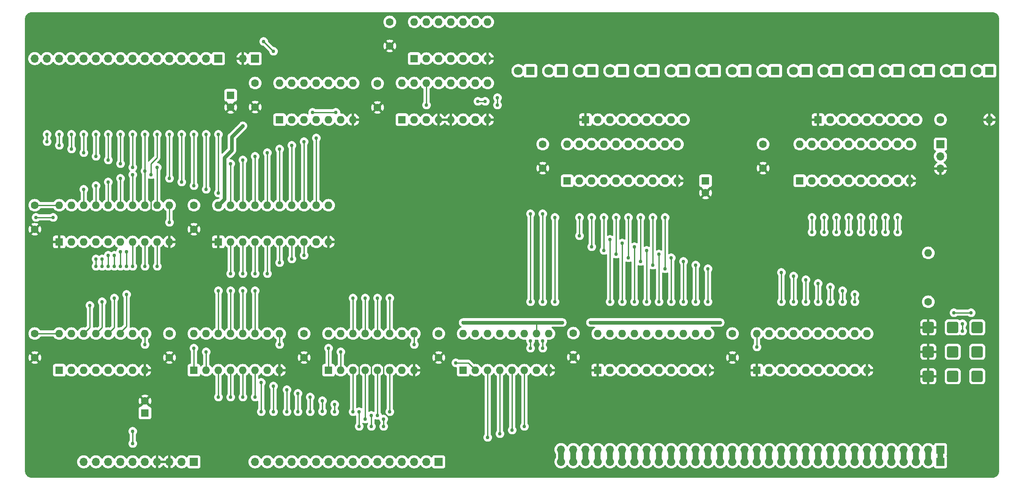
<source format=gbl>
G04 #@! TF.GenerationSoftware,KiCad,Pcbnew,(7.0.0)*
G04 #@! TF.CreationDate,2024-11-17T17:31:48-08:00*
G04 #@! TF.ProjectId,offset_preset_counter,6f666673-6574-45f7-9072-657365745f63,rev?*
G04 #@! TF.SameCoordinates,Original*
G04 #@! TF.FileFunction,Copper,L2,Bot*
G04 #@! TF.FilePolarity,Positive*
%FSLAX46Y46*%
G04 Gerber Fmt 4.6, Leading zero omitted, Abs format (unit mm)*
G04 Created by KiCad (PCBNEW (7.0.0)) date 2024-11-17 17:31:48*
%MOMM*%
%LPD*%
G01*
G04 APERTURE LIST*
G04 Aperture macros list*
%AMRoundRect*
0 Rectangle with rounded corners*
0 $1 Rounding radius*
0 $2 $3 $4 $5 $6 $7 $8 $9 X,Y pos of 4 corners*
0 Add a 4 corners polygon primitive as box body*
4,1,4,$2,$3,$4,$5,$6,$7,$8,$9,$2,$3,0*
0 Add four circle primitives for the rounded corners*
1,1,$1+$1,$2,$3*
1,1,$1+$1,$4,$5*
1,1,$1+$1,$6,$7*
1,1,$1+$1,$8,$9*
0 Add four rect primitives between the rounded corners*
20,1,$1+$1,$2,$3,$4,$5,0*
20,1,$1+$1,$4,$5,$6,$7,0*
20,1,$1+$1,$6,$7,$8,$9,0*
20,1,$1+$1,$8,$9,$2,$3,0*%
%AMFreePoly0*
4,1,13,0.850000,-0.850000,-0.850000,-0.850000,-0.850000,-0.558000,-1.778000,-0.558000,-1.813355,-0.543355,-1.828000,-0.508000,-1.828000,0.508000,-1.813355,0.543355,-1.778000,0.558000,-0.850000,0.558000,-0.850000,0.850000,0.850000,0.850000,0.850000,-0.850000,0.850000,-0.850000,$1*%
%AMFreePoly1*
4,1,32,0.262664,0.808398,0.425000,0.736122,0.568761,0.631673,0.687664,0.499617,0.776514,0.345726,0.831425,0.176725,0.850000,0.000000,0.831425,-0.176725,0.776514,-0.345726,0.687664,-0.499617,0.568761,-0.631673,0.425000,-0.736122,0.262664,-0.808398,0.088849,-0.845344,-0.088849,-0.845344,-0.262664,-0.808398,-0.425000,-0.736122,-0.568761,-0.631673,-0.635096,-0.558000,-2.032000,-0.558000,
-2.067355,-0.543355,-2.082000,-0.508000,-2.082000,0.508000,-2.067355,0.543355,-2.032000,0.558000,-0.635096,0.558000,-0.568761,0.631673,-0.425000,0.736122,-0.262664,0.808398,-0.088849,0.845344,0.088849,0.845344,0.262664,0.808398,0.262664,0.808398,$1*%
G04 Aperture macros list end*
G04 #@! TA.AperFunction,ComponentPad*
%ADD10C,1.600000*%
G04 #@! TD*
G04 #@! TA.AperFunction,ComponentPad*
%ADD11R,1.800000X1.800000*%
G04 #@! TD*
G04 #@! TA.AperFunction,ComponentPad*
%ADD12C,1.800000*%
G04 #@! TD*
G04 #@! TA.AperFunction,ComponentPad*
%ADD13R,1.600000X1.600000*%
G04 #@! TD*
G04 #@! TA.AperFunction,ComponentPad*
%ADD14O,1.600000X1.600000*%
G04 #@! TD*
G04 #@! TA.AperFunction,ComponentPad*
%ADD15RoundRect,0.250001X-0.899999X-0.899999X0.899999X-0.899999X0.899999X0.899999X-0.899999X0.899999X0*%
G04 #@! TD*
G04 #@! TA.AperFunction,ComponentPad*
%ADD16R,1.700000X1.700000*%
G04 #@! TD*
G04 #@! TA.AperFunction,ComponentPad*
%ADD17O,1.700000X1.700000*%
G04 #@! TD*
G04 #@! TA.AperFunction,ComponentPad*
%ADD18FreePoly0,270.000000*%
G04 #@! TD*
G04 #@! TA.AperFunction,ComponentPad*
%ADD19FreePoly1,270.000000*%
G04 #@! TD*
G04 #@! TA.AperFunction,ViaPad*
%ADD20C,0.762000*%
G04 #@! TD*
G04 #@! TA.AperFunction,Conductor*
%ADD21C,0.254000*%
G04 #@! TD*
G04 #@! TA.AperFunction,Conductor*
%ADD22C,0.762000*%
G04 #@! TD*
G04 APERTURE END LIST*
D10*
X165100000Y-118030000D03*
X165100000Y-123030000D03*
X137160000Y-123110000D03*
X137160000Y-118110000D03*
X109220000Y-123110000D03*
X109220000Y-118110000D03*
X81280000Y-123110000D03*
X81280000Y-118110000D03*
X53340000Y-123110000D03*
X53340000Y-118110000D03*
X127000000Y-58340000D03*
X127000000Y-53340000D03*
D11*
X251459999Y-63499999D03*
D12*
X248920000Y-63500000D03*
D11*
X245109999Y-63499999D03*
D12*
X242570000Y-63500000D03*
D11*
X238759999Y-63499999D03*
D12*
X236220000Y-63500000D03*
D11*
X232409999Y-63499999D03*
D12*
X229870000Y-63500000D03*
D11*
X226059999Y-63499999D03*
D12*
X223520000Y-63500000D03*
D11*
X219709999Y-63499999D03*
D12*
X217170000Y-63500000D03*
D11*
X213359999Y-63499999D03*
D12*
X210820000Y-63500000D03*
D11*
X207009999Y-63499999D03*
D12*
X204470000Y-63500000D03*
D11*
X200659999Y-63499999D03*
D12*
X198120000Y-63500000D03*
D11*
X194309999Y-63499999D03*
D12*
X191770000Y-63500000D03*
D11*
X187959999Y-63499999D03*
D12*
X185420000Y-63500000D03*
D11*
X181609999Y-63499999D03*
D12*
X179070000Y-63500000D03*
D11*
X175259999Y-63499999D03*
D12*
X172720000Y-63500000D03*
D11*
X168909999Y-63499999D03*
D12*
X166370000Y-63500000D03*
D11*
X162559999Y-63499999D03*
D12*
X160020000Y-63500000D03*
D11*
X156209999Y-63499999D03*
D12*
X153670000Y-63500000D03*
D13*
X132079999Y-60959999D03*
D14*
X134619999Y-60959999D03*
X137159999Y-60959999D03*
X139699999Y-60959999D03*
X142239999Y-60959999D03*
X144779999Y-60959999D03*
X147319999Y-60959999D03*
X147319999Y-53339999D03*
X144779999Y-53339999D03*
X142239999Y-53339999D03*
X139699999Y-53339999D03*
X137159999Y-53339999D03*
X134619999Y-53339999D03*
X132079999Y-53339999D03*
D10*
X198120000Y-118110000D03*
X198120000Y-123110000D03*
X204470000Y-78740000D03*
X204470000Y-83740000D03*
X158750000Y-78740000D03*
X158750000Y-83740000D03*
D13*
X167639999Y-73659999D03*
D14*
X170179999Y-73659999D03*
X172719999Y-73659999D03*
X175259999Y-73659999D03*
X177799999Y-73659999D03*
X180339999Y-73659999D03*
X182879999Y-73659999D03*
X185419999Y-73659999D03*
X187959999Y-73659999D03*
D13*
X215899999Y-73659999D03*
D14*
X218439999Y-73659999D03*
X220979999Y-73659999D03*
X223519999Y-73659999D03*
X226059999Y-73659999D03*
X228599999Y-73659999D03*
X231139999Y-73659999D03*
X233679999Y-73659999D03*
X236219999Y-73659999D03*
D10*
X241300000Y-73660000D03*
D14*
X251459999Y-73659999D03*
D10*
X238760000Y-111506000D03*
D14*
X238759999Y-101345999D03*
D13*
X142239999Y-125729999D03*
D14*
X144779999Y-125729999D03*
X147319999Y-125729999D03*
X149859999Y-125729999D03*
X152399999Y-125729999D03*
X154939999Y-125729999D03*
X157479999Y-125729999D03*
X160019999Y-125729999D03*
X160019999Y-118109999D03*
X157479999Y-118109999D03*
X154939999Y-118109999D03*
X152399999Y-118109999D03*
X149859999Y-118109999D03*
X147319999Y-118109999D03*
X144779999Y-118109999D03*
X142239999Y-118109999D03*
D13*
X170179999Y-125729999D03*
D14*
X172719999Y-125729999D03*
X175259999Y-125729999D03*
X177799999Y-125729999D03*
X180339999Y-125729999D03*
X182879999Y-125729999D03*
X185419999Y-125729999D03*
X187959999Y-125729999D03*
X190499999Y-125729999D03*
X193039999Y-125729999D03*
X193039999Y-118109999D03*
X190499999Y-118109999D03*
X187959999Y-118109999D03*
X185419999Y-118109999D03*
X182879999Y-118109999D03*
X180339999Y-118109999D03*
X177799999Y-118109999D03*
X175259999Y-118109999D03*
X172719999Y-118109999D03*
X170179999Y-118109999D03*
D15*
X238760000Y-116840000D03*
D13*
X76199999Y-134619999D03*
D10*
X76200000Y-132120000D03*
D13*
X91439999Y-99059999D03*
D14*
X93979999Y-99059999D03*
X96519999Y-99059999D03*
X99059999Y-99059999D03*
X101599999Y-99059999D03*
X104139999Y-99059999D03*
X106679999Y-99059999D03*
X109219999Y-99059999D03*
X111759999Y-99059999D03*
X114299999Y-99059999D03*
X114299999Y-91439999D03*
X111759999Y-91439999D03*
X109219999Y-91439999D03*
X106679999Y-91439999D03*
X104139999Y-91439999D03*
X101599999Y-91439999D03*
X99059999Y-91439999D03*
X96519999Y-91439999D03*
X93979999Y-91439999D03*
X91439999Y-91439999D03*
D16*
X137159999Y-144779999D03*
D17*
X134619999Y-144779999D03*
X132079999Y-144779999D03*
X129539999Y-144779999D03*
X126999999Y-144779999D03*
X124459999Y-144779999D03*
X121919999Y-144779999D03*
X119379999Y-144779999D03*
X116839999Y-144779999D03*
X114299999Y-144779999D03*
X111759999Y-144779999D03*
X109219999Y-144779999D03*
X106679999Y-144779999D03*
X104139999Y-144779999D03*
X101599999Y-144779999D03*
X99059999Y-144779999D03*
D15*
X248920000Y-121920000D03*
X248920000Y-116840000D03*
D13*
X129539999Y-73659999D03*
D14*
X132079999Y-73659999D03*
X134619999Y-73659999D03*
X137159999Y-73659999D03*
X139699999Y-73659999D03*
X142239999Y-73659999D03*
X144779999Y-73659999D03*
X147319999Y-73659999D03*
X147319999Y-66039999D03*
X144779999Y-66039999D03*
X142239999Y-66039999D03*
X139699999Y-66039999D03*
X137159999Y-66039999D03*
X134619999Y-66039999D03*
X132079999Y-66039999D03*
X129539999Y-66039999D03*
D10*
X53340000Y-96440000D03*
X53340000Y-91440000D03*
X99060000Y-71040000D03*
X99060000Y-66040000D03*
D15*
X238760000Y-121920000D03*
D13*
X203199999Y-125729999D03*
D14*
X205739999Y-125729999D03*
X208279999Y-125729999D03*
X210819999Y-125729999D03*
X213359999Y-125729999D03*
X215899999Y-125729999D03*
X218439999Y-125729999D03*
X220979999Y-125729999D03*
X223519999Y-125729999D03*
X226059999Y-125729999D03*
X226059999Y-118109999D03*
X223519999Y-118109999D03*
X220979999Y-118109999D03*
X218439999Y-118109999D03*
X215899999Y-118109999D03*
X213359999Y-118109999D03*
X210819999Y-118109999D03*
X208279999Y-118109999D03*
X205739999Y-118109999D03*
X203199999Y-118109999D03*
D16*
X86359999Y-144779999D03*
D17*
X83819999Y-144779999D03*
X81279999Y-144779999D03*
X78739999Y-144779999D03*
X76199999Y-144779999D03*
X73659999Y-144779999D03*
X71119999Y-144779999D03*
X68579999Y-144779999D03*
X66039999Y-144779999D03*
X63499999Y-144779999D03*
D13*
X58419999Y-99059999D03*
D14*
X60959999Y-99059999D03*
X63499999Y-99059999D03*
X66039999Y-99059999D03*
X68579999Y-99059999D03*
X71119999Y-99059999D03*
X73659999Y-99059999D03*
X76199999Y-99059999D03*
X78739999Y-99059999D03*
X81279999Y-99059999D03*
X81279999Y-91439999D03*
X78739999Y-91439999D03*
X76199999Y-91439999D03*
X73659999Y-91439999D03*
X71119999Y-91439999D03*
X68579999Y-91439999D03*
X66039999Y-91439999D03*
X63499999Y-91439999D03*
X60959999Y-91439999D03*
X58419999Y-91439999D03*
D15*
X238760000Y-127000000D03*
D16*
X241299999Y-142239999D03*
D18*
X241300000Y-144780000D03*
D17*
X238759999Y-142239999D03*
D19*
X238760000Y-144780000D03*
D17*
X236219999Y-142239999D03*
D19*
X236220000Y-144780000D03*
D17*
X233679999Y-142239999D03*
D19*
X233680000Y-144780000D03*
D17*
X231139999Y-142239999D03*
D19*
X231140000Y-144780000D03*
D17*
X228599999Y-142239999D03*
D19*
X228600000Y-144780000D03*
D17*
X226059999Y-142239999D03*
D19*
X226060000Y-144780000D03*
D17*
X223519999Y-142239999D03*
D19*
X223520000Y-144780000D03*
D17*
X220979999Y-142239999D03*
D19*
X220980000Y-144780000D03*
D17*
X218439999Y-142239999D03*
D19*
X218440000Y-144780000D03*
D17*
X215899999Y-142239999D03*
D19*
X215900000Y-144780000D03*
D17*
X213359999Y-142239999D03*
D19*
X213360000Y-144780000D03*
D17*
X210819999Y-142239999D03*
D19*
X210820000Y-144780000D03*
D17*
X208279999Y-142239999D03*
D19*
X208280000Y-144780000D03*
D17*
X205739999Y-142239999D03*
D19*
X205740000Y-144780000D03*
D17*
X203199999Y-142239999D03*
D19*
X203200000Y-144780000D03*
D17*
X200659999Y-142239999D03*
D19*
X200660000Y-144780000D03*
D17*
X198119999Y-142239999D03*
D19*
X198120000Y-144780000D03*
D17*
X195579999Y-142239999D03*
D19*
X195580000Y-144780000D03*
D17*
X193039999Y-142239999D03*
D19*
X193040000Y-144780000D03*
D17*
X190499999Y-142239999D03*
D19*
X190500000Y-144780000D03*
D17*
X187959999Y-142239999D03*
D19*
X187960000Y-144780000D03*
D17*
X185419999Y-142239999D03*
D19*
X185420000Y-144780000D03*
D17*
X182879999Y-142239999D03*
D19*
X182880000Y-144780000D03*
D17*
X180339999Y-142239999D03*
D19*
X180340000Y-144780000D03*
D17*
X177799999Y-142239999D03*
D19*
X177800000Y-144780000D03*
D17*
X175259999Y-142239999D03*
D19*
X175260000Y-144780000D03*
D17*
X172719999Y-142239999D03*
D19*
X172720000Y-144780000D03*
D17*
X170179999Y-142239999D03*
D19*
X170180000Y-144780000D03*
D17*
X167639999Y-142239999D03*
D19*
X167640000Y-144780000D03*
D17*
X165099999Y-142239999D03*
D19*
X165100000Y-144780000D03*
D17*
X162559999Y-142239999D03*
D19*
X162560000Y-144780000D03*
D13*
X104139999Y-73659999D03*
D14*
X106679999Y-73659999D03*
X109219999Y-73659999D03*
X111759999Y-73659999D03*
X114299999Y-73659999D03*
X116839999Y-73659999D03*
X119379999Y-73659999D03*
X119379999Y-66039999D03*
X116839999Y-66039999D03*
X114299999Y-66039999D03*
X111759999Y-66039999D03*
X109219999Y-66039999D03*
X106679999Y-66039999D03*
X104139999Y-66039999D03*
D16*
X99059999Y-60959999D03*
D17*
X96519999Y-60959999D03*
D10*
X86360000Y-96440000D03*
X86360000Y-91440000D03*
D15*
X243840000Y-116840000D03*
D13*
X86359999Y-125729999D03*
D14*
X88899999Y-125729999D03*
X91439999Y-125729999D03*
X93979999Y-125729999D03*
X96519999Y-125729999D03*
X99059999Y-125729999D03*
X101599999Y-125729999D03*
X104139999Y-125729999D03*
X104139999Y-118109999D03*
X101599999Y-118109999D03*
X99059999Y-118109999D03*
X96519999Y-118109999D03*
X93979999Y-118109999D03*
X91439999Y-118109999D03*
X88899999Y-118109999D03*
X86359999Y-118109999D03*
D13*
X114299999Y-125729999D03*
D14*
X116839999Y-125729999D03*
X119379999Y-125729999D03*
X121919999Y-125729999D03*
X124459999Y-125729999D03*
X126999999Y-125729999D03*
X129539999Y-125729999D03*
X132079999Y-125729999D03*
X132079999Y-118109999D03*
X129539999Y-118109999D03*
X126999999Y-118109999D03*
X124459999Y-118109999D03*
X121919999Y-118109999D03*
X119379999Y-118109999D03*
X116839999Y-118109999D03*
X114299999Y-118109999D03*
D16*
X91439999Y-60959999D03*
D17*
X88899999Y-60959999D03*
X86359999Y-60959999D03*
X83819999Y-60959999D03*
X81279999Y-60959999D03*
X78739999Y-60959999D03*
X76199999Y-60959999D03*
X73659999Y-60959999D03*
X71119999Y-60959999D03*
X68579999Y-60959999D03*
X66039999Y-60959999D03*
X63499999Y-60959999D03*
X60959999Y-60959999D03*
X58419999Y-60959999D03*
X55879999Y-60959999D03*
X53339999Y-60959999D03*
D13*
X58419999Y-125729999D03*
D14*
X60959999Y-125729999D03*
X63499999Y-125729999D03*
X66039999Y-125729999D03*
X68579999Y-125729999D03*
X71119999Y-125729999D03*
X73659999Y-125729999D03*
X76199999Y-125729999D03*
X76199999Y-118109999D03*
X73659999Y-118109999D03*
X71119999Y-118109999D03*
X68579999Y-118109999D03*
X66039999Y-118109999D03*
X63499999Y-118109999D03*
X60959999Y-118109999D03*
X58419999Y-118109999D03*
D13*
X93979999Y-68579999D03*
D10*
X93980000Y-71080000D03*
X124460000Y-71120000D03*
X124460000Y-66120000D03*
D13*
X212089999Y-86359999D03*
D14*
X214629999Y-86359999D03*
X217169999Y-86359999D03*
X219709999Y-86359999D03*
X222249999Y-86359999D03*
X224789999Y-86359999D03*
X227329999Y-86359999D03*
X229869999Y-86359999D03*
X232409999Y-86359999D03*
X234949999Y-86359999D03*
X234949999Y-78739999D03*
X232409999Y-78739999D03*
X229869999Y-78739999D03*
X227329999Y-78739999D03*
X224789999Y-78739999D03*
X222249999Y-78739999D03*
X219709999Y-78739999D03*
X217169999Y-78739999D03*
X214629999Y-78739999D03*
X212089999Y-78739999D03*
D15*
X248920000Y-127000000D03*
D13*
X163829999Y-86359999D03*
D14*
X166369999Y-86359999D03*
X168909999Y-86359999D03*
X171449999Y-86359999D03*
X173989999Y-86359999D03*
X176529999Y-86359999D03*
X179069999Y-86359999D03*
X181609999Y-86359999D03*
X184149999Y-86359999D03*
X186689999Y-86359999D03*
X186689999Y-78739999D03*
X184149999Y-78739999D03*
X181609999Y-78739999D03*
X179069999Y-78739999D03*
X176529999Y-78739999D03*
X173989999Y-78739999D03*
X171449999Y-78739999D03*
X168909999Y-78739999D03*
X166369999Y-78739999D03*
X163829999Y-78739999D03*
D15*
X243840000Y-121920000D03*
X243840000Y-127000000D03*
D16*
X241299999Y-78739999D03*
D17*
X241299999Y-81279999D03*
X241299999Y-83819999D03*
D13*
X192531999Y-86359999D03*
D10*
X192532000Y-88860000D03*
D20*
X162814000Y-115824000D03*
X95504000Y-75946000D03*
X247650000Y-113792000D03*
X96520000Y-74930000D03*
X145288000Y-69850000D03*
X194056000Y-115824000D03*
X161290000Y-115824000D03*
X203200000Y-120904000D03*
X170180000Y-115824000D03*
X143764000Y-115824000D03*
X142240000Y-115824000D03*
X195580000Y-115824000D03*
X168656000Y-115824000D03*
X244094000Y-113792000D03*
X146812000Y-69850000D03*
X72390000Y-109982000D03*
X72390000Y-101092000D03*
X72390000Y-104140000D03*
X109220000Y-101854000D03*
X69850000Y-104140000D03*
X69850000Y-101854000D03*
X69850000Y-110744000D03*
X106680000Y-102616000D03*
X67310000Y-104140000D03*
X67310000Y-111506000D03*
X67310000Y-102616000D03*
X64770000Y-112268000D03*
X104140000Y-103378000D03*
X101600000Y-105664000D03*
X99060000Y-109220000D03*
X96520000Y-109220000D03*
X99060000Y-105664000D03*
X93980000Y-109220000D03*
X96520000Y-105664000D03*
X91440000Y-109220000D03*
X93980000Y-105664000D03*
X78740000Y-104140000D03*
X127000000Y-110744000D03*
X124460000Y-110744000D03*
X76200000Y-104140000D03*
X73660000Y-104140000D03*
X121920000Y-110744000D03*
X119380000Y-110744000D03*
X71120000Y-104140000D03*
X71120000Y-101092000D03*
X68580000Y-101854000D03*
X68580000Y-104140000D03*
X66040000Y-104140000D03*
X66040000Y-102616000D03*
X147320000Y-139700000D03*
X149860000Y-138938000D03*
X152400000Y-138176000D03*
X154940000Y-137414000D03*
X119380000Y-134366000D03*
X125730000Y-137414000D03*
X125730000Y-135890000D03*
X121920000Y-135890000D03*
X124460000Y-135128000D03*
X123190000Y-135128000D03*
X123190000Y-137414000D03*
X120650000Y-137414000D03*
X127000000Y-134366000D03*
X120650000Y-134366000D03*
X91440000Y-131318000D03*
X115570000Y-134366000D03*
X115570000Y-132842000D03*
X93980000Y-131318000D03*
X113030000Y-132080000D03*
X113030000Y-134311500D03*
X96520000Y-131318000D03*
X110490000Y-131318000D03*
X110490000Y-134366000D03*
X99060000Y-131318000D03*
X107950000Y-130556000D03*
X107950000Y-134366000D03*
X105664000Y-129794000D03*
X105664000Y-134366000D03*
X102870000Y-134366000D03*
X102870000Y-129032000D03*
X100330000Y-134366000D03*
X100330000Y-128270000D03*
X88900000Y-121920000D03*
X73660000Y-140970000D03*
X73660000Y-138430000D03*
X116840000Y-121920000D03*
X140716000Y-124206000D03*
X100838000Y-57404000D03*
X102870000Y-59436000D03*
X156210000Y-111506000D03*
X86360000Y-121158000D03*
X156210000Y-119634000D03*
X156210000Y-121158000D03*
X156210000Y-93218000D03*
X114300000Y-121158000D03*
X81280000Y-94996000D03*
X57150000Y-93980000D03*
X53594000Y-93980000D03*
X166370000Y-97790000D03*
X166370000Y-93980000D03*
X111760000Y-77470000D03*
X175260000Y-111506000D03*
X175260000Y-99314000D03*
X168910000Y-100076000D03*
X177800000Y-100076000D03*
X109220000Y-78232000D03*
X55880000Y-76708000D03*
X168910000Y-93980000D03*
X55880000Y-78232000D03*
X177800000Y-111506000D03*
X180340000Y-111506000D03*
X58420000Y-78994000D03*
X180340000Y-100838000D03*
X106680000Y-78994000D03*
X58420000Y-76708000D03*
X171450000Y-93980000D03*
X171450000Y-100838000D03*
X173990000Y-93980000D03*
X182880000Y-101600000D03*
X173990000Y-101600000D03*
X60960000Y-79756000D03*
X60960000Y-76708000D03*
X182880000Y-111506000D03*
X104140000Y-79756000D03*
X185420000Y-102362000D03*
X63500000Y-76708000D03*
X185420000Y-111506000D03*
X63500000Y-80518000D03*
X176530000Y-93980000D03*
X176530000Y-102362000D03*
X101600000Y-80518000D03*
X187960000Y-111506000D03*
X179070000Y-103124000D03*
X66040000Y-76708000D03*
X179070000Y-93980000D03*
X99060000Y-81280000D03*
X66040000Y-81280000D03*
X187960000Y-103124000D03*
X181610000Y-93980000D03*
X190500000Y-103886000D03*
X190500000Y-111506000D03*
X68580000Y-82042000D03*
X68580000Y-76708000D03*
X96520000Y-82042000D03*
X181610000Y-103886000D03*
X193040000Y-104648000D03*
X93980000Y-82804000D03*
X71120000Y-76708000D03*
X71120000Y-82804000D03*
X184150000Y-93980000D03*
X184150000Y-104648000D03*
X193040000Y-111506000D03*
X214630000Y-97028000D03*
X73660000Y-83566000D03*
X208280000Y-111506000D03*
X208280000Y-105410000D03*
X78740000Y-83566000D03*
X214630000Y-93980000D03*
X73660000Y-76708000D03*
X210820000Y-111506000D03*
X217170000Y-93980000D03*
X76200000Y-76708000D03*
X217170000Y-97028000D03*
X210820000Y-106172000D03*
X76200000Y-84328000D03*
X77470000Y-85090000D03*
X219710000Y-97028000D03*
X78740000Y-76708000D03*
X219710000Y-93980000D03*
X213360000Y-111506000D03*
X73660000Y-85090000D03*
X213360000Y-106934000D03*
X222250000Y-97028000D03*
X81280000Y-85852000D03*
X71120000Y-85852000D03*
X222250000Y-93980000D03*
X215900000Y-107696000D03*
X81280000Y-76708000D03*
X215900000Y-111506000D03*
X83820000Y-76708000D03*
X218440000Y-108458000D03*
X224790000Y-93980000D03*
X68580000Y-86614000D03*
X224790000Y-97028000D03*
X218440000Y-111506000D03*
X83820000Y-86614000D03*
X227330000Y-97028000D03*
X66040000Y-87376000D03*
X227330000Y-93980000D03*
X86360000Y-87376000D03*
X220980000Y-111506000D03*
X220980000Y-109220000D03*
X86360000Y-76708000D03*
X229870000Y-93980000D03*
X223520000Y-111506000D03*
X88900000Y-76708000D03*
X223520000Y-109982000D03*
X88900000Y-88138000D03*
X63500000Y-88138000D03*
X229870000Y-97028000D03*
X232410000Y-97028000D03*
X91440000Y-88900000D03*
X232410000Y-93980000D03*
X91440000Y-76708000D03*
X245872000Y-117602000D03*
X245872000Y-116078000D03*
X172720000Y-98552000D03*
X172720000Y-111506000D03*
X158750000Y-111506000D03*
X149352000Y-69088000D03*
X158750000Y-121158000D03*
X158750000Y-119634000D03*
X149352000Y-70612000D03*
X158750000Y-93218000D03*
X134620000Y-70612000D03*
X161290000Y-111506000D03*
X76200000Y-120396000D03*
X104140000Y-120396000D03*
X161290000Y-93980000D03*
X132080000Y-120396000D03*
X115824000Y-72136000D03*
X110998000Y-72136000D03*
D21*
X77470000Y-92202000D02*
X77470000Y-89662000D01*
X120650000Y-123698000D02*
X120650000Y-127508000D01*
X126619000Y-135382000D02*
X126111000Y-134874000D01*
X125730000Y-123698000D02*
X125730000Y-127508000D01*
X123190000Y-123698000D02*
X123190000Y-127508000D01*
X244094000Y-113792000D02*
X247650000Y-113792000D01*
X53340000Y-118110000D02*
X58420000Y-118110000D01*
X157480000Y-118110000D02*
X157480000Y-115824000D01*
D22*
X94234000Y-80010000D02*
X92710000Y-81534000D01*
D21*
X53340000Y-91440000D02*
X58420000Y-91440000D01*
D22*
X96520000Y-74930000D02*
X94234000Y-77216000D01*
X92710000Y-81534000D02*
X92710000Y-90170000D01*
X157480000Y-115824000D02*
X142240000Y-115824000D01*
D21*
X203200000Y-118110000D02*
X203200000Y-120904000D01*
D22*
X195580000Y-115824000D02*
X168656000Y-115824000D01*
X94234000Y-77216000D02*
X94234000Y-80010000D01*
X92710000Y-90170000D02*
X91440000Y-91440000D01*
D21*
X145288000Y-69850000D02*
X146812000Y-69850000D01*
D22*
X162814000Y-115824000D02*
X157480000Y-115824000D01*
D21*
X71120000Y-117856000D02*
X72390000Y-116586000D01*
X71120000Y-118110000D02*
X71120000Y-117856000D01*
X72390000Y-104140000D02*
X72390000Y-101092000D01*
X72390000Y-116586000D02*
X72390000Y-109982000D01*
X68580000Y-118110000D02*
X69850000Y-116840000D01*
X109220000Y-99060000D02*
X109220000Y-101854000D01*
X69850000Y-104140000D02*
X69850000Y-101854000D01*
X69850000Y-116840000D02*
X69850000Y-110744000D01*
X67310000Y-116840000D02*
X67310000Y-111506000D01*
X67310000Y-104140000D02*
X67310000Y-102616000D01*
X106680000Y-99060000D02*
X106680000Y-102616000D01*
X66040000Y-118110000D02*
X67310000Y-116840000D01*
X63500000Y-118110000D02*
X64770000Y-116840000D01*
X104140000Y-99060000D02*
X104140000Y-103378000D01*
X64770000Y-116840000D02*
X64770000Y-112268000D01*
X99060000Y-109220000D02*
X99060000Y-118110000D01*
X101600000Y-99060000D02*
X101600000Y-105664000D01*
X96520000Y-109220000D02*
X96520000Y-118110000D01*
X99060000Y-105664000D02*
X99060000Y-99060000D01*
X93980000Y-109220000D02*
X93980000Y-118110000D01*
X96520000Y-99060000D02*
X96520000Y-105664000D01*
X93980000Y-105664000D02*
X93980000Y-99060000D01*
X91440000Y-109220000D02*
X91440000Y-118110000D01*
X127000000Y-118110000D02*
X127000000Y-110744000D01*
X78740000Y-99060000D02*
X78740000Y-104140000D01*
X124460000Y-118110000D02*
X124460000Y-110744000D01*
X76200000Y-99060000D02*
X76200000Y-104140000D01*
X121920000Y-118110000D02*
X121920000Y-110744000D01*
X73660000Y-99060000D02*
X73660000Y-104140000D01*
X119380000Y-118110000D02*
X119380000Y-110744000D01*
X71120000Y-104140000D02*
X71120000Y-101092000D01*
X68580000Y-101854000D02*
X68580000Y-104140000D01*
X66040000Y-104140000D02*
X66040000Y-102616000D01*
X147320000Y-125730000D02*
X147320000Y-139700000D01*
X149860000Y-125730000D02*
X149860000Y-138938000D01*
X152400000Y-125730000D02*
X152400000Y-138176000D01*
X154940000Y-125730000D02*
X154940000Y-137414000D01*
X119380000Y-125730000D02*
X119380000Y-134366000D01*
X121920000Y-135890000D02*
X121920000Y-125730000D01*
X125730000Y-137414000D02*
X125730000Y-135890000D01*
X123190000Y-137414000D02*
X123190000Y-135128000D01*
X124460000Y-125730000D02*
X124460000Y-135128000D01*
X127000000Y-134366000D02*
X127000000Y-125730000D01*
X120650000Y-137414000D02*
X120650000Y-134366000D01*
X91440000Y-125730000D02*
X91440000Y-131318000D01*
X115570000Y-134366000D02*
X115570000Y-132842000D01*
X93980000Y-125730000D02*
X93980000Y-131318000D01*
X113030000Y-132080000D02*
X113030000Y-134311500D01*
X96520000Y-125730000D02*
X96520000Y-131318000D01*
X110490000Y-134366000D02*
X110490000Y-131318000D01*
X99060000Y-125730000D02*
X99060000Y-131318000D01*
X107950000Y-134366000D02*
X107950000Y-130556000D01*
X105664000Y-134366000D02*
X105664000Y-129794000D01*
X102870000Y-134366000D02*
X102870000Y-129032000D01*
X100330000Y-134366000D02*
X100330000Y-128270000D01*
X140716000Y-124206000D02*
X143336000Y-124206000D01*
X143336000Y-124206000D02*
X144780000Y-125650000D01*
X88900000Y-125730000D02*
X88900000Y-121920000D01*
X116840000Y-121920000D02*
X116840000Y-125650000D01*
X73660000Y-138430000D02*
X73660000Y-140970000D01*
X100838000Y-57404000D02*
X102870000Y-59436000D01*
X156210000Y-121158000D02*
X156210000Y-119634000D01*
X86360000Y-125730000D02*
X86360000Y-121158000D01*
X114300000Y-125730000D02*
X114300000Y-121158000D01*
X156210000Y-111506000D02*
X156210000Y-93218000D01*
X81280000Y-91440000D02*
X81280000Y-94996000D01*
X53594000Y-93980000D02*
X57150000Y-93980000D01*
X111760000Y-91440000D02*
X111760000Y-77470000D01*
X166370000Y-93980000D02*
X166370000Y-97790000D01*
X175260000Y-111506000D02*
X175260000Y-99314000D01*
X177800000Y-111506000D02*
X177800000Y-100076000D01*
X168910000Y-93980000D02*
X168910000Y-100076000D01*
X109220000Y-91440000D02*
X109220000Y-78232000D01*
X55880000Y-76708000D02*
X55880000Y-78232000D01*
X171450000Y-93980000D02*
X171450000Y-100838000D01*
X106680000Y-91440000D02*
X106680000Y-78994000D01*
X180340000Y-111506000D02*
X180340000Y-100838000D01*
X58420000Y-76708000D02*
X58420000Y-78994000D01*
X173990000Y-93980000D02*
X173990000Y-101600000D01*
X60960000Y-76708000D02*
X60960000Y-79756000D01*
X182880000Y-111506000D02*
X182880000Y-101600000D01*
X104140000Y-91440000D02*
X104140000Y-79756000D01*
X185420000Y-111506000D02*
X185420000Y-102362000D01*
X176530000Y-93980000D02*
X176530000Y-102362000D01*
X63500000Y-76708000D02*
X63500000Y-80518000D01*
X101600000Y-91440000D02*
X101600000Y-80518000D01*
X66040000Y-76708000D02*
X66040000Y-81280000D01*
X187960000Y-111506000D02*
X187960000Y-103124000D01*
X179070000Y-93980000D02*
X179070000Y-103124000D01*
X99060000Y-91440000D02*
X99060000Y-81280000D01*
X96520000Y-91440000D02*
X96520000Y-82042000D01*
X181610000Y-93980000D02*
X181610000Y-103886000D01*
X68580000Y-76708000D02*
X68580000Y-82042000D01*
X190500000Y-111506000D02*
X190500000Y-103886000D01*
X93980000Y-91440000D02*
X93980000Y-82804000D01*
X184150000Y-93980000D02*
X184150000Y-104648000D01*
X193040000Y-111506000D02*
X193040000Y-104648000D01*
X71120000Y-76708000D02*
X71120000Y-82804000D01*
X73660000Y-76708000D02*
X73660000Y-83566000D01*
X78740000Y-83566000D02*
X78740000Y-91440000D01*
X214630000Y-93980000D02*
X214630000Y-97028000D01*
X208280000Y-111506000D02*
X208280000Y-105410000D01*
X217170000Y-93980000D02*
X217170000Y-97028000D01*
X76200000Y-84328000D02*
X76200000Y-91440000D01*
X76200000Y-76708000D02*
X76200000Y-84328000D01*
X210820000Y-111506000D02*
X210820000Y-106172000D01*
X77470000Y-82804000D02*
X77470000Y-85090000D01*
X213360000Y-111506000D02*
X213360000Y-106934000D01*
X78740000Y-76708000D02*
X78740000Y-81534000D01*
X78740000Y-81534000D02*
X77470000Y-82804000D01*
X219710000Y-93980000D02*
X219710000Y-97028000D01*
X73660000Y-91440000D02*
X73660000Y-85090000D01*
X222250000Y-93980000D02*
X222250000Y-97028000D01*
X215900000Y-111506000D02*
X215900000Y-107696000D01*
X71120000Y-91440000D02*
X71120000Y-85852000D01*
X81280000Y-76708000D02*
X81280000Y-85852000D01*
X68580000Y-91440000D02*
X68580000Y-86614000D01*
X224790000Y-93980000D02*
X224790000Y-97028000D01*
X83820000Y-76708000D02*
X83820000Y-86614000D01*
X218440000Y-111506000D02*
X218440000Y-108458000D01*
X227330000Y-93980000D02*
X227330000Y-97028000D01*
X66040000Y-91440000D02*
X66040000Y-87376000D01*
X220980000Y-111506000D02*
X220980000Y-109220000D01*
X86360000Y-76708000D02*
X86360000Y-87376000D01*
X229870000Y-93980000D02*
X229870000Y-97028000D01*
X223520000Y-111506000D02*
X223520000Y-109982000D01*
X63500000Y-91440000D02*
X63500000Y-88138000D01*
X88900000Y-76708000D02*
X88900000Y-88138000D01*
X91440000Y-76708000D02*
X91440000Y-88900000D01*
X232410000Y-93980000D02*
X232410000Y-97028000D01*
X245872000Y-117602000D02*
X245872000Y-116078000D01*
X172720000Y-111506000D02*
X172720000Y-98552000D01*
X158750000Y-121158000D02*
X158750000Y-119634000D01*
X149352000Y-70612000D02*
X149352000Y-69088000D01*
X158750000Y-93218000D02*
X158750000Y-111506000D01*
X161290000Y-93980000D02*
X161290000Y-111506000D01*
X134620000Y-66040000D02*
X134620000Y-70612000D01*
X104140000Y-120396000D02*
X104140000Y-118110000D01*
X76200000Y-120396000D02*
X76200000Y-118110000D01*
X132080000Y-120396000D02*
X132080000Y-118030000D01*
X110998000Y-72136000D02*
X115824000Y-72136000D01*
G04 #@! TA.AperFunction,Conductor*
G36*
X125797700Y-126294525D02*
G01*
X125844195Y-126347543D01*
X125860149Y-126381758D01*
X125860150Y-126381759D01*
X125862477Y-126386749D01*
X125865630Y-126391252D01*
X125865633Y-126391257D01*
X125942123Y-126500496D01*
X125993802Y-126574300D01*
X126155700Y-126736198D01*
X126223136Y-126783417D01*
X126310771Y-126844780D01*
X126350263Y-126889813D01*
X126364500Y-126947993D01*
X126364500Y-133694090D01*
X126356131Y-133739245D01*
X126332136Y-133778400D01*
X126325487Y-133785785D01*
X126280833Y-133835377D01*
X126280828Y-133835383D01*
X126276415Y-133840285D01*
X126273114Y-133846001D01*
X126273112Y-133846005D01*
X126214390Y-133947715D01*
X126182925Y-134002215D01*
X126180886Y-134008488D01*
X126180882Y-134008499D01*
X126127185Y-134173764D01*
X126125145Y-134180044D01*
X126105600Y-134366000D01*
X126106290Y-134372565D01*
X126123930Y-134540401D01*
X126125145Y-134551956D01*
X126127184Y-134558233D01*
X126127185Y-134558235D01*
X126180882Y-134723500D01*
X126180885Y-134723507D01*
X126182925Y-134729785D01*
X126276415Y-134891715D01*
X126280829Y-134896618D01*
X126280837Y-134896628D01*
X126282371Y-134898331D01*
X126283009Y-134899616D01*
X126284716Y-134901966D01*
X126284318Y-134902254D01*
X126312499Y-134959032D01*
X126306826Y-135026560D01*
X126266992Y-135081383D01*
X126204520Y-135107643D01*
X126137481Y-135097743D01*
X126111270Y-135086073D01*
X126006385Y-135039375D01*
X125999932Y-135038003D01*
X125999928Y-135038002D01*
X125829947Y-135001872D01*
X125829942Y-135001871D01*
X125823490Y-135000500D01*
X125636510Y-135000500D01*
X125630060Y-135001870D01*
X125630050Y-135001872D01*
X125482353Y-135033266D01*
X125417221Y-135029852D01*
X125362521Y-134994329D01*
X125335734Y-134941758D01*
X125334855Y-134942044D01*
X125277075Y-134764215D01*
X125183585Y-134602285D01*
X125127863Y-134540400D01*
X125103869Y-134501245D01*
X125095500Y-134456090D01*
X125095500Y-126947993D01*
X125109737Y-126889813D01*
X125149229Y-126844780D01*
X125304300Y-126736198D01*
X125466198Y-126574300D01*
X125597523Y-126386749D01*
X125615804Y-126347543D01*
X125662300Y-126294525D01*
X125730000Y-126274792D01*
X125797700Y-126294525D01*
G37*
G04 #@! TD.AperFunction*
G04 #@! TA.AperFunction,Conductor*
G36*
X123257700Y-126294525D02*
G01*
X123304195Y-126347543D01*
X123320149Y-126381758D01*
X123320150Y-126381759D01*
X123322477Y-126386749D01*
X123325630Y-126391252D01*
X123325633Y-126391257D01*
X123402123Y-126500496D01*
X123453802Y-126574300D01*
X123615700Y-126736198D01*
X123683136Y-126783417D01*
X123770771Y-126844780D01*
X123810263Y-126889813D01*
X123824500Y-126947993D01*
X123824500Y-134244123D01*
X123807619Y-134307123D01*
X123761500Y-134353242D01*
X123698500Y-134370123D01*
X123637789Y-134353855D01*
X123637200Y-134353427D01*
X123631176Y-134350745D01*
X123631171Y-134350742D01*
X123515312Y-134299159D01*
X123466385Y-134277375D01*
X123459932Y-134276003D01*
X123459928Y-134276002D01*
X123289947Y-134239872D01*
X123289942Y-134239871D01*
X123283490Y-134238500D01*
X123096510Y-134238500D01*
X123090058Y-134239871D01*
X123090052Y-134239872D01*
X122920071Y-134276002D01*
X122920064Y-134276004D01*
X122913615Y-134277375D01*
X122907585Y-134280059D01*
X122907584Y-134280060D01*
X122748828Y-134350742D01*
X122748819Y-134350747D01*
X122742800Y-134353427D01*
X122742210Y-134353855D01*
X122681500Y-134370123D01*
X122618500Y-134353242D01*
X122572381Y-134307123D01*
X122555500Y-134244123D01*
X122555500Y-126947993D01*
X122569737Y-126889813D01*
X122609229Y-126844780D01*
X122764300Y-126736198D01*
X122926198Y-126574300D01*
X123057523Y-126386749D01*
X123075804Y-126347543D01*
X123122300Y-126294525D01*
X123190000Y-126274792D01*
X123257700Y-126294525D01*
G37*
G04 #@! TD.AperFunction*
G04 #@! TA.AperFunction,Conductor*
G36*
X120717700Y-126294525D02*
G01*
X120764195Y-126347543D01*
X120780149Y-126381758D01*
X120780150Y-126381759D01*
X120782477Y-126386749D01*
X120785630Y-126391252D01*
X120785633Y-126391257D01*
X120862123Y-126500496D01*
X120913802Y-126574300D01*
X121075700Y-126736198D01*
X121143136Y-126783417D01*
X121230771Y-126844780D01*
X121270263Y-126889813D01*
X121284500Y-126947993D01*
X121284500Y-133482123D01*
X121267619Y-133545123D01*
X121221500Y-133591242D01*
X121158500Y-133608123D01*
X121097789Y-133591855D01*
X121097200Y-133591427D01*
X121091176Y-133588745D01*
X121091171Y-133588742D01*
X120975312Y-133537159D01*
X120926385Y-133515375D01*
X120919932Y-133514003D01*
X120919928Y-133514002D01*
X120749947Y-133477872D01*
X120749942Y-133477871D01*
X120743490Y-133476500D01*
X120556510Y-133476500D01*
X120550058Y-133477871D01*
X120550052Y-133477872D01*
X120380071Y-133514002D01*
X120380064Y-133514004D01*
X120373615Y-133515375D01*
X120367585Y-133518059D01*
X120367584Y-133518060D01*
X120208828Y-133588742D01*
X120208819Y-133588747D01*
X120202800Y-133591427D01*
X120202210Y-133591855D01*
X120141500Y-133608123D01*
X120078500Y-133591242D01*
X120032381Y-133545123D01*
X120015500Y-133482123D01*
X120015500Y-126947993D01*
X120029737Y-126889813D01*
X120069229Y-126844780D01*
X120224300Y-126736198D01*
X120386198Y-126574300D01*
X120517523Y-126386749D01*
X120535804Y-126347543D01*
X120582300Y-126294525D01*
X120650000Y-126274792D01*
X120717700Y-126294525D01*
G37*
G04 #@! TD.AperFunction*
G04 #@! TA.AperFunction,Conductor*
G36*
X78041500Y-85864758D02*
G01*
X78087619Y-85910877D01*
X78104500Y-85973877D01*
X78104500Y-90222007D01*
X78090263Y-90280187D01*
X78050771Y-90325220D01*
X77900211Y-90430643D01*
X77900208Y-90430645D01*
X77895700Y-90433802D01*
X77891808Y-90437693D01*
X77891802Y-90437699D01*
X77737699Y-90591802D01*
X77737693Y-90591808D01*
X77733802Y-90595700D01*
X77730645Y-90600208D01*
X77730643Y-90600211D01*
X77605633Y-90778742D01*
X77605627Y-90778752D01*
X77602477Y-90783251D01*
X77600153Y-90788233D01*
X77600151Y-90788238D01*
X77584195Y-90822457D01*
X77537700Y-90875474D01*
X77470000Y-90895207D01*
X77402300Y-90875474D01*
X77355805Y-90822457D01*
X77353905Y-90818383D01*
X77337523Y-90783251D01*
X77206198Y-90595700D01*
X77044300Y-90433802D01*
X76889228Y-90325219D01*
X76849737Y-90280187D01*
X76835500Y-90222007D01*
X76835500Y-85973877D01*
X76852381Y-85910877D01*
X76898500Y-85864758D01*
X76961500Y-85847877D01*
X77022210Y-85864144D01*
X77022800Y-85864573D01*
X77193615Y-85940625D01*
X77376510Y-85979500D01*
X77556887Y-85979500D01*
X77563490Y-85979500D01*
X77746385Y-85940625D01*
X77917200Y-85864573D01*
X77917789Y-85864144D01*
X77978500Y-85847877D01*
X78041500Y-85864758D01*
G37*
G04 #@! TD.AperFunction*
G04 #@! TA.AperFunction,Conductor*
G36*
X252099929Y-51308888D02*
G01*
X252119292Y-51310411D01*
X252303583Y-51324915D01*
X252323092Y-51328005D01*
X252516912Y-51374538D01*
X252535696Y-51380642D01*
X252719841Y-51456916D01*
X252737445Y-51465885D01*
X252907402Y-51570036D01*
X252923376Y-51581642D01*
X253074934Y-51711084D01*
X253088913Y-51725063D01*
X253218355Y-51876621D01*
X253229965Y-51892600D01*
X253334111Y-52062549D01*
X253343084Y-52080160D01*
X253419354Y-52264293D01*
X253425464Y-52283096D01*
X253471992Y-52476896D01*
X253475085Y-52496425D01*
X253491112Y-52700070D01*
X253491500Y-52709956D01*
X253491500Y-146680044D01*
X253491112Y-146689930D01*
X253475085Y-146893574D01*
X253471992Y-146913103D01*
X253425464Y-147106903D01*
X253419354Y-147125706D01*
X253343084Y-147309839D01*
X253334108Y-147327454D01*
X253229969Y-147497393D01*
X253218352Y-147513382D01*
X253088915Y-147664934D01*
X253074934Y-147678915D01*
X252923382Y-147808352D01*
X252907393Y-147819969D01*
X252737456Y-147924108D01*
X252719839Y-147933084D01*
X252535706Y-148009354D01*
X252516903Y-148015464D01*
X252323103Y-148061992D01*
X252303574Y-148065085D01*
X252099930Y-148081112D01*
X252090044Y-148081500D01*
X52709956Y-148081500D01*
X52700070Y-148081112D01*
X52496425Y-148065085D01*
X52476896Y-148061992D01*
X52283096Y-148015464D01*
X52264295Y-148009354D01*
X52189282Y-147978283D01*
X52080160Y-147933084D01*
X52062549Y-147924111D01*
X51892600Y-147819965D01*
X51876621Y-147808355D01*
X51725063Y-147678913D01*
X51711084Y-147664934D01*
X51581642Y-147513376D01*
X51570036Y-147497402D01*
X51465885Y-147327445D01*
X51456915Y-147309839D01*
X51380642Y-147125696D01*
X51374538Y-147106912D01*
X51328005Y-146913092D01*
X51324915Y-146893583D01*
X51308888Y-146689929D01*
X51308500Y-146680044D01*
X51308500Y-144780000D01*
X62136844Y-144780000D01*
X62137274Y-144785189D01*
X62153097Y-144976149D01*
X62155436Y-145004368D01*
X62210704Y-145222616D01*
X62212797Y-145227389D01*
X62212799Y-145227393D01*
X62236044Y-145280386D01*
X62301140Y-145428791D01*
X62424278Y-145617268D01*
X62427806Y-145621100D01*
X62573227Y-145779069D01*
X62573231Y-145779073D01*
X62576760Y-145782906D01*
X62754424Y-145921189D01*
X62952426Y-146028342D01*
X62957355Y-146030034D01*
X62957357Y-146030035D01*
X63009790Y-146048035D01*
X63165365Y-146101444D01*
X63387431Y-146138500D01*
X63607358Y-146138500D01*
X63612569Y-146138500D01*
X63834635Y-146101444D01*
X64047574Y-146028342D01*
X64245576Y-145921189D01*
X64423240Y-145782906D01*
X64575722Y-145617268D01*
X64664521Y-145481349D01*
X64710029Y-145439458D01*
X64769998Y-145424271D01*
X64829968Y-145439457D01*
X64875481Y-145481354D01*
X64964278Y-145617268D01*
X64967806Y-145621100D01*
X65113227Y-145779069D01*
X65113231Y-145779073D01*
X65116760Y-145782906D01*
X65294424Y-145921189D01*
X65492426Y-146028342D01*
X65497355Y-146030034D01*
X65497357Y-146030035D01*
X65549790Y-146048035D01*
X65705365Y-146101444D01*
X65927431Y-146138500D01*
X66147358Y-146138500D01*
X66152569Y-146138500D01*
X66374635Y-146101444D01*
X66587574Y-146028342D01*
X66785576Y-145921189D01*
X66963240Y-145782906D01*
X67115722Y-145617268D01*
X67204521Y-145481349D01*
X67250029Y-145439458D01*
X67309998Y-145424271D01*
X67369968Y-145439457D01*
X67415481Y-145481354D01*
X67504278Y-145617268D01*
X67507806Y-145621100D01*
X67653227Y-145779069D01*
X67653231Y-145779073D01*
X67656760Y-145782906D01*
X67834424Y-145921189D01*
X68032426Y-146028342D01*
X68037355Y-146030034D01*
X68037357Y-146030035D01*
X68089790Y-146048035D01*
X68245365Y-146101444D01*
X68467431Y-146138500D01*
X68687358Y-146138500D01*
X68692569Y-146138500D01*
X68914635Y-146101444D01*
X69127574Y-146028342D01*
X69325576Y-145921189D01*
X69503240Y-145782906D01*
X69655722Y-145617268D01*
X69744521Y-145481349D01*
X69790029Y-145439458D01*
X69849998Y-145424271D01*
X69909968Y-145439457D01*
X69955481Y-145481354D01*
X70044278Y-145617268D01*
X70047806Y-145621100D01*
X70193227Y-145779069D01*
X70193231Y-145779073D01*
X70196760Y-145782906D01*
X70374424Y-145921189D01*
X70572426Y-146028342D01*
X70577355Y-146030034D01*
X70577357Y-146030035D01*
X70629790Y-146048035D01*
X70785365Y-146101444D01*
X71007431Y-146138500D01*
X71227358Y-146138500D01*
X71232569Y-146138500D01*
X71454635Y-146101444D01*
X71667574Y-146028342D01*
X71865576Y-145921189D01*
X72043240Y-145782906D01*
X72195722Y-145617268D01*
X72284521Y-145481349D01*
X72330029Y-145439458D01*
X72389998Y-145424271D01*
X72449968Y-145439457D01*
X72495481Y-145481354D01*
X72584278Y-145617268D01*
X72587806Y-145621100D01*
X72733227Y-145779069D01*
X72733231Y-145779073D01*
X72736760Y-145782906D01*
X72914424Y-145921189D01*
X73112426Y-146028342D01*
X73117355Y-146030034D01*
X73117357Y-146030035D01*
X73169790Y-146048035D01*
X73325365Y-146101444D01*
X73547431Y-146138500D01*
X73767358Y-146138500D01*
X73772569Y-146138500D01*
X73994635Y-146101444D01*
X74207574Y-146028342D01*
X74405576Y-145921189D01*
X74583240Y-145782906D01*
X74735722Y-145617268D01*
X74824521Y-145481349D01*
X74870029Y-145439458D01*
X74929998Y-145424271D01*
X74989968Y-145439457D01*
X75035481Y-145481354D01*
X75124278Y-145617268D01*
X75127806Y-145621100D01*
X75273227Y-145779069D01*
X75273231Y-145779073D01*
X75276760Y-145782906D01*
X75454424Y-145921189D01*
X75652426Y-146028342D01*
X75657355Y-146030034D01*
X75657357Y-146030035D01*
X75709790Y-146048035D01*
X75865365Y-146101444D01*
X76087431Y-146138500D01*
X76307358Y-146138500D01*
X76312569Y-146138500D01*
X76534635Y-146101444D01*
X76747574Y-146028342D01*
X76945576Y-145921189D01*
X77123240Y-145782906D01*
X77275722Y-145617268D01*
X77364817Y-145480896D01*
X77410328Y-145439001D01*
X77470297Y-145423814D01*
X77530267Y-145439000D01*
X77575781Y-145480898D01*
X77661822Y-145612592D01*
X77668210Y-145620799D01*
X77813567Y-145778700D01*
X77821211Y-145785737D01*
X77990588Y-145917568D01*
X77999281Y-145923247D01*
X78188042Y-146025400D01*
X78197559Y-146029575D01*
X78400557Y-146099264D01*
X78410627Y-146101814D01*
X78472461Y-146112132D01*
X78483598Y-146111556D01*
X78486000Y-146100664D01*
X78994000Y-146100664D01*
X78996401Y-146111556D01*
X79007538Y-146112132D01*
X79069372Y-146101814D01*
X79079442Y-146099264D01*
X79282440Y-146029575D01*
X79291957Y-146025400D01*
X79480718Y-145923247D01*
X79489411Y-145917568D01*
X79658788Y-145785737D01*
X79666432Y-145778700D01*
X79811789Y-145620799D01*
X79818177Y-145612593D01*
X79904517Y-145480441D01*
X79950031Y-145438543D01*
X80010000Y-145423357D01*
X80069969Y-145438543D01*
X80115483Y-145480441D01*
X80201822Y-145612593D01*
X80208210Y-145620799D01*
X80353567Y-145778700D01*
X80361211Y-145785737D01*
X80530588Y-145917568D01*
X80539281Y-145923247D01*
X80728042Y-146025400D01*
X80737559Y-146029575D01*
X80940557Y-146099264D01*
X80950627Y-146101814D01*
X81012461Y-146112132D01*
X81023598Y-146111556D01*
X81026000Y-146100664D01*
X81534000Y-146100664D01*
X81536401Y-146111556D01*
X81547538Y-146112132D01*
X81609372Y-146101814D01*
X81619442Y-146099264D01*
X81822440Y-146029575D01*
X81831957Y-146025400D01*
X82020718Y-145923247D01*
X82029411Y-145917568D01*
X82198788Y-145785737D01*
X82206432Y-145778700D01*
X82351789Y-145620799D01*
X82358181Y-145612587D01*
X82444218Y-145480899D01*
X82489732Y-145439000D01*
X82549701Y-145423814D01*
X82609670Y-145439000D01*
X82655183Y-145480898D01*
X82744278Y-145617268D01*
X82747806Y-145621100D01*
X82893227Y-145779069D01*
X82893231Y-145779073D01*
X82896760Y-145782906D01*
X83074424Y-145921189D01*
X83272426Y-146028342D01*
X83277355Y-146030034D01*
X83277357Y-146030035D01*
X83329790Y-146048035D01*
X83485365Y-146101444D01*
X83707431Y-146138500D01*
X83927358Y-146138500D01*
X83932569Y-146138500D01*
X84154635Y-146101444D01*
X84367574Y-146028342D01*
X84565576Y-145921189D01*
X84743240Y-145782906D01*
X84788564Y-145733671D01*
X84804244Y-145716639D01*
X84857716Y-145682238D01*
X84921178Y-145678328D01*
X84978469Y-145705904D01*
X85015000Y-145757943D01*
X85055959Y-145867757D01*
X85055963Y-145867765D01*
X85059111Y-145876204D01*
X85064508Y-145883414D01*
X85064510Y-145883417D01*
X85090389Y-145917987D01*
X85146739Y-145993261D01*
X85153950Y-145998659D01*
X85223063Y-146050397D01*
X85263796Y-146080889D01*
X85400799Y-146131989D01*
X85461362Y-146138500D01*
X87255269Y-146138500D01*
X87258638Y-146138500D01*
X87319201Y-146131989D01*
X87456204Y-146080889D01*
X87573261Y-145993261D01*
X87660889Y-145876204D01*
X87711989Y-145739201D01*
X87718500Y-145678638D01*
X87718500Y-144780000D01*
X97696844Y-144780000D01*
X97697274Y-144785189D01*
X97713097Y-144976149D01*
X97715436Y-145004368D01*
X97770704Y-145222616D01*
X97772797Y-145227389D01*
X97772799Y-145227393D01*
X97796044Y-145280386D01*
X97861140Y-145428791D01*
X97984278Y-145617268D01*
X97987806Y-145621100D01*
X98133227Y-145779069D01*
X98133231Y-145779073D01*
X98136760Y-145782906D01*
X98314424Y-145921189D01*
X98512426Y-146028342D01*
X98517355Y-146030034D01*
X98517357Y-146030035D01*
X98569790Y-146048035D01*
X98725365Y-146101444D01*
X98947431Y-146138500D01*
X99167358Y-146138500D01*
X99172569Y-146138500D01*
X99394635Y-146101444D01*
X99607574Y-146028342D01*
X99805576Y-145921189D01*
X99983240Y-145782906D01*
X100135722Y-145617268D01*
X100224521Y-145481349D01*
X100270029Y-145439458D01*
X100329998Y-145424271D01*
X100389968Y-145439457D01*
X100435481Y-145481354D01*
X100524278Y-145617268D01*
X100527806Y-145621100D01*
X100673227Y-145779069D01*
X100673231Y-145779073D01*
X100676760Y-145782906D01*
X100854424Y-145921189D01*
X101052426Y-146028342D01*
X101057355Y-146030034D01*
X101057357Y-146030035D01*
X101109790Y-146048035D01*
X101265365Y-146101444D01*
X101487431Y-146138500D01*
X101707358Y-146138500D01*
X101712569Y-146138500D01*
X101934635Y-146101444D01*
X102147574Y-146028342D01*
X102345576Y-145921189D01*
X102523240Y-145782906D01*
X102675722Y-145617268D01*
X102764521Y-145481349D01*
X102810029Y-145439458D01*
X102869998Y-145424271D01*
X102929968Y-145439457D01*
X102975481Y-145481354D01*
X103064278Y-145617268D01*
X103067806Y-145621100D01*
X103213227Y-145779069D01*
X103213231Y-145779073D01*
X103216760Y-145782906D01*
X103394424Y-145921189D01*
X103592426Y-146028342D01*
X103597355Y-146030034D01*
X103597357Y-146030035D01*
X103649790Y-146048035D01*
X103805365Y-146101444D01*
X104027431Y-146138500D01*
X104247358Y-146138500D01*
X104252569Y-146138500D01*
X104474635Y-146101444D01*
X104687574Y-146028342D01*
X104885576Y-145921189D01*
X105063240Y-145782906D01*
X105215722Y-145617268D01*
X105304521Y-145481349D01*
X105350029Y-145439458D01*
X105409998Y-145424271D01*
X105469968Y-145439457D01*
X105515481Y-145481354D01*
X105604278Y-145617268D01*
X105607806Y-145621100D01*
X105753227Y-145779069D01*
X105753231Y-145779073D01*
X105756760Y-145782906D01*
X105934424Y-145921189D01*
X106132426Y-146028342D01*
X106137355Y-146030034D01*
X106137357Y-146030035D01*
X106189790Y-146048035D01*
X106345365Y-146101444D01*
X106567431Y-146138500D01*
X106787358Y-146138500D01*
X106792569Y-146138500D01*
X107014635Y-146101444D01*
X107227574Y-146028342D01*
X107425576Y-145921189D01*
X107603240Y-145782906D01*
X107755722Y-145617268D01*
X107844521Y-145481349D01*
X107890029Y-145439458D01*
X107949998Y-145424271D01*
X108009968Y-145439457D01*
X108055481Y-145481354D01*
X108144278Y-145617268D01*
X108147806Y-145621100D01*
X108293227Y-145779069D01*
X108293231Y-145779073D01*
X108296760Y-145782906D01*
X108474424Y-145921189D01*
X108672426Y-146028342D01*
X108677355Y-146030034D01*
X108677357Y-146030035D01*
X108729790Y-146048035D01*
X108885365Y-146101444D01*
X109107431Y-146138500D01*
X109327358Y-146138500D01*
X109332569Y-146138500D01*
X109554635Y-146101444D01*
X109767574Y-146028342D01*
X109965576Y-145921189D01*
X110143240Y-145782906D01*
X110295722Y-145617268D01*
X110384521Y-145481349D01*
X110430029Y-145439458D01*
X110489998Y-145424271D01*
X110549968Y-145439457D01*
X110595481Y-145481354D01*
X110684278Y-145617268D01*
X110687806Y-145621100D01*
X110833227Y-145779069D01*
X110833231Y-145779073D01*
X110836760Y-145782906D01*
X111014424Y-145921189D01*
X111212426Y-146028342D01*
X111217355Y-146030034D01*
X111217357Y-146030035D01*
X111269790Y-146048035D01*
X111425365Y-146101444D01*
X111647431Y-146138500D01*
X111867358Y-146138500D01*
X111872569Y-146138500D01*
X112094635Y-146101444D01*
X112307574Y-146028342D01*
X112505576Y-145921189D01*
X112683240Y-145782906D01*
X112835722Y-145617268D01*
X112924521Y-145481349D01*
X112970029Y-145439458D01*
X113029998Y-145424271D01*
X113089968Y-145439457D01*
X113135481Y-145481354D01*
X113224278Y-145617268D01*
X113227806Y-145621100D01*
X113373227Y-145779069D01*
X113373231Y-145779073D01*
X113376760Y-145782906D01*
X113554424Y-145921189D01*
X113752426Y-146028342D01*
X113757355Y-146030034D01*
X113757357Y-146030035D01*
X113809790Y-146048035D01*
X113965365Y-146101444D01*
X114187431Y-146138500D01*
X114407358Y-146138500D01*
X114412569Y-146138500D01*
X114634635Y-146101444D01*
X114847574Y-146028342D01*
X115045576Y-145921189D01*
X115223240Y-145782906D01*
X115375722Y-145617268D01*
X115464521Y-145481349D01*
X115510029Y-145439458D01*
X115569998Y-145424271D01*
X115629968Y-145439457D01*
X115675481Y-145481354D01*
X115764278Y-145617268D01*
X115767806Y-145621100D01*
X115913227Y-145779069D01*
X115913231Y-145779073D01*
X115916760Y-145782906D01*
X116094424Y-145921189D01*
X116292426Y-146028342D01*
X116297355Y-146030034D01*
X116297357Y-146030035D01*
X116349790Y-146048035D01*
X116505365Y-146101444D01*
X116727431Y-146138500D01*
X116947358Y-146138500D01*
X116952569Y-146138500D01*
X117174635Y-146101444D01*
X117387574Y-146028342D01*
X117585576Y-145921189D01*
X117763240Y-145782906D01*
X117915722Y-145617268D01*
X118004521Y-145481349D01*
X118050029Y-145439458D01*
X118109998Y-145424271D01*
X118169968Y-145439457D01*
X118215481Y-145481354D01*
X118304278Y-145617268D01*
X118307806Y-145621100D01*
X118453227Y-145779069D01*
X118453231Y-145779073D01*
X118456760Y-145782906D01*
X118634424Y-145921189D01*
X118832426Y-146028342D01*
X118837355Y-146030034D01*
X118837357Y-146030035D01*
X118889790Y-146048035D01*
X119045365Y-146101444D01*
X119267431Y-146138500D01*
X119487358Y-146138500D01*
X119492569Y-146138500D01*
X119714635Y-146101444D01*
X119927574Y-146028342D01*
X120125576Y-145921189D01*
X120303240Y-145782906D01*
X120455722Y-145617268D01*
X120544521Y-145481349D01*
X120590029Y-145439458D01*
X120649998Y-145424271D01*
X120709968Y-145439457D01*
X120755481Y-145481354D01*
X120844278Y-145617268D01*
X120847806Y-145621100D01*
X120993227Y-145779069D01*
X120993231Y-145779073D01*
X120996760Y-145782906D01*
X121174424Y-145921189D01*
X121372426Y-146028342D01*
X121377355Y-146030034D01*
X121377357Y-146030035D01*
X121429790Y-146048035D01*
X121585365Y-146101444D01*
X121807431Y-146138500D01*
X122027358Y-146138500D01*
X122032569Y-146138500D01*
X122254635Y-146101444D01*
X122467574Y-146028342D01*
X122665576Y-145921189D01*
X122843240Y-145782906D01*
X122995722Y-145617268D01*
X123084521Y-145481349D01*
X123130029Y-145439458D01*
X123189998Y-145424271D01*
X123249968Y-145439457D01*
X123295481Y-145481354D01*
X123384278Y-145617268D01*
X123387806Y-145621100D01*
X123533227Y-145779069D01*
X123533231Y-145779073D01*
X123536760Y-145782906D01*
X123714424Y-145921189D01*
X123912426Y-146028342D01*
X123917355Y-146030034D01*
X123917357Y-146030035D01*
X123969790Y-146048035D01*
X124125365Y-146101444D01*
X124347431Y-146138500D01*
X124567358Y-146138500D01*
X124572569Y-146138500D01*
X124794635Y-146101444D01*
X125007574Y-146028342D01*
X125205576Y-145921189D01*
X125383240Y-145782906D01*
X125535722Y-145617268D01*
X125624521Y-145481349D01*
X125670029Y-145439458D01*
X125729998Y-145424271D01*
X125789968Y-145439457D01*
X125835481Y-145481354D01*
X125924278Y-145617268D01*
X125927806Y-145621100D01*
X126073227Y-145779069D01*
X126073231Y-145779073D01*
X126076760Y-145782906D01*
X126254424Y-145921189D01*
X126452426Y-146028342D01*
X126457355Y-146030034D01*
X126457357Y-146030035D01*
X126509790Y-146048035D01*
X126665365Y-146101444D01*
X126887431Y-146138500D01*
X127107358Y-146138500D01*
X127112569Y-146138500D01*
X127334635Y-146101444D01*
X127547574Y-146028342D01*
X127745576Y-145921189D01*
X127923240Y-145782906D01*
X128075722Y-145617268D01*
X128164521Y-145481349D01*
X128210029Y-145439458D01*
X128269998Y-145424271D01*
X128329968Y-145439457D01*
X128375481Y-145481354D01*
X128464278Y-145617268D01*
X128467806Y-145621100D01*
X128613227Y-145779069D01*
X128613231Y-145779073D01*
X128616760Y-145782906D01*
X128794424Y-145921189D01*
X128992426Y-146028342D01*
X128997355Y-146030034D01*
X128997357Y-146030035D01*
X129049790Y-146048035D01*
X129205365Y-146101444D01*
X129427431Y-146138500D01*
X129647358Y-146138500D01*
X129652569Y-146138500D01*
X129874635Y-146101444D01*
X130087574Y-146028342D01*
X130285576Y-145921189D01*
X130463240Y-145782906D01*
X130615722Y-145617268D01*
X130704521Y-145481349D01*
X130750029Y-145439458D01*
X130809998Y-145424271D01*
X130869968Y-145439457D01*
X130915481Y-145481354D01*
X131004278Y-145617268D01*
X131007806Y-145621100D01*
X131153227Y-145779069D01*
X131153231Y-145779073D01*
X131156760Y-145782906D01*
X131334424Y-145921189D01*
X131532426Y-146028342D01*
X131537355Y-146030034D01*
X131537357Y-146030035D01*
X131589790Y-146048035D01*
X131745365Y-146101444D01*
X131967431Y-146138500D01*
X132187358Y-146138500D01*
X132192569Y-146138500D01*
X132414635Y-146101444D01*
X132627574Y-146028342D01*
X132825576Y-145921189D01*
X133003240Y-145782906D01*
X133155722Y-145617268D01*
X133244521Y-145481349D01*
X133290029Y-145439458D01*
X133349998Y-145424271D01*
X133409968Y-145439457D01*
X133455481Y-145481354D01*
X133544278Y-145617268D01*
X133547806Y-145621100D01*
X133693227Y-145779069D01*
X133693231Y-145779073D01*
X133696760Y-145782906D01*
X133874424Y-145921189D01*
X134072426Y-146028342D01*
X134077355Y-146030034D01*
X134077357Y-146030035D01*
X134129790Y-146048035D01*
X134285365Y-146101444D01*
X134507431Y-146138500D01*
X134727358Y-146138500D01*
X134732569Y-146138500D01*
X134954635Y-146101444D01*
X135167574Y-146028342D01*
X135365576Y-145921189D01*
X135543240Y-145782906D01*
X135588564Y-145733671D01*
X135604244Y-145716639D01*
X135657716Y-145682238D01*
X135721178Y-145678328D01*
X135778469Y-145705904D01*
X135815000Y-145757943D01*
X135855959Y-145867757D01*
X135855963Y-145867765D01*
X135859111Y-145876204D01*
X135864508Y-145883414D01*
X135864510Y-145883417D01*
X135890389Y-145917987D01*
X135946739Y-145993261D01*
X135953950Y-145998659D01*
X136023063Y-146050397D01*
X136063796Y-146080889D01*
X136200799Y-146131989D01*
X136261362Y-146138500D01*
X138055269Y-146138500D01*
X138058638Y-146138500D01*
X138119201Y-146131989D01*
X138256204Y-146080889D01*
X138373261Y-145993261D01*
X138460889Y-145876204D01*
X138511989Y-145739201D01*
X138518500Y-145678638D01*
X138518500Y-144869339D01*
X161196271Y-144869339D01*
X161196613Y-144872596D01*
X161196614Y-144872609D01*
X161207152Y-144972874D01*
X161207154Y-144972888D01*
X161207497Y-144976149D01*
X161208177Y-144979351D01*
X161208180Y-144979366D01*
X161243960Y-145147698D01*
X161243964Y-145147714D01*
X161244646Y-145150921D01*
X161245660Y-145154044D01*
X161245664Y-145154056D01*
X161276814Y-145249923D01*
X161277835Y-145253064D01*
X161350510Y-145416294D01*
X161352155Y-145419144D01*
X161352159Y-145419151D01*
X161399122Y-145500495D01*
X161404207Y-145509302D01*
X161406134Y-145511955D01*
X161406141Y-145511965D01*
X161479247Y-145612587D01*
X161509230Y-145653855D01*
X161511437Y-145656306D01*
X161511441Y-145656311D01*
X161531545Y-145678638D01*
X161581097Y-145733671D01*
X161583536Y-145735867D01*
X161711426Y-145851019D01*
X161711431Y-145851023D01*
X161713881Y-145853229D01*
X161800766Y-145916354D01*
X161955505Y-146005693D01*
X162053620Y-146049377D01*
X162223552Y-146104591D01*
X162328602Y-146126920D01*
X162506300Y-146145597D01*
X162610410Y-146145597D01*
X162613700Y-146145597D01*
X162791398Y-146126920D01*
X162896448Y-146104591D01*
X163066380Y-146049377D01*
X163164495Y-146005693D01*
X163319234Y-145916354D01*
X163406119Y-145853229D01*
X163538903Y-145733671D01*
X163610770Y-145653855D01*
X163715793Y-145509302D01*
X163720877Y-145500495D01*
X163766997Y-145454371D01*
X163830000Y-145437489D01*
X163893003Y-145454371D01*
X163939122Y-145500495D01*
X163944207Y-145509302D01*
X163946134Y-145511955D01*
X163946141Y-145511965D01*
X164019247Y-145612587D01*
X164049230Y-145653855D01*
X164051437Y-145656306D01*
X164051441Y-145656311D01*
X164071545Y-145678638D01*
X164121097Y-145733671D01*
X164123536Y-145735867D01*
X164251426Y-145851019D01*
X164251431Y-145851023D01*
X164253881Y-145853229D01*
X164340766Y-145916354D01*
X164495505Y-146005693D01*
X164593620Y-146049377D01*
X164763552Y-146104591D01*
X164868602Y-146126920D01*
X165046300Y-146145597D01*
X165150410Y-146145597D01*
X165153700Y-146145597D01*
X165331398Y-146126920D01*
X165436448Y-146104591D01*
X165606380Y-146049377D01*
X165704495Y-146005693D01*
X165859234Y-145916354D01*
X165946119Y-145853229D01*
X166078903Y-145733671D01*
X166150770Y-145653855D01*
X166255793Y-145509302D01*
X166260877Y-145500495D01*
X166306997Y-145454371D01*
X166370000Y-145437489D01*
X166433003Y-145454371D01*
X166479122Y-145500495D01*
X166484207Y-145509302D01*
X166486134Y-145511955D01*
X166486141Y-145511965D01*
X166559247Y-145612587D01*
X166589230Y-145653855D01*
X166591437Y-145656306D01*
X166591441Y-145656311D01*
X166611545Y-145678638D01*
X166661097Y-145733671D01*
X166663536Y-145735867D01*
X166791426Y-145851019D01*
X166791431Y-145851023D01*
X166793881Y-145853229D01*
X166880766Y-145916354D01*
X167035505Y-146005693D01*
X167133620Y-146049377D01*
X167303552Y-146104591D01*
X167408602Y-146126920D01*
X167586300Y-146145597D01*
X167690410Y-146145597D01*
X167693700Y-146145597D01*
X167871398Y-146126920D01*
X167976448Y-146104591D01*
X168146380Y-146049377D01*
X168244495Y-146005693D01*
X168399234Y-145916354D01*
X168486119Y-145853229D01*
X168618903Y-145733671D01*
X168690770Y-145653855D01*
X168795793Y-145509302D01*
X168800877Y-145500495D01*
X168846997Y-145454371D01*
X168910000Y-145437489D01*
X168973003Y-145454371D01*
X169019122Y-145500495D01*
X169024207Y-145509302D01*
X169026134Y-145511955D01*
X169026141Y-145511965D01*
X169099247Y-145612587D01*
X169129230Y-145653855D01*
X169131437Y-145656306D01*
X169131441Y-145656311D01*
X169151545Y-145678638D01*
X169201097Y-145733671D01*
X169203536Y-145735867D01*
X169331426Y-145851019D01*
X169331431Y-145851023D01*
X169333881Y-145853229D01*
X169420766Y-145916354D01*
X169575505Y-146005693D01*
X169673620Y-146049377D01*
X169843552Y-146104591D01*
X169948602Y-146126920D01*
X170126300Y-146145597D01*
X170230410Y-146145597D01*
X170233700Y-146145597D01*
X170411398Y-146126920D01*
X170516448Y-146104591D01*
X170686380Y-146049377D01*
X170784495Y-146005693D01*
X170939234Y-145916354D01*
X171026119Y-145853229D01*
X171158903Y-145733671D01*
X171230770Y-145653855D01*
X171335793Y-145509302D01*
X171340877Y-145500495D01*
X171386997Y-145454371D01*
X171450000Y-145437489D01*
X171513003Y-145454371D01*
X171559122Y-145500495D01*
X171564207Y-145509302D01*
X171566134Y-145511955D01*
X171566141Y-145511965D01*
X171639247Y-145612587D01*
X171669230Y-145653855D01*
X171671437Y-145656306D01*
X171671441Y-145656311D01*
X171691545Y-145678638D01*
X171741097Y-145733671D01*
X171743536Y-145735867D01*
X171871426Y-145851019D01*
X171871431Y-145851023D01*
X171873881Y-145853229D01*
X171960766Y-145916354D01*
X172115505Y-146005693D01*
X172213620Y-146049377D01*
X172383552Y-146104591D01*
X172488602Y-146126920D01*
X172666300Y-146145597D01*
X172770410Y-146145597D01*
X172773700Y-146145597D01*
X172951398Y-146126920D01*
X173056448Y-146104591D01*
X173226380Y-146049377D01*
X173324495Y-146005693D01*
X173479234Y-145916354D01*
X173566119Y-145853229D01*
X173698903Y-145733671D01*
X173770770Y-145653855D01*
X173875793Y-145509302D01*
X173880877Y-145500495D01*
X173926997Y-145454371D01*
X173990000Y-145437489D01*
X174053003Y-145454371D01*
X174099122Y-145500495D01*
X174104207Y-145509302D01*
X174106134Y-145511955D01*
X174106141Y-145511965D01*
X174179247Y-145612587D01*
X174209230Y-145653855D01*
X174211437Y-145656306D01*
X174211441Y-145656311D01*
X174231545Y-145678638D01*
X174281097Y-145733671D01*
X174283536Y-145735867D01*
X174411426Y-145851019D01*
X174411431Y-145851023D01*
X174413881Y-145853229D01*
X174500766Y-145916354D01*
X174655505Y-146005693D01*
X174753620Y-146049377D01*
X174923552Y-146104591D01*
X175028602Y-146126920D01*
X175206300Y-146145597D01*
X175310410Y-146145597D01*
X175313700Y-146145597D01*
X175491398Y-146126920D01*
X175596448Y-146104591D01*
X175766380Y-146049377D01*
X175864495Y-146005693D01*
X176019234Y-145916354D01*
X176106119Y-145853229D01*
X176238903Y-145733671D01*
X176310770Y-145653855D01*
X176415793Y-145509302D01*
X176420877Y-145500495D01*
X176466997Y-145454371D01*
X176530000Y-145437489D01*
X176593003Y-145454371D01*
X176639122Y-145500495D01*
X176644207Y-145509302D01*
X176646134Y-145511955D01*
X176646141Y-145511965D01*
X176719247Y-145612587D01*
X176749230Y-145653855D01*
X176751437Y-145656306D01*
X176751441Y-145656311D01*
X176771545Y-145678638D01*
X176821097Y-145733671D01*
X176823536Y-145735867D01*
X176951426Y-145851019D01*
X176951431Y-145851023D01*
X176953881Y-145853229D01*
X177040766Y-145916354D01*
X177195505Y-146005693D01*
X177293620Y-146049377D01*
X177463552Y-146104591D01*
X177568602Y-146126920D01*
X177746300Y-146145597D01*
X177850410Y-146145597D01*
X177853700Y-146145597D01*
X178031398Y-146126920D01*
X178136448Y-146104591D01*
X178306380Y-146049377D01*
X178404495Y-146005693D01*
X178559234Y-145916354D01*
X178646119Y-145853229D01*
X178778903Y-145733671D01*
X178850770Y-145653855D01*
X178955793Y-145509302D01*
X178960877Y-145500495D01*
X179006997Y-145454371D01*
X179070000Y-145437489D01*
X179133003Y-145454371D01*
X179179122Y-145500495D01*
X179184207Y-145509302D01*
X179186134Y-145511955D01*
X179186141Y-145511965D01*
X179259247Y-145612587D01*
X179289230Y-145653855D01*
X179291437Y-145656306D01*
X179291441Y-145656311D01*
X179311545Y-145678638D01*
X179361097Y-145733671D01*
X179363536Y-145735867D01*
X179491426Y-145851019D01*
X179491431Y-145851023D01*
X179493881Y-145853229D01*
X179580766Y-145916354D01*
X179735505Y-146005693D01*
X179833620Y-146049377D01*
X180003552Y-146104591D01*
X180108602Y-146126920D01*
X180286300Y-146145597D01*
X180390410Y-146145597D01*
X180393700Y-146145597D01*
X180571398Y-146126920D01*
X180676448Y-146104591D01*
X180846380Y-146049377D01*
X180944495Y-146005693D01*
X181099234Y-145916354D01*
X181186119Y-145853229D01*
X181318903Y-145733671D01*
X181390770Y-145653855D01*
X181495793Y-145509302D01*
X181500877Y-145500495D01*
X181546997Y-145454371D01*
X181610000Y-145437489D01*
X181673003Y-145454371D01*
X181719122Y-145500495D01*
X181724207Y-145509302D01*
X181726134Y-145511955D01*
X181726141Y-145511965D01*
X181799247Y-145612587D01*
X181829230Y-145653855D01*
X181831437Y-145656306D01*
X181831441Y-145656311D01*
X181851545Y-145678638D01*
X181901097Y-145733671D01*
X181903536Y-145735867D01*
X182031426Y-145851019D01*
X182031431Y-145851023D01*
X182033881Y-145853229D01*
X182120766Y-145916354D01*
X182275505Y-146005693D01*
X182373620Y-146049377D01*
X182543552Y-146104591D01*
X182648602Y-146126920D01*
X182826300Y-146145597D01*
X182930410Y-146145597D01*
X182933700Y-146145597D01*
X183111398Y-146126920D01*
X183216448Y-146104591D01*
X183386380Y-146049377D01*
X183484495Y-146005693D01*
X183639234Y-145916354D01*
X183726119Y-145853229D01*
X183858903Y-145733671D01*
X183930770Y-145653855D01*
X184035793Y-145509302D01*
X184040877Y-145500495D01*
X184086997Y-145454371D01*
X184150000Y-145437489D01*
X184213003Y-145454371D01*
X184259122Y-145500495D01*
X184264207Y-145509302D01*
X184266134Y-145511955D01*
X184266141Y-145511965D01*
X184339247Y-145612587D01*
X184369230Y-145653855D01*
X184371437Y-145656306D01*
X184371441Y-145656311D01*
X184391545Y-145678638D01*
X184441097Y-145733671D01*
X184443536Y-145735867D01*
X184571426Y-145851019D01*
X184571431Y-145851023D01*
X184573881Y-145853229D01*
X184660766Y-145916354D01*
X184815505Y-146005693D01*
X184913620Y-146049377D01*
X185083552Y-146104591D01*
X185188602Y-146126920D01*
X185366300Y-146145597D01*
X185470410Y-146145597D01*
X185473700Y-146145597D01*
X185651398Y-146126920D01*
X185756448Y-146104591D01*
X185926380Y-146049377D01*
X186024495Y-146005693D01*
X186179234Y-145916354D01*
X186266119Y-145853229D01*
X186398903Y-145733671D01*
X186470770Y-145653855D01*
X186575793Y-145509302D01*
X186580877Y-145500495D01*
X186626997Y-145454371D01*
X186690000Y-145437489D01*
X186753003Y-145454371D01*
X186799122Y-145500495D01*
X186804207Y-145509302D01*
X186806134Y-145511955D01*
X186806141Y-145511965D01*
X186879247Y-145612587D01*
X186909230Y-145653855D01*
X186911437Y-145656306D01*
X186911441Y-145656311D01*
X186931545Y-145678638D01*
X186981097Y-145733671D01*
X186983536Y-145735867D01*
X187111426Y-145851019D01*
X187111431Y-145851023D01*
X187113881Y-145853229D01*
X187200766Y-145916354D01*
X187355505Y-146005693D01*
X187453620Y-146049377D01*
X187623552Y-146104591D01*
X187728602Y-146126920D01*
X187906300Y-146145597D01*
X188010410Y-146145597D01*
X188013700Y-146145597D01*
X188191398Y-146126920D01*
X188296448Y-146104591D01*
X188466380Y-146049377D01*
X188564495Y-146005693D01*
X188719234Y-145916354D01*
X188806119Y-145853229D01*
X188938903Y-145733671D01*
X189010770Y-145653855D01*
X189115793Y-145509302D01*
X189120877Y-145500495D01*
X189166997Y-145454371D01*
X189230000Y-145437489D01*
X189293003Y-145454371D01*
X189339122Y-145500495D01*
X189344207Y-145509302D01*
X189346134Y-145511955D01*
X189346141Y-145511965D01*
X189419247Y-145612587D01*
X189449230Y-145653855D01*
X189451437Y-145656306D01*
X189451441Y-145656311D01*
X189471545Y-145678638D01*
X189521097Y-145733671D01*
X189523536Y-145735867D01*
X189651426Y-145851019D01*
X189651431Y-145851023D01*
X189653881Y-145853229D01*
X189740766Y-145916354D01*
X189895505Y-146005693D01*
X189993620Y-146049377D01*
X190163552Y-146104591D01*
X190268602Y-146126920D01*
X190446300Y-146145597D01*
X190550410Y-146145597D01*
X190553700Y-146145597D01*
X190731398Y-146126920D01*
X190836448Y-146104591D01*
X191006380Y-146049377D01*
X191104495Y-146005693D01*
X191259234Y-145916354D01*
X191346119Y-145853229D01*
X191478903Y-145733671D01*
X191550770Y-145653855D01*
X191655793Y-145509302D01*
X191660877Y-145500495D01*
X191706997Y-145454371D01*
X191770000Y-145437489D01*
X191833003Y-145454371D01*
X191879122Y-145500495D01*
X191884207Y-145509302D01*
X191886134Y-145511955D01*
X191886141Y-145511965D01*
X191959247Y-145612587D01*
X191989230Y-145653855D01*
X191991437Y-145656306D01*
X191991441Y-145656311D01*
X192011545Y-145678638D01*
X192061097Y-145733671D01*
X192063536Y-145735867D01*
X192191426Y-145851019D01*
X192191431Y-145851023D01*
X192193881Y-145853229D01*
X192280766Y-145916354D01*
X192435505Y-146005693D01*
X192533620Y-146049377D01*
X192703552Y-146104591D01*
X192808602Y-146126920D01*
X192986300Y-146145597D01*
X193090410Y-146145597D01*
X193093700Y-146145597D01*
X193271398Y-146126920D01*
X193376448Y-146104591D01*
X193546380Y-146049377D01*
X193644495Y-146005693D01*
X193799234Y-145916354D01*
X193886119Y-145853229D01*
X194018903Y-145733671D01*
X194090770Y-145653855D01*
X194195793Y-145509302D01*
X194200877Y-145500495D01*
X194246997Y-145454371D01*
X194310000Y-145437489D01*
X194373003Y-145454371D01*
X194419122Y-145500495D01*
X194424207Y-145509302D01*
X194426134Y-145511955D01*
X194426141Y-145511965D01*
X194499247Y-145612587D01*
X194529230Y-145653855D01*
X194531437Y-145656306D01*
X194531441Y-145656311D01*
X194551545Y-145678638D01*
X194601097Y-145733671D01*
X194603536Y-145735867D01*
X194731426Y-145851019D01*
X194731431Y-145851023D01*
X194733881Y-145853229D01*
X194820766Y-145916354D01*
X194975505Y-146005693D01*
X195073620Y-146049377D01*
X195243552Y-146104591D01*
X195348602Y-146126920D01*
X195526300Y-146145597D01*
X195630410Y-146145597D01*
X195633700Y-146145597D01*
X195811398Y-146126920D01*
X195916448Y-146104591D01*
X196086380Y-146049377D01*
X196184495Y-146005693D01*
X196339234Y-145916354D01*
X196426119Y-145853229D01*
X196558903Y-145733671D01*
X196630770Y-145653855D01*
X196735793Y-145509302D01*
X196740877Y-145500495D01*
X196786997Y-145454371D01*
X196850000Y-145437489D01*
X196913003Y-145454371D01*
X196959122Y-145500495D01*
X196964207Y-145509302D01*
X196966134Y-145511955D01*
X196966141Y-145511965D01*
X197039247Y-145612587D01*
X197069230Y-145653855D01*
X197071437Y-145656306D01*
X197071441Y-145656311D01*
X197091545Y-145678638D01*
X197141097Y-145733671D01*
X197143536Y-145735867D01*
X197271426Y-145851019D01*
X197271431Y-145851023D01*
X197273881Y-145853229D01*
X197360766Y-145916354D01*
X197515505Y-146005693D01*
X197613620Y-146049377D01*
X197783552Y-146104591D01*
X197888602Y-146126920D01*
X198066300Y-146145597D01*
X198170410Y-146145597D01*
X198173700Y-146145597D01*
X198351398Y-146126920D01*
X198456448Y-146104591D01*
X198626380Y-146049377D01*
X198724495Y-146005693D01*
X198879234Y-145916354D01*
X198966119Y-145853229D01*
X199098903Y-145733671D01*
X199170770Y-145653855D01*
X199275793Y-145509302D01*
X199280877Y-145500495D01*
X199326997Y-145454371D01*
X199390000Y-145437489D01*
X199453003Y-145454371D01*
X199499122Y-145500495D01*
X199504207Y-145509302D01*
X199506134Y-145511955D01*
X199506141Y-145511965D01*
X199579247Y-145612587D01*
X199609230Y-145653855D01*
X199611437Y-145656306D01*
X199611441Y-145656311D01*
X199631545Y-145678638D01*
X199681097Y-145733671D01*
X199683536Y-145735867D01*
X199811426Y-145851019D01*
X199811431Y-145851023D01*
X199813881Y-145853229D01*
X199900766Y-145916354D01*
X200055505Y-146005693D01*
X200153620Y-146049377D01*
X200323552Y-146104591D01*
X200428602Y-146126920D01*
X200606300Y-146145597D01*
X200710410Y-146145597D01*
X200713700Y-146145597D01*
X200891398Y-146126920D01*
X200996448Y-146104591D01*
X201166380Y-146049377D01*
X201264495Y-146005693D01*
X201419234Y-145916354D01*
X201506119Y-145853229D01*
X201638903Y-145733671D01*
X201710770Y-145653855D01*
X201815793Y-145509302D01*
X201820877Y-145500495D01*
X201866997Y-145454371D01*
X201930000Y-145437489D01*
X201993003Y-145454371D01*
X202039122Y-145500495D01*
X202044207Y-145509302D01*
X202046134Y-145511955D01*
X202046141Y-145511965D01*
X202119247Y-145612587D01*
X202149230Y-145653855D01*
X202151437Y-145656306D01*
X202151441Y-145656311D01*
X202171545Y-145678638D01*
X202221097Y-145733671D01*
X202223536Y-145735867D01*
X202351426Y-145851019D01*
X202351431Y-145851023D01*
X202353881Y-145853229D01*
X202440766Y-145916354D01*
X202595505Y-146005693D01*
X202693620Y-146049377D01*
X202863552Y-146104591D01*
X202968602Y-146126920D01*
X203146300Y-146145597D01*
X203250410Y-146145597D01*
X203253700Y-146145597D01*
X203431398Y-146126920D01*
X203536448Y-146104591D01*
X203706380Y-146049377D01*
X203804495Y-146005693D01*
X203959234Y-145916354D01*
X204046119Y-145853229D01*
X204178903Y-145733671D01*
X204250770Y-145653855D01*
X204355793Y-145509302D01*
X204360877Y-145500495D01*
X204406997Y-145454371D01*
X204470000Y-145437489D01*
X204533003Y-145454371D01*
X204579122Y-145500495D01*
X204584207Y-145509302D01*
X204586134Y-145511955D01*
X204586141Y-145511965D01*
X204659247Y-145612587D01*
X204689230Y-145653855D01*
X204691437Y-145656306D01*
X204691441Y-145656311D01*
X204711545Y-145678638D01*
X204761097Y-145733671D01*
X204763536Y-145735867D01*
X204891426Y-145851019D01*
X204891431Y-145851023D01*
X204893881Y-145853229D01*
X204980766Y-145916354D01*
X205135505Y-146005693D01*
X205233620Y-146049377D01*
X205403552Y-146104591D01*
X205508602Y-146126920D01*
X205686300Y-146145597D01*
X205790410Y-146145597D01*
X205793700Y-146145597D01*
X205971398Y-146126920D01*
X206076448Y-146104591D01*
X206246380Y-146049377D01*
X206344495Y-146005693D01*
X206499234Y-145916354D01*
X206586119Y-145853229D01*
X206718903Y-145733671D01*
X206790770Y-145653855D01*
X206895793Y-145509302D01*
X206900877Y-145500495D01*
X206946997Y-145454371D01*
X207010000Y-145437489D01*
X207073003Y-145454371D01*
X207119122Y-145500495D01*
X207124207Y-145509302D01*
X207126134Y-145511955D01*
X207126141Y-145511965D01*
X207199247Y-145612587D01*
X207229230Y-145653855D01*
X207231437Y-145656306D01*
X207231441Y-145656311D01*
X207251545Y-145678638D01*
X207301097Y-145733671D01*
X207303536Y-145735867D01*
X207431426Y-145851019D01*
X207431431Y-145851023D01*
X207433881Y-145853229D01*
X207520766Y-145916354D01*
X207675505Y-146005693D01*
X207773620Y-146049377D01*
X207943552Y-146104591D01*
X208048602Y-146126920D01*
X208226300Y-146145597D01*
X208330410Y-146145597D01*
X208333700Y-146145597D01*
X208511398Y-146126920D01*
X208616448Y-146104591D01*
X208786380Y-146049377D01*
X208884495Y-146005693D01*
X209039234Y-145916354D01*
X209126119Y-145853229D01*
X209258903Y-145733671D01*
X209330770Y-145653855D01*
X209435793Y-145509302D01*
X209440877Y-145500495D01*
X209486997Y-145454371D01*
X209550000Y-145437489D01*
X209613003Y-145454371D01*
X209659122Y-145500495D01*
X209664207Y-145509302D01*
X209666134Y-145511955D01*
X209666141Y-145511965D01*
X209739247Y-145612587D01*
X209769230Y-145653855D01*
X209771437Y-145656306D01*
X209771441Y-145656311D01*
X209791545Y-145678638D01*
X209841097Y-145733671D01*
X209843536Y-145735867D01*
X209971426Y-145851019D01*
X209971431Y-145851023D01*
X209973881Y-145853229D01*
X210060766Y-145916354D01*
X210215505Y-146005693D01*
X210313620Y-146049377D01*
X210483552Y-146104591D01*
X210588602Y-146126920D01*
X210766300Y-146145597D01*
X210870410Y-146145597D01*
X210873700Y-146145597D01*
X211051398Y-146126920D01*
X211156448Y-146104591D01*
X211326380Y-146049377D01*
X211424495Y-146005693D01*
X211579234Y-145916354D01*
X211666119Y-145853229D01*
X211798903Y-145733671D01*
X211870770Y-145653855D01*
X211975793Y-145509302D01*
X211980877Y-145500495D01*
X212026997Y-145454371D01*
X212090000Y-145437489D01*
X212153003Y-145454371D01*
X212199122Y-145500495D01*
X212204207Y-145509302D01*
X212206134Y-145511955D01*
X212206141Y-145511965D01*
X212279247Y-145612587D01*
X212309230Y-145653855D01*
X212311437Y-145656306D01*
X212311441Y-145656311D01*
X212331545Y-145678638D01*
X212381097Y-145733671D01*
X212383536Y-145735867D01*
X212511426Y-145851019D01*
X212511431Y-145851023D01*
X212513881Y-145853229D01*
X212600766Y-145916354D01*
X212755505Y-146005693D01*
X212853620Y-146049377D01*
X213023552Y-146104591D01*
X213128602Y-146126920D01*
X213306300Y-146145597D01*
X213410410Y-146145597D01*
X213413700Y-146145597D01*
X213591398Y-146126920D01*
X213696448Y-146104591D01*
X213866380Y-146049377D01*
X213964495Y-146005693D01*
X214119234Y-145916354D01*
X214206119Y-145853229D01*
X214338903Y-145733671D01*
X214410770Y-145653855D01*
X214515793Y-145509302D01*
X214520877Y-145500495D01*
X214566997Y-145454371D01*
X214630000Y-145437489D01*
X214693003Y-145454371D01*
X214739122Y-145500495D01*
X214744207Y-145509302D01*
X214746134Y-145511955D01*
X214746141Y-145511965D01*
X214819247Y-145612587D01*
X214849230Y-145653855D01*
X214851437Y-145656306D01*
X214851441Y-145656311D01*
X214871545Y-145678638D01*
X214921097Y-145733671D01*
X214923536Y-145735867D01*
X215051426Y-145851019D01*
X215051431Y-145851023D01*
X215053881Y-145853229D01*
X215140766Y-145916354D01*
X215295505Y-146005693D01*
X215393620Y-146049377D01*
X215563552Y-146104591D01*
X215668602Y-146126920D01*
X215846300Y-146145597D01*
X215950410Y-146145597D01*
X215953700Y-146145597D01*
X216131398Y-146126920D01*
X216236448Y-146104591D01*
X216406380Y-146049377D01*
X216504495Y-146005693D01*
X216659234Y-145916354D01*
X216746119Y-145853229D01*
X216878903Y-145733671D01*
X216950770Y-145653855D01*
X217055793Y-145509302D01*
X217060877Y-145500495D01*
X217106997Y-145454371D01*
X217170000Y-145437489D01*
X217233003Y-145454371D01*
X217279122Y-145500495D01*
X217284207Y-145509302D01*
X217286134Y-145511955D01*
X217286141Y-145511965D01*
X217359247Y-145612587D01*
X217389230Y-145653855D01*
X217391437Y-145656306D01*
X217391441Y-145656311D01*
X217411545Y-145678638D01*
X217461097Y-145733671D01*
X217463536Y-145735867D01*
X217591426Y-145851019D01*
X217591431Y-145851023D01*
X217593881Y-145853229D01*
X217680766Y-145916354D01*
X217835505Y-146005693D01*
X217933620Y-146049377D01*
X218103552Y-146104591D01*
X218208602Y-146126920D01*
X218386300Y-146145597D01*
X218490410Y-146145597D01*
X218493700Y-146145597D01*
X218671398Y-146126920D01*
X218776448Y-146104591D01*
X218946380Y-146049377D01*
X219044495Y-146005693D01*
X219199234Y-145916354D01*
X219286119Y-145853229D01*
X219418903Y-145733671D01*
X219490770Y-145653855D01*
X219595793Y-145509302D01*
X219600877Y-145500495D01*
X219646997Y-145454371D01*
X219710000Y-145437489D01*
X219773003Y-145454371D01*
X219819122Y-145500495D01*
X219824207Y-145509302D01*
X219826134Y-145511955D01*
X219826141Y-145511965D01*
X219899247Y-145612587D01*
X219929230Y-145653855D01*
X219931437Y-145656306D01*
X219931441Y-145656311D01*
X219951545Y-145678638D01*
X220001097Y-145733671D01*
X220003536Y-145735867D01*
X220131426Y-145851019D01*
X220131431Y-145851023D01*
X220133881Y-145853229D01*
X220220766Y-145916354D01*
X220375505Y-146005693D01*
X220473620Y-146049377D01*
X220643552Y-146104591D01*
X220748602Y-146126920D01*
X220926300Y-146145597D01*
X221030410Y-146145597D01*
X221033700Y-146145597D01*
X221211398Y-146126920D01*
X221316448Y-146104591D01*
X221486380Y-146049377D01*
X221584495Y-146005693D01*
X221739234Y-145916354D01*
X221826119Y-145853229D01*
X221958903Y-145733671D01*
X222030770Y-145653855D01*
X222135793Y-145509302D01*
X222140877Y-145500495D01*
X222186997Y-145454371D01*
X222250000Y-145437489D01*
X222313003Y-145454371D01*
X222359122Y-145500495D01*
X222364207Y-145509302D01*
X222366134Y-145511955D01*
X222366141Y-145511965D01*
X222439247Y-145612587D01*
X222469230Y-145653855D01*
X222471437Y-145656306D01*
X222471441Y-145656311D01*
X222491545Y-145678638D01*
X222541097Y-145733671D01*
X222543536Y-145735867D01*
X222671426Y-145851019D01*
X222671431Y-145851023D01*
X222673881Y-145853229D01*
X222760766Y-145916354D01*
X222915505Y-146005693D01*
X223013620Y-146049377D01*
X223183552Y-146104591D01*
X223288602Y-146126920D01*
X223466300Y-146145597D01*
X223570410Y-146145597D01*
X223573700Y-146145597D01*
X223751398Y-146126920D01*
X223856448Y-146104591D01*
X224026380Y-146049377D01*
X224124495Y-146005693D01*
X224279234Y-145916354D01*
X224366119Y-145853229D01*
X224498903Y-145733671D01*
X224570770Y-145653855D01*
X224675793Y-145509302D01*
X224680877Y-145500495D01*
X224726997Y-145454371D01*
X224790000Y-145437489D01*
X224853003Y-145454371D01*
X224899122Y-145500495D01*
X224904207Y-145509302D01*
X224906134Y-145511955D01*
X224906141Y-145511965D01*
X224979247Y-145612587D01*
X225009230Y-145653855D01*
X225011437Y-145656306D01*
X225011441Y-145656311D01*
X225031545Y-145678638D01*
X225081097Y-145733671D01*
X225083536Y-145735867D01*
X225211426Y-145851019D01*
X225211431Y-145851023D01*
X225213881Y-145853229D01*
X225300766Y-145916354D01*
X225455505Y-146005693D01*
X225553620Y-146049377D01*
X225723552Y-146104591D01*
X225828602Y-146126920D01*
X226006300Y-146145597D01*
X226110410Y-146145597D01*
X226113700Y-146145597D01*
X226291398Y-146126920D01*
X226396448Y-146104591D01*
X226566380Y-146049377D01*
X226664495Y-146005693D01*
X226819234Y-145916354D01*
X226906119Y-145853229D01*
X227038903Y-145733671D01*
X227110770Y-145653855D01*
X227215793Y-145509302D01*
X227220877Y-145500495D01*
X227266997Y-145454371D01*
X227330000Y-145437489D01*
X227393003Y-145454371D01*
X227439122Y-145500495D01*
X227444207Y-145509302D01*
X227446134Y-145511955D01*
X227446141Y-145511965D01*
X227519247Y-145612587D01*
X227549230Y-145653855D01*
X227551437Y-145656306D01*
X227551441Y-145656311D01*
X227571545Y-145678638D01*
X227621097Y-145733671D01*
X227623536Y-145735867D01*
X227751426Y-145851019D01*
X227751431Y-145851023D01*
X227753881Y-145853229D01*
X227840766Y-145916354D01*
X227995505Y-146005693D01*
X228093620Y-146049377D01*
X228263552Y-146104591D01*
X228368602Y-146126920D01*
X228546300Y-146145597D01*
X228650410Y-146145597D01*
X228653700Y-146145597D01*
X228831398Y-146126920D01*
X228936448Y-146104591D01*
X229106380Y-146049377D01*
X229204495Y-146005693D01*
X229359234Y-145916354D01*
X229446119Y-145853229D01*
X229578903Y-145733671D01*
X229650770Y-145653855D01*
X229755793Y-145509302D01*
X229760877Y-145500495D01*
X229806997Y-145454371D01*
X229870000Y-145437489D01*
X229933003Y-145454371D01*
X229979122Y-145500495D01*
X229984207Y-145509302D01*
X229986134Y-145511955D01*
X229986141Y-145511965D01*
X230059247Y-145612587D01*
X230089230Y-145653855D01*
X230091437Y-145656306D01*
X230091441Y-145656311D01*
X230111545Y-145678638D01*
X230161097Y-145733671D01*
X230163536Y-145735867D01*
X230291426Y-145851019D01*
X230291431Y-145851023D01*
X230293881Y-145853229D01*
X230380766Y-145916354D01*
X230535505Y-146005693D01*
X230633620Y-146049377D01*
X230803552Y-146104591D01*
X230908602Y-146126920D01*
X231086300Y-146145597D01*
X231190410Y-146145597D01*
X231193700Y-146145597D01*
X231371398Y-146126920D01*
X231476448Y-146104591D01*
X231646380Y-146049377D01*
X231744495Y-146005693D01*
X231899234Y-145916354D01*
X231986119Y-145853229D01*
X232118903Y-145733671D01*
X232190770Y-145653855D01*
X232295793Y-145509302D01*
X232300877Y-145500495D01*
X232346997Y-145454371D01*
X232410000Y-145437489D01*
X232473003Y-145454371D01*
X232519122Y-145500495D01*
X232524207Y-145509302D01*
X232526134Y-145511955D01*
X232526141Y-145511965D01*
X232599247Y-145612587D01*
X232629230Y-145653855D01*
X232631437Y-145656306D01*
X232631441Y-145656311D01*
X232651545Y-145678638D01*
X232701097Y-145733671D01*
X232703536Y-145735867D01*
X232831426Y-145851019D01*
X232831431Y-145851023D01*
X232833881Y-145853229D01*
X232920766Y-145916354D01*
X233075505Y-146005693D01*
X233173620Y-146049377D01*
X233343552Y-146104591D01*
X233448602Y-146126920D01*
X233626300Y-146145597D01*
X233730410Y-146145597D01*
X233733700Y-146145597D01*
X233911398Y-146126920D01*
X234016448Y-146104591D01*
X234186380Y-146049377D01*
X234284495Y-146005693D01*
X234439234Y-145916354D01*
X234526119Y-145853229D01*
X234658903Y-145733671D01*
X234730770Y-145653855D01*
X234835793Y-145509302D01*
X234840877Y-145500495D01*
X234886997Y-145454371D01*
X234950000Y-145437489D01*
X235013003Y-145454371D01*
X235059122Y-145500495D01*
X235064207Y-145509302D01*
X235066134Y-145511955D01*
X235066141Y-145511965D01*
X235139247Y-145612587D01*
X235169230Y-145653855D01*
X235171437Y-145656306D01*
X235171441Y-145656311D01*
X235191545Y-145678638D01*
X235241097Y-145733671D01*
X235243536Y-145735867D01*
X235371426Y-145851019D01*
X235371431Y-145851023D01*
X235373881Y-145853229D01*
X235460766Y-145916354D01*
X235615505Y-146005693D01*
X235713620Y-146049377D01*
X235883552Y-146104591D01*
X235988602Y-146126920D01*
X236166300Y-146145597D01*
X236270410Y-146145597D01*
X236273700Y-146145597D01*
X236451398Y-146126920D01*
X236556448Y-146104591D01*
X236726380Y-146049377D01*
X236824495Y-146005693D01*
X236979234Y-145916354D01*
X237066119Y-145853229D01*
X237198903Y-145733671D01*
X237270770Y-145653855D01*
X237375793Y-145509302D01*
X237380877Y-145500495D01*
X237426997Y-145454371D01*
X237490000Y-145437489D01*
X237553003Y-145454371D01*
X237599122Y-145500495D01*
X237604207Y-145509302D01*
X237606134Y-145511955D01*
X237606141Y-145511965D01*
X237679247Y-145612587D01*
X237709230Y-145653855D01*
X237711437Y-145656306D01*
X237711441Y-145656311D01*
X237731545Y-145678638D01*
X237781097Y-145733671D01*
X237783536Y-145735867D01*
X237911426Y-145851019D01*
X237911431Y-145851023D01*
X237913881Y-145853229D01*
X238000766Y-145916354D01*
X238155505Y-146005693D01*
X238253620Y-146049377D01*
X238423552Y-146104591D01*
X238528602Y-146126920D01*
X238706300Y-146145597D01*
X238810410Y-146145597D01*
X238813700Y-146145597D01*
X238991398Y-146126920D01*
X239096448Y-146104591D01*
X239266380Y-146049377D01*
X239364495Y-146005693D01*
X239519234Y-145916354D01*
X239606119Y-145853229D01*
X239738903Y-145733671D01*
X239744134Y-145727861D01*
X239796487Y-145693123D01*
X239859109Y-145687985D01*
X239916425Y-145713727D01*
X239954184Y-145763948D01*
X240001937Y-145879235D01*
X240001938Y-145879238D01*
X240005098Y-145886865D01*
X240086739Y-145993261D01*
X240093288Y-145998286D01*
X240093289Y-145998287D01*
X240186584Y-146069875D01*
X240186586Y-146069876D01*
X240193136Y-146074902D01*
X240264811Y-146104591D01*
X240309410Y-146123065D01*
X240309411Y-146123065D01*
X240317037Y-146126224D01*
X240450000Y-146143729D01*
X242145878Y-146143729D01*
X242150000Y-146143729D01*
X242282963Y-146126224D01*
X242406865Y-146074902D01*
X242513261Y-145993261D01*
X242594902Y-145886865D01*
X242646224Y-145762963D01*
X242663729Y-145630000D01*
X242663729Y-143930000D01*
X242646224Y-143797037D01*
X242594902Y-143673136D01*
X242589876Y-143666586D01*
X242589872Y-143666579D01*
X242528397Y-143586464D01*
X242505455Y-143537519D01*
X242505133Y-143483465D01*
X242527488Y-143434255D01*
X242600889Y-143336204D01*
X242651989Y-143199201D01*
X242658500Y-143138638D01*
X242658500Y-141341362D01*
X242651989Y-141280799D01*
X242600889Y-141143796D01*
X242513261Y-141026739D01*
X242469713Y-140994139D01*
X242403417Y-140944510D01*
X242403414Y-140944508D01*
X242396204Y-140939111D01*
X242387766Y-140935964D01*
X242387763Y-140935962D01*
X242266580Y-140890763D01*
X242266578Y-140890762D01*
X242259201Y-140888011D01*
X242251373Y-140887169D01*
X242251367Y-140887168D01*
X242201988Y-140881860D01*
X242201985Y-140881859D01*
X242198638Y-140881500D01*
X240401362Y-140881500D01*
X240398015Y-140881859D01*
X240398011Y-140881860D01*
X240348632Y-140887168D01*
X240348625Y-140887169D01*
X240340799Y-140888011D01*
X240333423Y-140890761D01*
X240333419Y-140890763D01*
X240212236Y-140935962D01*
X240212230Y-140935965D01*
X240203796Y-140939111D01*
X240196588Y-140944506D01*
X240196582Y-140944510D01*
X240093950Y-141021340D01*
X240093946Y-141021343D01*
X240086739Y-141026739D01*
X240081343Y-141033946D01*
X240081340Y-141033950D01*
X240004510Y-141136582D01*
X240004506Y-141136588D01*
X239999111Y-141143796D01*
X239995964Y-141152231D01*
X239995960Y-141152240D01*
X239955000Y-141262057D01*
X239918468Y-141314095D01*
X239861178Y-141341671D01*
X239797717Y-141337761D01*
X239744244Y-141303361D01*
X239686772Y-141240931D01*
X239686771Y-141240930D01*
X239683240Y-141237094D01*
X239505576Y-141098811D01*
X239500997Y-141096333D01*
X239500994Y-141096331D01*
X239312159Y-140994139D01*
X239312156Y-140994137D01*
X239307574Y-140991658D01*
X239302650Y-140989967D01*
X239302642Y-140989964D01*
X239099565Y-140920248D01*
X239099559Y-140920246D01*
X239094635Y-140918556D01*
X239089498Y-140917698D01*
X239089495Y-140917698D01*
X238877706Y-140882357D01*
X238877703Y-140882356D01*
X238872569Y-140881500D01*
X238647431Y-140881500D01*
X238642297Y-140882356D01*
X238642293Y-140882357D01*
X238430504Y-140917698D01*
X238430498Y-140917699D01*
X238425365Y-140918556D01*
X238420443Y-140920245D01*
X238420434Y-140920248D01*
X238217357Y-140989964D01*
X238217344Y-140989969D01*
X238212426Y-140991658D01*
X238207847Y-140994135D01*
X238207840Y-140994139D01*
X238019005Y-141096331D01*
X238018997Y-141096336D01*
X238014424Y-141098811D01*
X238010313Y-141102010D01*
X238010311Y-141102012D01*
X237840878Y-141233888D01*
X237840872Y-141233893D01*
X237836760Y-141237094D01*
X237833237Y-141240919D01*
X237833227Y-141240930D01*
X237687806Y-141398899D01*
X237687802Y-141398902D01*
X237684278Y-141402732D01*
X237681430Y-141407090D01*
X237681427Y-141407095D01*
X237595483Y-141538643D01*
X237549969Y-141580542D01*
X237490000Y-141595728D01*
X237430031Y-141580542D01*
X237384517Y-141538643D01*
X237298572Y-141407095D01*
X237295722Y-141402732D01*
X237176680Y-141273419D01*
X237146772Y-141240930D01*
X237146767Y-141240925D01*
X237143240Y-141237094D01*
X236965576Y-141098811D01*
X236960997Y-141096333D01*
X236960994Y-141096331D01*
X236772159Y-140994139D01*
X236772156Y-140994137D01*
X236767574Y-140991658D01*
X236762650Y-140989967D01*
X236762642Y-140989964D01*
X236559565Y-140920248D01*
X236559559Y-140920246D01*
X236554635Y-140918556D01*
X236549498Y-140917698D01*
X236549495Y-140917698D01*
X236337706Y-140882357D01*
X236337703Y-140882356D01*
X236332569Y-140881500D01*
X236107431Y-140881500D01*
X236102297Y-140882356D01*
X236102293Y-140882357D01*
X235890504Y-140917698D01*
X235890498Y-140917699D01*
X235885365Y-140918556D01*
X235880443Y-140920245D01*
X235880434Y-140920248D01*
X235677357Y-140989964D01*
X235677344Y-140989969D01*
X235672426Y-140991658D01*
X235667847Y-140994135D01*
X235667840Y-140994139D01*
X235479005Y-141096331D01*
X235478997Y-141096336D01*
X235474424Y-141098811D01*
X235470313Y-141102010D01*
X235470311Y-141102012D01*
X235300878Y-141233888D01*
X235300872Y-141233893D01*
X235296760Y-141237094D01*
X235293237Y-141240919D01*
X235293227Y-141240930D01*
X235147806Y-141398899D01*
X235147802Y-141398902D01*
X235144278Y-141402732D01*
X235141430Y-141407090D01*
X235141427Y-141407095D01*
X235055483Y-141538643D01*
X235009969Y-141580542D01*
X234950000Y-141595728D01*
X234890031Y-141580542D01*
X234844517Y-141538643D01*
X234758572Y-141407095D01*
X234755722Y-141402732D01*
X234636680Y-141273419D01*
X234606772Y-141240930D01*
X234606767Y-141240925D01*
X234603240Y-141237094D01*
X234425576Y-141098811D01*
X234420997Y-141096333D01*
X234420994Y-141096331D01*
X234232159Y-140994139D01*
X234232156Y-140994137D01*
X234227574Y-140991658D01*
X234222650Y-140989967D01*
X234222642Y-140989964D01*
X234019565Y-140920248D01*
X234019559Y-140920246D01*
X234014635Y-140918556D01*
X234009498Y-140917698D01*
X234009495Y-140917698D01*
X233797706Y-140882357D01*
X233797703Y-140882356D01*
X233792569Y-140881500D01*
X233567431Y-140881500D01*
X233562297Y-140882356D01*
X233562293Y-140882357D01*
X233350504Y-140917698D01*
X233350498Y-140917699D01*
X233345365Y-140918556D01*
X233340443Y-140920245D01*
X233340434Y-140920248D01*
X233137357Y-140989964D01*
X233137344Y-140989969D01*
X233132426Y-140991658D01*
X233127847Y-140994135D01*
X233127840Y-140994139D01*
X232939005Y-141096331D01*
X232938997Y-141096336D01*
X232934424Y-141098811D01*
X232930313Y-141102010D01*
X232930311Y-141102012D01*
X232760878Y-141233888D01*
X232760872Y-141233893D01*
X232756760Y-141237094D01*
X232753237Y-141240919D01*
X232753227Y-141240930D01*
X232607806Y-141398899D01*
X232607802Y-141398902D01*
X232604278Y-141402732D01*
X232601430Y-141407090D01*
X232601427Y-141407095D01*
X232515483Y-141538643D01*
X232469969Y-141580542D01*
X232410000Y-141595728D01*
X232350031Y-141580542D01*
X232304517Y-141538643D01*
X232218572Y-141407095D01*
X232215722Y-141402732D01*
X232096680Y-141273419D01*
X232066772Y-141240930D01*
X232066767Y-141240925D01*
X232063240Y-141237094D01*
X231885576Y-141098811D01*
X231880997Y-141096333D01*
X231880994Y-141096331D01*
X231692159Y-140994139D01*
X231692156Y-140994137D01*
X231687574Y-140991658D01*
X231682650Y-140989967D01*
X231682642Y-140989964D01*
X231479565Y-140920248D01*
X231479559Y-140920246D01*
X231474635Y-140918556D01*
X231469498Y-140917698D01*
X231469495Y-140917698D01*
X231257706Y-140882357D01*
X231257703Y-140882356D01*
X231252569Y-140881500D01*
X231027431Y-140881500D01*
X231022297Y-140882356D01*
X231022293Y-140882357D01*
X230810504Y-140917698D01*
X230810498Y-140917699D01*
X230805365Y-140918556D01*
X230800443Y-140920245D01*
X230800434Y-140920248D01*
X230597357Y-140989964D01*
X230597344Y-140989969D01*
X230592426Y-140991658D01*
X230587847Y-140994135D01*
X230587840Y-140994139D01*
X230399005Y-141096331D01*
X230398997Y-141096336D01*
X230394424Y-141098811D01*
X230390313Y-141102010D01*
X230390311Y-141102012D01*
X230220878Y-141233888D01*
X230220872Y-141233893D01*
X230216760Y-141237094D01*
X230213237Y-141240919D01*
X230213227Y-141240930D01*
X230067806Y-141398899D01*
X230067802Y-141398902D01*
X230064278Y-141402732D01*
X230061430Y-141407090D01*
X230061427Y-141407095D01*
X229975483Y-141538643D01*
X229929969Y-141580542D01*
X229870000Y-141595728D01*
X229810031Y-141580542D01*
X229764517Y-141538643D01*
X229678572Y-141407095D01*
X229675722Y-141402732D01*
X229556680Y-141273419D01*
X229526772Y-141240930D01*
X229526767Y-141240925D01*
X229523240Y-141237094D01*
X229345576Y-141098811D01*
X229340997Y-141096333D01*
X229340994Y-141096331D01*
X229152159Y-140994139D01*
X229152156Y-140994137D01*
X229147574Y-140991658D01*
X229142650Y-140989967D01*
X229142642Y-140989964D01*
X228939565Y-140920248D01*
X228939559Y-140920246D01*
X228934635Y-140918556D01*
X228929498Y-140917698D01*
X228929495Y-140917698D01*
X228717706Y-140882357D01*
X228717703Y-140882356D01*
X228712569Y-140881500D01*
X228487431Y-140881500D01*
X228482297Y-140882356D01*
X228482293Y-140882357D01*
X228270504Y-140917698D01*
X228270498Y-140917699D01*
X228265365Y-140918556D01*
X228260443Y-140920245D01*
X228260434Y-140920248D01*
X228057357Y-140989964D01*
X228057344Y-140989969D01*
X228052426Y-140991658D01*
X228047847Y-140994135D01*
X228047840Y-140994139D01*
X227859005Y-141096331D01*
X227858997Y-141096336D01*
X227854424Y-141098811D01*
X227850313Y-141102010D01*
X227850311Y-141102012D01*
X227680878Y-141233888D01*
X227680872Y-141233893D01*
X227676760Y-141237094D01*
X227673237Y-141240919D01*
X227673227Y-141240930D01*
X227527806Y-141398899D01*
X227527802Y-141398902D01*
X227524278Y-141402732D01*
X227521430Y-141407090D01*
X227521427Y-141407095D01*
X227435483Y-141538643D01*
X227389969Y-141580542D01*
X227330000Y-141595728D01*
X227270031Y-141580542D01*
X227224517Y-141538643D01*
X227138572Y-141407095D01*
X227135722Y-141402732D01*
X227016680Y-141273419D01*
X226986772Y-141240930D01*
X226986767Y-141240925D01*
X226983240Y-141237094D01*
X226805576Y-141098811D01*
X226800997Y-141096333D01*
X226800994Y-141096331D01*
X226612159Y-140994139D01*
X226612156Y-140994137D01*
X226607574Y-140991658D01*
X226602650Y-140989967D01*
X226602642Y-140989964D01*
X226399565Y-140920248D01*
X226399559Y-140920246D01*
X226394635Y-140918556D01*
X226389498Y-140917698D01*
X226389495Y-140917698D01*
X226177706Y-140882357D01*
X226177703Y-140882356D01*
X226172569Y-140881500D01*
X225947431Y-140881500D01*
X225942297Y-140882356D01*
X225942293Y-140882357D01*
X225730504Y-140917698D01*
X225730498Y-140917699D01*
X225725365Y-140918556D01*
X225720443Y-140920245D01*
X225720434Y-140920248D01*
X225517357Y-140989964D01*
X225517344Y-140989969D01*
X225512426Y-140991658D01*
X225507847Y-140994135D01*
X225507840Y-140994139D01*
X225319005Y-141096331D01*
X225318997Y-141096336D01*
X225314424Y-141098811D01*
X225310313Y-141102010D01*
X225310311Y-141102012D01*
X225140878Y-141233888D01*
X225140872Y-141233893D01*
X225136760Y-141237094D01*
X225133237Y-141240919D01*
X225133227Y-141240930D01*
X224987806Y-141398899D01*
X224987802Y-141398902D01*
X224984278Y-141402732D01*
X224981430Y-141407090D01*
X224981427Y-141407095D01*
X224895483Y-141538643D01*
X224849969Y-141580542D01*
X224790000Y-141595728D01*
X224730031Y-141580542D01*
X224684517Y-141538643D01*
X224598572Y-141407095D01*
X224595722Y-141402732D01*
X224476680Y-141273419D01*
X224446772Y-141240930D01*
X224446767Y-141240925D01*
X224443240Y-141237094D01*
X224265576Y-141098811D01*
X224260997Y-141096333D01*
X224260994Y-141096331D01*
X224072159Y-140994139D01*
X224072156Y-140994137D01*
X224067574Y-140991658D01*
X224062650Y-140989967D01*
X224062642Y-140989964D01*
X223859565Y-140920248D01*
X223859559Y-140920246D01*
X223854635Y-140918556D01*
X223849498Y-140917698D01*
X223849495Y-140917698D01*
X223637706Y-140882357D01*
X223637703Y-140882356D01*
X223632569Y-140881500D01*
X223407431Y-140881500D01*
X223402297Y-140882356D01*
X223402293Y-140882357D01*
X223190504Y-140917698D01*
X223190498Y-140917699D01*
X223185365Y-140918556D01*
X223180443Y-140920245D01*
X223180434Y-140920248D01*
X222977357Y-140989964D01*
X222977344Y-140989969D01*
X222972426Y-140991658D01*
X222967847Y-140994135D01*
X222967840Y-140994139D01*
X222779005Y-141096331D01*
X222778997Y-141096336D01*
X222774424Y-141098811D01*
X222770313Y-141102010D01*
X222770311Y-141102012D01*
X222600878Y-141233888D01*
X222600872Y-141233893D01*
X222596760Y-141237094D01*
X222593237Y-141240919D01*
X222593227Y-141240930D01*
X222447806Y-141398899D01*
X222447802Y-141398902D01*
X222444278Y-141402732D01*
X222441430Y-141407090D01*
X222441427Y-141407095D01*
X222355483Y-141538643D01*
X222309969Y-141580542D01*
X222250000Y-141595728D01*
X222190031Y-141580542D01*
X222144517Y-141538643D01*
X222058572Y-141407095D01*
X222055722Y-141402732D01*
X221936680Y-141273419D01*
X221906772Y-141240930D01*
X221906767Y-141240925D01*
X221903240Y-141237094D01*
X221725576Y-141098811D01*
X221720997Y-141096333D01*
X221720994Y-141096331D01*
X221532159Y-140994139D01*
X221532156Y-140994137D01*
X221527574Y-140991658D01*
X221522650Y-140989967D01*
X221522642Y-140989964D01*
X221319565Y-140920248D01*
X221319559Y-140920246D01*
X221314635Y-140918556D01*
X221309498Y-140917698D01*
X221309495Y-140917698D01*
X221097706Y-140882357D01*
X221097703Y-140882356D01*
X221092569Y-140881500D01*
X220867431Y-140881500D01*
X220862297Y-140882356D01*
X220862293Y-140882357D01*
X220650504Y-140917698D01*
X220650498Y-140917699D01*
X220645365Y-140918556D01*
X220640443Y-140920245D01*
X220640434Y-140920248D01*
X220437357Y-140989964D01*
X220437344Y-140989969D01*
X220432426Y-140991658D01*
X220427847Y-140994135D01*
X220427840Y-140994139D01*
X220239005Y-141096331D01*
X220238997Y-141096336D01*
X220234424Y-141098811D01*
X220230313Y-141102010D01*
X220230311Y-141102012D01*
X220060878Y-141233888D01*
X220060872Y-141233893D01*
X220056760Y-141237094D01*
X220053237Y-141240919D01*
X220053227Y-141240930D01*
X219907806Y-141398899D01*
X219907802Y-141398902D01*
X219904278Y-141402732D01*
X219901430Y-141407090D01*
X219901427Y-141407095D01*
X219815483Y-141538643D01*
X219769969Y-141580542D01*
X219710000Y-141595728D01*
X219650031Y-141580542D01*
X219604517Y-141538643D01*
X219518572Y-141407095D01*
X219515722Y-141402732D01*
X219396680Y-141273419D01*
X219366772Y-141240930D01*
X219366767Y-141240925D01*
X219363240Y-141237094D01*
X219185576Y-141098811D01*
X219180997Y-141096333D01*
X219180994Y-141096331D01*
X218992159Y-140994139D01*
X218992156Y-140994137D01*
X218987574Y-140991658D01*
X218982650Y-140989967D01*
X218982642Y-140989964D01*
X218779565Y-140920248D01*
X218779559Y-140920246D01*
X218774635Y-140918556D01*
X218769498Y-140917698D01*
X218769495Y-140917698D01*
X218557706Y-140882357D01*
X218557703Y-140882356D01*
X218552569Y-140881500D01*
X218327431Y-140881500D01*
X218322297Y-140882356D01*
X218322293Y-140882357D01*
X218110504Y-140917698D01*
X218110498Y-140917699D01*
X218105365Y-140918556D01*
X218100443Y-140920245D01*
X218100434Y-140920248D01*
X217897357Y-140989964D01*
X217897344Y-140989969D01*
X217892426Y-140991658D01*
X217887847Y-140994135D01*
X217887840Y-140994139D01*
X217699005Y-141096331D01*
X217698997Y-141096336D01*
X217694424Y-141098811D01*
X217690313Y-141102010D01*
X217690311Y-141102012D01*
X217520878Y-141233888D01*
X217520872Y-141233893D01*
X217516760Y-141237094D01*
X217513237Y-141240919D01*
X217513227Y-141240930D01*
X217367806Y-141398899D01*
X217367802Y-141398902D01*
X217364278Y-141402732D01*
X217361430Y-141407090D01*
X217361427Y-141407095D01*
X217275483Y-141538643D01*
X217229969Y-141580542D01*
X217170000Y-141595728D01*
X217110031Y-141580542D01*
X217064517Y-141538643D01*
X216978572Y-141407095D01*
X216975722Y-141402732D01*
X216856680Y-141273419D01*
X216826772Y-141240930D01*
X216826767Y-141240925D01*
X216823240Y-141237094D01*
X216645576Y-141098811D01*
X216640997Y-141096333D01*
X216640994Y-141096331D01*
X216452159Y-140994139D01*
X216452156Y-140994137D01*
X216447574Y-140991658D01*
X216442650Y-140989967D01*
X216442642Y-140989964D01*
X216239565Y-140920248D01*
X216239559Y-140920246D01*
X216234635Y-140918556D01*
X216229498Y-140917698D01*
X216229495Y-140917698D01*
X216017706Y-140882357D01*
X216017703Y-140882356D01*
X216012569Y-140881500D01*
X215787431Y-140881500D01*
X215782297Y-140882356D01*
X215782293Y-140882357D01*
X215570504Y-140917698D01*
X215570498Y-140917699D01*
X215565365Y-140918556D01*
X215560443Y-140920245D01*
X215560434Y-140920248D01*
X215357357Y-140989964D01*
X215357344Y-140989969D01*
X215352426Y-140991658D01*
X215347847Y-140994135D01*
X215347840Y-140994139D01*
X215159005Y-141096331D01*
X215158997Y-141096336D01*
X215154424Y-141098811D01*
X215150313Y-141102010D01*
X215150311Y-141102012D01*
X214980878Y-141233888D01*
X214980872Y-141233893D01*
X214976760Y-141237094D01*
X214973237Y-141240919D01*
X214973227Y-141240930D01*
X214827806Y-141398899D01*
X214827802Y-141398902D01*
X214824278Y-141402732D01*
X214821430Y-141407090D01*
X214821427Y-141407095D01*
X214735483Y-141538643D01*
X214689969Y-141580542D01*
X214630000Y-141595728D01*
X214570031Y-141580542D01*
X214524517Y-141538643D01*
X214438572Y-141407095D01*
X214435722Y-141402732D01*
X214316680Y-141273419D01*
X214286772Y-141240930D01*
X214286767Y-141240925D01*
X214283240Y-141237094D01*
X214105576Y-141098811D01*
X214100997Y-141096333D01*
X214100994Y-141096331D01*
X213912159Y-140994139D01*
X213912156Y-140994137D01*
X213907574Y-140991658D01*
X213902650Y-140989967D01*
X213902642Y-140989964D01*
X213699565Y-140920248D01*
X213699559Y-140920246D01*
X213694635Y-140918556D01*
X213689498Y-140917698D01*
X213689495Y-140917698D01*
X213477706Y-140882357D01*
X213477703Y-140882356D01*
X213472569Y-140881500D01*
X213247431Y-140881500D01*
X213242297Y-140882356D01*
X213242293Y-140882357D01*
X213030504Y-140917698D01*
X213030498Y-140917699D01*
X213025365Y-140918556D01*
X213020443Y-140920245D01*
X213020434Y-140920248D01*
X212817357Y-140989964D01*
X212817344Y-140989969D01*
X212812426Y-140991658D01*
X212807847Y-140994135D01*
X212807840Y-140994139D01*
X212619005Y-141096331D01*
X212618997Y-141096336D01*
X212614424Y-141098811D01*
X212610313Y-141102010D01*
X212610311Y-141102012D01*
X212440878Y-141233888D01*
X212440872Y-141233893D01*
X212436760Y-141237094D01*
X212433237Y-141240919D01*
X212433227Y-141240930D01*
X212287806Y-141398899D01*
X212287802Y-141398902D01*
X212284278Y-141402732D01*
X212281430Y-141407090D01*
X212281427Y-141407095D01*
X212195483Y-141538643D01*
X212149969Y-141580542D01*
X212090000Y-141595728D01*
X212030031Y-141580542D01*
X211984517Y-141538643D01*
X211898572Y-141407095D01*
X211895722Y-141402732D01*
X211776680Y-141273419D01*
X211746772Y-141240930D01*
X211746767Y-141240925D01*
X211743240Y-141237094D01*
X211565576Y-141098811D01*
X211560997Y-141096333D01*
X211560994Y-141096331D01*
X211372159Y-140994139D01*
X211372156Y-140994137D01*
X211367574Y-140991658D01*
X211362650Y-140989967D01*
X211362642Y-140989964D01*
X211159565Y-140920248D01*
X211159559Y-140920246D01*
X211154635Y-140918556D01*
X211149498Y-140917698D01*
X211149495Y-140917698D01*
X210937706Y-140882357D01*
X210937703Y-140882356D01*
X210932569Y-140881500D01*
X210707431Y-140881500D01*
X210702297Y-140882356D01*
X210702293Y-140882357D01*
X210490504Y-140917698D01*
X210490498Y-140917699D01*
X210485365Y-140918556D01*
X210480443Y-140920245D01*
X210480434Y-140920248D01*
X210277357Y-140989964D01*
X210277344Y-140989969D01*
X210272426Y-140991658D01*
X210267847Y-140994135D01*
X210267840Y-140994139D01*
X210079005Y-141096331D01*
X210078997Y-141096336D01*
X210074424Y-141098811D01*
X210070313Y-141102010D01*
X210070311Y-141102012D01*
X209900878Y-141233888D01*
X209900872Y-141233893D01*
X209896760Y-141237094D01*
X209893237Y-141240919D01*
X209893227Y-141240930D01*
X209747806Y-141398899D01*
X209747802Y-141398902D01*
X209744278Y-141402732D01*
X209741430Y-141407090D01*
X209741427Y-141407095D01*
X209655483Y-141538643D01*
X209609969Y-141580542D01*
X209550000Y-141595728D01*
X209490031Y-141580542D01*
X209444517Y-141538643D01*
X209358572Y-141407095D01*
X209355722Y-141402732D01*
X209236680Y-141273419D01*
X209206772Y-141240930D01*
X209206767Y-141240925D01*
X209203240Y-141237094D01*
X209025576Y-141098811D01*
X209020997Y-141096333D01*
X209020994Y-141096331D01*
X208832159Y-140994139D01*
X208832156Y-140994137D01*
X208827574Y-140991658D01*
X208822650Y-140989967D01*
X208822642Y-140989964D01*
X208619565Y-140920248D01*
X208619559Y-140920246D01*
X208614635Y-140918556D01*
X208609498Y-140917698D01*
X208609495Y-140917698D01*
X208397706Y-140882357D01*
X208397703Y-140882356D01*
X208392569Y-140881500D01*
X208167431Y-140881500D01*
X208162297Y-140882356D01*
X208162293Y-140882357D01*
X207950504Y-140917698D01*
X207950498Y-140917699D01*
X207945365Y-140918556D01*
X207940443Y-140920245D01*
X207940434Y-140920248D01*
X207737357Y-140989964D01*
X207737344Y-140989969D01*
X207732426Y-140991658D01*
X207727847Y-140994135D01*
X207727840Y-140994139D01*
X207539005Y-141096331D01*
X207538997Y-141096336D01*
X207534424Y-141098811D01*
X207530313Y-141102010D01*
X207530311Y-141102012D01*
X207360878Y-141233888D01*
X207360872Y-141233893D01*
X207356760Y-141237094D01*
X207353237Y-141240919D01*
X207353227Y-141240930D01*
X207207806Y-141398899D01*
X207207802Y-141398902D01*
X207204278Y-141402732D01*
X207201430Y-141407090D01*
X207201427Y-141407095D01*
X207115483Y-141538643D01*
X207069969Y-141580542D01*
X207010000Y-141595728D01*
X206950031Y-141580542D01*
X206904517Y-141538643D01*
X206818572Y-141407095D01*
X206815722Y-141402732D01*
X206696680Y-141273419D01*
X206666772Y-141240930D01*
X206666767Y-141240925D01*
X206663240Y-141237094D01*
X206485576Y-141098811D01*
X206480997Y-141096333D01*
X206480994Y-141096331D01*
X206292159Y-140994139D01*
X206292156Y-140994137D01*
X206287574Y-140991658D01*
X206282650Y-140989967D01*
X206282642Y-140989964D01*
X206079565Y-140920248D01*
X206079559Y-140920246D01*
X206074635Y-140918556D01*
X206069498Y-140917698D01*
X206069495Y-140917698D01*
X205857706Y-140882357D01*
X205857703Y-140882356D01*
X205852569Y-140881500D01*
X205627431Y-140881500D01*
X205622297Y-140882356D01*
X205622293Y-140882357D01*
X205410504Y-140917698D01*
X205410498Y-140917699D01*
X205405365Y-140918556D01*
X205400443Y-140920245D01*
X205400434Y-140920248D01*
X205197357Y-140989964D01*
X205197344Y-140989969D01*
X205192426Y-140991658D01*
X205187847Y-140994135D01*
X205187840Y-140994139D01*
X204999005Y-141096331D01*
X204998997Y-141096336D01*
X204994424Y-141098811D01*
X204990313Y-141102010D01*
X204990311Y-141102012D01*
X204820878Y-141233888D01*
X204820872Y-141233893D01*
X204816760Y-141237094D01*
X204813237Y-141240919D01*
X204813227Y-141240930D01*
X204667806Y-141398899D01*
X204667802Y-141398902D01*
X204664278Y-141402732D01*
X204661430Y-141407090D01*
X204661427Y-141407095D01*
X204575483Y-141538643D01*
X204529969Y-141580542D01*
X204470000Y-141595728D01*
X204410031Y-141580542D01*
X204364517Y-141538643D01*
X204278572Y-141407095D01*
X204275722Y-141402732D01*
X204156680Y-141273419D01*
X204126772Y-141240930D01*
X204126767Y-141240925D01*
X204123240Y-141237094D01*
X203945576Y-141098811D01*
X203940997Y-141096333D01*
X203940994Y-141096331D01*
X203752159Y-140994139D01*
X203752156Y-140994137D01*
X203747574Y-140991658D01*
X203742650Y-140989967D01*
X203742642Y-140989964D01*
X203539565Y-140920248D01*
X203539559Y-140920246D01*
X203534635Y-140918556D01*
X203529498Y-140917698D01*
X203529495Y-140917698D01*
X203317706Y-140882357D01*
X203317703Y-140882356D01*
X203312569Y-140881500D01*
X203087431Y-140881500D01*
X203082297Y-140882356D01*
X203082293Y-140882357D01*
X202870504Y-140917698D01*
X202870498Y-140917699D01*
X202865365Y-140918556D01*
X202860443Y-140920245D01*
X202860434Y-140920248D01*
X202657357Y-140989964D01*
X202657344Y-140989969D01*
X202652426Y-140991658D01*
X202647847Y-140994135D01*
X202647840Y-140994139D01*
X202459005Y-141096331D01*
X202458997Y-141096336D01*
X202454424Y-141098811D01*
X202450313Y-141102010D01*
X202450311Y-141102012D01*
X202280878Y-141233888D01*
X202280872Y-141233893D01*
X202276760Y-141237094D01*
X202273237Y-141240919D01*
X202273227Y-141240930D01*
X202127806Y-141398899D01*
X202127802Y-141398902D01*
X202124278Y-141402732D01*
X202121430Y-141407090D01*
X202121427Y-141407095D01*
X202035483Y-141538643D01*
X201989969Y-141580542D01*
X201930000Y-141595728D01*
X201870031Y-141580542D01*
X201824517Y-141538643D01*
X201738572Y-141407095D01*
X201735722Y-141402732D01*
X201616680Y-141273419D01*
X201586772Y-141240930D01*
X201586767Y-141240925D01*
X201583240Y-141237094D01*
X201405576Y-141098811D01*
X201400997Y-141096333D01*
X201400994Y-141096331D01*
X201212159Y-140994139D01*
X201212156Y-140994137D01*
X201207574Y-140991658D01*
X201202650Y-140989967D01*
X201202642Y-140989964D01*
X200999565Y-140920248D01*
X200999559Y-140920246D01*
X200994635Y-140918556D01*
X200989498Y-140917698D01*
X200989495Y-140917698D01*
X200777706Y-140882357D01*
X200777703Y-140882356D01*
X200772569Y-140881500D01*
X200547431Y-140881500D01*
X200542297Y-140882356D01*
X200542293Y-140882357D01*
X200330504Y-140917698D01*
X200330498Y-140917699D01*
X200325365Y-140918556D01*
X200320443Y-140920245D01*
X200320434Y-140920248D01*
X200117357Y-140989964D01*
X200117344Y-140989969D01*
X200112426Y-140991658D01*
X200107847Y-140994135D01*
X200107840Y-140994139D01*
X199919005Y-141096331D01*
X199918997Y-141096336D01*
X199914424Y-141098811D01*
X199910313Y-141102010D01*
X199910311Y-141102012D01*
X199740878Y-141233888D01*
X199740872Y-141233893D01*
X199736760Y-141237094D01*
X199733237Y-141240919D01*
X199733227Y-141240930D01*
X199587806Y-141398899D01*
X199587802Y-141398902D01*
X199584278Y-141402732D01*
X199581430Y-141407090D01*
X199581427Y-141407095D01*
X199495483Y-141538643D01*
X199449969Y-141580542D01*
X199390000Y-141595728D01*
X199330031Y-141580542D01*
X199284517Y-141538643D01*
X199198572Y-141407095D01*
X199195722Y-141402732D01*
X199076680Y-141273419D01*
X199046772Y-141240930D01*
X199046767Y-141240925D01*
X199043240Y-141237094D01*
X198865576Y-141098811D01*
X198860997Y-141096333D01*
X198860994Y-141096331D01*
X198672159Y-140994139D01*
X198672156Y-140994137D01*
X198667574Y-140991658D01*
X198662650Y-140989967D01*
X198662642Y-140989964D01*
X198459565Y-140920248D01*
X198459559Y-140920246D01*
X198454635Y-140918556D01*
X198449498Y-140917698D01*
X198449495Y-140917698D01*
X198237706Y-140882357D01*
X198237703Y-140882356D01*
X198232569Y-140881500D01*
X198007431Y-140881500D01*
X198002297Y-140882356D01*
X198002293Y-140882357D01*
X197790504Y-140917698D01*
X197790498Y-140917699D01*
X197785365Y-140918556D01*
X197780443Y-140920245D01*
X197780434Y-140920248D01*
X197577357Y-140989964D01*
X197577344Y-140989969D01*
X197572426Y-140991658D01*
X197567847Y-140994135D01*
X197567840Y-140994139D01*
X197379005Y-141096331D01*
X197378997Y-141096336D01*
X197374424Y-141098811D01*
X197370313Y-141102010D01*
X197370311Y-141102012D01*
X197200878Y-141233888D01*
X197200872Y-141233893D01*
X197196760Y-141237094D01*
X197193237Y-141240919D01*
X197193227Y-141240930D01*
X197047806Y-141398899D01*
X197047802Y-141398902D01*
X197044278Y-141402732D01*
X197041430Y-141407090D01*
X197041427Y-141407095D01*
X196955483Y-141538643D01*
X196909969Y-141580542D01*
X196850000Y-141595728D01*
X196790031Y-141580542D01*
X196744517Y-141538643D01*
X196658572Y-141407095D01*
X196655722Y-141402732D01*
X196536680Y-141273419D01*
X196506772Y-141240930D01*
X196506767Y-141240925D01*
X196503240Y-141237094D01*
X196325576Y-141098811D01*
X196320997Y-141096333D01*
X196320994Y-141096331D01*
X196132159Y-140994139D01*
X196132156Y-140994137D01*
X196127574Y-140991658D01*
X196122650Y-140989967D01*
X196122642Y-140989964D01*
X195919565Y-140920248D01*
X195919559Y-140920246D01*
X195914635Y-140918556D01*
X195909498Y-140917698D01*
X195909495Y-140917698D01*
X195697706Y-140882357D01*
X195697703Y-140882356D01*
X195692569Y-140881500D01*
X195467431Y-140881500D01*
X195462297Y-140882356D01*
X195462293Y-140882357D01*
X195250504Y-140917698D01*
X195250498Y-140917699D01*
X195245365Y-140918556D01*
X195240443Y-140920245D01*
X195240434Y-140920248D01*
X195037357Y-140989964D01*
X195037344Y-140989969D01*
X195032426Y-140991658D01*
X195027847Y-140994135D01*
X195027840Y-140994139D01*
X194839005Y-141096331D01*
X194838997Y-141096336D01*
X194834424Y-141098811D01*
X194830313Y-141102010D01*
X194830311Y-141102012D01*
X194660878Y-141233888D01*
X194660872Y-141233893D01*
X194656760Y-141237094D01*
X194653237Y-141240919D01*
X194653227Y-141240930D01*
X194507806Y-141398899D01*
X194507802Y-141398902D01*
X194504278Y-141402732D01*
X194501430Y-141407090D01*
X194501427Y-141407095D01*
X194415483Y-141538643D01*
X194369969Y-141580542D01*
X194310000Y-141595728D01*
X194250031Y-141580542D01*
X194204517Y-141538643D01*
X194118572Y-141407095D01*
X194115722Y-141402732D01*
X193996680Y-141273419D01*
X193966772Y-141240930D01*
X193966767Y-141240925D01*
X193963240Y-141237094D01*
X193785576Y-141098811D01*
X193780997Y-141096333D01*
X193780994Y-141096331D01*
X193592159Y-140994139D01*
X193592156Y-140994137D01*
X193587574Y-140991658D01*
X193582650Y-140989967D01*
X193582642Y-140989964D01*
X193379565Y-140920248D01*
X193379559Y-140920246D01*
X193374635Y-140918556D01*
X193369498Y-140917698D01*
X193369495Y-140917698D01*
X193157706Y-140882357D01*
X193157703Y-140882356D01*
X193152569Y-140881500D01*
X192927431Y-140881500D01*
X192922297Y-140882356D01*
X192922293Y-140882357D01*
X192710504Y-140917698D01*
X192710498Y-140917699D01*
X192705365Y-140918556D01*
X192700443Y-140920245D01*
X192700434Y-140920248D01*
X192497357Y-140989964D01*
X192497344Y-140989969D01*
X192492426Y-140991658D01*
X192487847Y-140994135D01*
X192487840Y-140994139D01*
X192299005Y-141096331D01*
X192298997Y-141096336D01*
X192294424Y-141098811D01*
X192290313Y-141102010D01*
X192290311Y-141102012D01*
X192120878Y-141233888D01*
X192120872Y-141233893D01*
X192116760Y-141237094D01*
X192113237Y-141240919D01*
X192113227Y-141240930D01*
X191967806Y-141398899D01*
X191967802Y-141398902D01*
X191964278Y-141402732D01*
X191961430Y-141407090D01*
X191961427Y-141407095D01*
X191875483Y-141538643D01*
X191829969Y-141580542D01*
X191770000Y-141595728D01*
X191710031Y-141580542D01*
X191664517Y-141538643D01*
X191578572Y-141407095D01*
X191575722Y-141402732D01*
X191456680Y-141273419D01*
X191426772Y-141240930D01*
X191426767Y-141240925D01*
X191423240Y-141237094D01*
X191245576Y-141098811D01*
X191240997Y-141096333D01*
X191240994Y-141096331D01*
X191052159Y-140994139D01*
X191052156Y-140994137D01*
X191047574Y-140991658D01*
X191042650Y-140989967D01*
X191042642Y-140989964D01*
X190839565Y-140920248D01*
X190839559Y-140920246D01*
X190834635Y-140918556D01*
X190829498Y-140917698D01*
X190829495Y-140917698D01*
X190617706Y-140882357D01*
X190617703Y-140882356D01*
X190612569Y-140881500D01*
X190387431Y-140881500D01*
X190382297Y-140882356D01*
X190382293Y-140882357D01*
X190170504Y-140917698D01*
X190170498Y-140917699D01*
X190165365Y-140918556D01*
X190160443Y-140920245D01*
X190160434Y-140920248D01*
X189957357Y-140989964D01*
X189957344Y-140989969D01*
X189952426Y-140991658D01*
X189947847Y-140994135D01*
X189947840Y-140994139D01*
X189759005Y-141096331D01*
X189758997Y-141096336D01*
X189754424Y-141098811D01*
X189750313Y-141102010D01*
X189750311Y-141102012D01*
X189580878Y-141233888D01*
X189580872Y-141233893D01*
X189576760Y-141237094D01*
X189573237Y-141240919D01*
X189573227Y-141240930D01*
X189427806Y-141398899D01*
X189427802Y-141398902D01*
X189424278Y-141402732D01*
X189421430Y-141407090D01*
X189421427Y-141407095D01*
X189335483Y-141538643D01*
X189289969Y-141580542D01*
X189230000Y-141595728D01*
X189170031Y-141580542D01*
X189124517Y-141538643D01*
X189038572Y-141407095D01*
X189035722Y-141402732D01*
X188916680Y-141273419D01*
X188886772Y-141240930D01*
X188886767Y-141240925D01*
X188883240Y-141237094D01*
X188705576Y-141098811D01*
X188700997Y-141096333D01*
X188700994Y-141096331D01*
X188512159Y-140994139D01*
X188512156Y-140994137D01*
X188507574Y-140991658D01*
X188502650Y-140989967D01*
X188502642Y-140989964D01*
X188299565Y-140920248D01*
X188299559Y-140920246D01*
X188294635Y-140918556D01*
X188289498Y-140917698D01*
X188289495Y-140917698D01*
X188077706Y-140882357D01*
X188077703Y-140882356D01*
X188072569Y-140881500D01*
X187847431Y-140881500D01*
X187842297Y-140882356D01*
X187842293Y-140882357D01*
X187630504Y-140917698D01*
X187630498Y-140917699D01*
X187625365Y-140918556D01*
X187620443Y-140920245D01*
X187620434Y-140920248D01*
X187417357Y-140989964D01*
X187417344Y-140989969D01*
X187412426Y-140991658D01*
X187407847Y-140994135D01*
X187407840Y-140994139D01*
X187219005Y-141096331D01*
X187218997Y-141096336D01*
X187214424Y-141098811D01*
X187210313Y-141102010D01*
X187210311Y-141102012D01*
X187040878Y-141233888D01*
X187040872Y-141233893D01*
X187036760Y-141237094D01*
X187033237Y-141240919D01*
X187033227Y-141240930D01*
X186887806Y-141398899D01*
X186887802Y-141398902D01*
X186884278Y-141402732D01*
X186881430Y-141407090D01*
X186881427Y-141407095D01*
X186795483Y-141538643D01*
X186749969Y-141580542D01*
X186690000Y-141595728D01*
X186630031Y-141580542D01*
X186584517Y-141538643D01*
X186498572Y-141407095D01*
X186495722Y-141402732D01*
X186376680Y-141273419D01*
X186346772Y-141240930D01*
X186346767Y-141240925D01*
X186343240Y-141237094D01*
X186165576Y-141098811D01*
X186160997Y-141096333D01*
X186160994Y-141096331D01*
X185972159Y-140994139D01*
X185972156Y-140994137D01*
X185967574Y-140991658D01*
X185962650Y-140989967D01*
X185962642Y-140989964D01*
X185759565Y-140920248D01*
X185759559Y-140920246D01*
X185754635Y-140918556D01*
X185749498Y-140917698D01*
X185749495Y-140917698D01*
X185537706Y-140882357D01*
X185537703Y-140882356D01*
X185532569Y-140881500D01*
X185307431Y-140881500D01*
X185302297Y-140882356D01*
X185302293Y-140882357D01*
X185090504Y-140917698D01*
X185090498Y-140917699D01*
X185085365Y-140918556D01*
X185080443Y-140920245D01*
X185080434Y-140920248D01*
X184877357Y-140989964D01*
X184877344Y-140989969D01*
X184872426Y-140991658D01*
X184867847Y-140994135D01*
X184867840Y-140994139D01*
X184679005Y-141096331D01*
X184678997Y-141096336D01*
X184674424Y-141098811D01*
X184670313Y-141102010D01*
X184670311Y-141102012D01*
X184500878Y-141233888D01*
X184500872Y-141233893D01*
X184496760Y-141237094D01*
X184493237Y-141240919D01*
X184493227Y-141240930D01*
X184347806Y-141398899D01*
X184347802Y-141398902D01*
X184344278Y-141402732D01*
X184341430Y-141407090D01*
X184341427Y-141407095D01*
X184255483Y-141538643D01*
X184209969Y-141580542D01*
X184150000Y-141595728D01*
X184090031Y-141580542D01*
X184044517Y-141538643D01*
X183958572Y-141407095D01*
X183955722Y-141402732D01*
X183836680Y-141273419D01*
X183806772Y-141240930D01*
X183806767Y-141240925D01*
X183803240Y-141237094D01*
X183625576Y-141098811D01*
X183620997Y-141096333D01*
X183620994Y-141096331D01*
X183432159Y-140994139D01*
X183432156Y-140994137D01*
X183427574Y-140991658D01*
X183422650Y-140989967D01*
X183422642Y-140989964D01*
X183219565Y-140920248D01*
X183219559Y-140920246D01*
X183214635Y-140918556D01*
X183209498Y-140917698D01*
X183209495Y-140917698D01*
X182997706Y-140882357D01*
X182997703Y-140882356D01*
X182992569Y-140881500D01*
X182767431Y-140881500D01*
X182762297Y-140882356D01*
X182762293Y-140882357D01*
X182550504Y-140917698D01*
X182550498Y-140917699D01*
X182545365Y-140918556D01*
X182540443Y-140920245D01*
X182540434Y-140920248D01*
X182337357Y-140989964D01*
X182337344Y-140989969D01*
X182332426Y-140991658D01*
X182327847Y-140994135D01*
X182327840Y-140994139D01*
X182139005Y-141096331D01*
X182138997Y-141096336D01*
X182134424Y-141098811D01*
X182130313Y-141102010D01*
X182130311Y-141102012D01*
X181960878Y-141233888D01*
X181960872Y-141233893D01*
X181956760Y-141237094D01*
X181953237Y-141240919D01*
X181953227Y-141240930D01*
X181807806Y-141398899D01*
X181807802Y-141398902D01*
X181804278Y-141402732D01*
X181801430Y-141407090D01*
X181801427Y-141407095D01*
X181715483Y-141538643D01*
X181669969Y-141580542D01*
X181610000Y-141595728D01*
X181550031Y-141580542D01*
X181504517Y-141538643D01*
X181418572Y-141407095D01*
X181415722Y-141402732D01*
X181296680Y-141273419D01*
X181266772Y-141240930D01*
X181266767Y-141240925D01*
X181263240Y-141237094D01*
X181085576Y-141098811D01*
X181080997Y-141096333D01*
X181080994Y-141096331D01*
X180892159Y-140994139D01*
X180892156Y-140994137D01*
X180887574Y-140991658D01*
X180882650Y-140989967D01*
X180882642Y-140989964D01*
X180679565Y-140920248D01*
X180679559Y-140920246D01*
X180674635Y-140918556D01*
X180669498Y-140917698D01*
X180669495Y-140917698D01*
X180457706Y-140882357D01*
X180457703Y-140882356D01*
X180452569Y-140881500D01*
X180227431Y-140881500D01*
X180222297Y-140882356D01*
X180222293Y-140882357D01*
X180010504Y-140917698D01*
X180010498Y-140917699D01*
X180005365Y-140918556D01*
X180000443Y-140920245D01*
X180000434Y-140920248D01*
X179797357Y-140989964D01*
X179797344Y-140989969D01*
X179792426Y-140991658D01*
X179787847Y-140994135D01*
X179787840Y-140994139D01*
X179599005Y-141096331D01*
X179598997Y-141096336D01*
X179594424Y-141098811D01*
X179590313Y-141102010D01*
X179590311Y-141102012D01*
X179420878Y-141233888D01*
X179420872Y-141233893D01*
X179416760Y-141237094D01*
X179413237Y-141240919D01*
X179413227Y-141240930D01*
X179267806Y-141398899D01*
X179267802Y-141398902D01*
X179264278Y-141402732D01*
X179261430Y-141407090D01*
X179261427Y-141407095D01*
X179175483Y-141538643D01*
X179129969Y-141580542D01*
X179070000Y-141595728D01*
X179010031Y-141580542D01*
X178964517Y-141538643D01*
X178878572Y-141407095D01*
X178875722Y-141402732D01*
X178756680Y-141273419D01*
X178726772Y-141240930D01*
X178726767Y-141240925D01*
X178723240Y-141237094D01*
X178545576Y-141098811D01*
X178540997Y-141096333D01*
X178540994Y-141096331D01*
X178352159Y-140994139D01*
X178352156Y-140994137D01*
X178347574Y-140991658D01*
X178342650Y-140989967D01*
X178342642Y-140989964D01*
X178139565Y-140920248D01*
X178139559Y-140920246D01*
X178134635Y-140918556D01*
X178129498Y-140917698D01*
X178129495Y-140917698D01*
X177917706Y-140882357D01*
X177917703Y-140882356D01*
X177912569Y-140881500D01*
X177687431Y-140881500D01*
X177682297Y-140882356D01*
X177682293Y-140882357D01*
X177470504Y-140917698D01*
X177470498Y-140917699D01*
X177465365Y-140918556D01*
X177460443Y-140920245D01*
X177460434Y-140920248D01*
X177257357Y-140989964D01*
X177257344Y-140989969D01*
X177252426Y-140991658D01*
X177247847Y-140994135D01*
X177247840Y-140994139D01*
X177059005Y-141096331D01*
X177058997Y-141096336D01*
X177054424Y-141098811D01*
X177050313Y-141102010D01*
X177050311Y-141102012D01*
X176880878Y-141233888D01*
X176880872Y-141233893D01*
X176876760Y-141237094D01*
X176873237Y-141240919D01*
X176873227Y-141240930D01*
X176727806Y-141398899D01*
X176727802Y-141398902D01*
X176724278Y-141402732D01*
X176721430Y-141407090D01*
X176721427Y-141407095D01*
X176635483Y-141538643D01*
X176589969Y-141580542D01*
X176530000Y-141595728D01*
X176470031Y-141580542D01*
X176424517Y-141538643D01*
X176338572Y-141407095D01*
X176335722Y-141402732D01*
X176216680Y-141273419D01*
X176186772Y-141240930D01*
X176186767Y-141240925D01*
X176183240Y-141237094D01*
X176005576Y-141098811D01*
X176000997Y-141096333D01*
X176000994Y-141096331D01*
X175812159Y-140994139D01*
X175812156Y-140994137D01*
X175807574Y-140991658D01*
X175802650Y-140989967D01*
X175802642Y-140989964D01*
X175599565Y-140920248D01*
X175599559Y-140920246D01*
X175594635Y-140918556D01*
X175589498Y-140917698D01*
X175589495Y-140917698D01*
X175377706Y-140882357D01*
X175377703Y-140882356D01*
X175372569Y-140881500D01*
X175147431Y-140881500D01*
X175142297Y-140882356D01*
X175142293Y-140882357D01*
X174930504Y-140917698D01*
X174930498Y-140917699D01*
X174925365Y-140918556D01*
X174920443Y-140920245D01*
X174920434Y-140920248D01*
X174717357Y-140989964D01*
X174717344Y-140989969D01*
X174712426Y-140991658D01*
X174707847Y-140994135D01*
X174707840Y-140994139D01*
X174519005Y-141096331D01*
X174518997Y-141096336D01*
X174514424Y-141098811D01*
X174510313Y-141102010D01*
X174510311Y-141102012D01*
X174340878Y-141233888D01*
X174340872Y-141233893D01*
X174336760Y-141237094D01*
X174333237Y-141240919D01*
X174333227Y-141240930D01*
X174187806Y-141398899D01*
X174187802Y-141398902D01*
X174184278Y-141402732D01*
X174181430Y-141407090D01*
X174181427Y-141407095D01*
X174095483Y-141538643D01*
X174049969Y-141580542D01*
X173990000Y-141595728D01*
X173930031Y-141580542D01*
X173884517Y-141538643D01*
X173798572Y-141407095D01*
X173795722Y-141402732D01*
X173676680Y-141273419D01*
X173646772Y-141240930D01*
X173646767Y-141240925D01*
X173643240Y-141237094D01*
X173465576Y-141098811D01*
X173460997Y-141096333D01*
X173460994Y-141096331D01*
X173272159Y-140994139D01*
X173272156Y-140994137D01*
X173267574Y-140991658D01*
X173262650Y-140989967D01*
X173262642Y-140989964D01*
X173059565Y-140920248D01*
X173059559Y-140920246D01*
X173054635Y-140918556D01*
X173049498Y-140917698D01*
X173049495Y-140917698D01*
X172837706Y-140882357D01*
X172837703Y-140882356D01*
X172832569Y-140881500D01*
X172607431Y-140881500D01*
X172602297Y-140882356D01*
X172602293Y-140882357D01*
X172390504Y-140917698D01*
X172390498Y-140917699D01*
X172385365Y-140918556D01*
X172380443Y-140920245D01*
X172380434Y-140920248D01*
X172177357Y-140989964D01*
X172177344Y-140989969D01*
X172172426Y-140991658D01*
X172167847Y-140994135D01*
X172167840Y-140994139D01*
X171979005Y-141096331D01*
X171978997Y-141096336D01*
X171974424Y-141098811D01*
X171970313Y-141102010D01*
X171970311Y-141102012D01*
X171800878Y-141233888D01*
X171800872Y-141233893D01*
X171796760Y-141237094D01*
X171793237Y-141240919D01*
X171793227Y-141240930D01*
X171647806Y-141398899D01*
X171647802Y-141398902D01*
X171644278Y-141402732D01*
X171641430Y-141407090D01*
X171641427Y-141407095D01*
X171555483Y-141538643D01*
X171509969Y-141580542D01*
X171450000Y-141595728D01*
X171390031Y-141580542D01*
X171344517Y-141538643D01*
X171258572Y-141407095D01*
X171255722Y-141402732D01*
X171136680Y-141273419D01*
X171106772Y-141240930D01*
X171106767Y-141240925D01*
X171103240Y-141237094D01*
X170925576Y-141098811D01*
X170920997Y-141096333D01*
X170920994Y-141096331D01*
X170732159Y-140994139D01*
X170732156Y-140994137D01*
X170727574Y-140991658D01*
X170722650Y-140989967D01*
X170722642Y-140989964D01*
X170519565Y-140920248D01*
X170519559Y-140920246D01*
X170514635Y-140918556D01*
X170509498Y-140917698D01*
X170509495Y-140917698D01*
X170297706Y-140882357D01*
X170297703Y-140882356D01*
X170292569Y-140881500D01*
X170067431Y-140881500D01*
X170062297Y-140882356D01*
X170062293Y-140882357D01*
X169850504Y-140917698D01*
X169850498Y-140917699D01*
X169845365Y-140918556D01*
X169840443Y-140920245D01*
X169840434Y-140920248D01*
X169637357Y-140989964D01*
X169637344Y-140989969D01*
X169632426Y-140991658D01*
X169627847Y-140994135D01*
X169627840Y-140994139D01*
X169439005Y-141096331D01*
X169438997Y-141096336D01*
X169434424Y-141098811D01*
X169430313Y-141102010D01*
X169430311Y-141102012D01*
X169260878Y-141233888D01*
X169260872Y-141233893D01*
X169256760Y-141237094D01*
X169253237Y-141240919D01*
X169253227Y-141240930D01*
X169107806Y-141398899D01*
X169107802Y-141398902D01*
X169104278Y-141402732D01*
X169101430Y-141407090D01*
X169101427Y-141407095D01*
X169015483Y-141538643D01*
X168969969Y-141580542D01*
X168910000Y-141595728D01*
X168850031Y-141580542D01*
X168804517Y-141538643D01*
X168718572Y-141407095D01*
X168715722Y-141402732D01*
X168596680Y-141273419D01*
X168566772Y-141240930D01*
X168566767Y-141240925D01*
X168563240Y-141237094D01*
X168385576Y-141098811D01*
X168380997Y-141096333D01*
X168380994Y-141096331D01*
X168192159Y-140994139D01*
X168192156Y-140994137D01*
X168187574Y-140991658D01*
X168182650Y-140989967D01*
X168182642Y-140989964D01*
X167979565Y-140920248D01*
X167979559Y-140920246D01*
X167974635Y-140918556D01*
X167969498Y-140917698D01*
X167969495Y-140917698D01*
X167757706Y-140882357D01*
X167757703Y-140882356D01*
X167752569Y-140881500D01*
X167527431Y-140881500D01*
X167522297Y-140882356D01*
X167522293Y-140882357D01*
X167310504Y-140917698D01*
X167310498Y-140917699D01*
X167305365Y-140918556D01*
X167300443Y-140920245D01*
X167300434Y-140920248D01*
X167097357Y-140989964D01*
X167097344Y-140989969D01*
X167092426Y-140991658D01*
X167087847Y-140994135D01*
X167087840Y-140994139D01*
X166899005Y-141096331D01*
X166898997Y-141096336D01*
X166894424Y-141098811D01*
X166890313Y-141102010D01*
X166890311Y-141102012D01*
X166720878Y-141233888D01*
X166720872Y-141233893D01*
X166716760Y-141237094D01*
X166713237Y-141240919D01*
X166713227Y-141240930D01*
X166567806Y-141398899D01*
X166567802Y-141398902D01*
X166564278Y-141402732D01*
X166561430Y-141407090D01*
X166561427Y-141407095D01*
X166475483Y-141538643D01*
X166429969Y-141580542D01*
X166370000Y-141595728D01*
X166310031Y-141580542D01*
X166264517Y-141538643D01*
X166178572Y-141407095D01*
X166175722Y-141402732D01*
X166056680Y-141273419D01*
X166026772Y-141240930D01*
X166026767Y-141240925D01*
X166023240Y-141237094D01*
X165845576Y-141098811D01*
X165840997Y-141096333D01*
X165840994Y-141096331D01*
X165652159Y-140994139D01*
X165652156Y-140994137D01*
X165647574Y-140991658D01*
X165642650Y-140989967D01*
X165642642Y-140989964D01*
X165439565Y-140920248D01*
X165439559Y-140920246D01*
X165434635Y-140918556D01*
X165429498Y-140917698D01*
X165429495Y-140917698D01*
X165217706Y-140882357D01*
X165217703Y-140882356D01*
X165212569Y-140881500D01*
X164987431Y-140881500D01*
X164982297Y-140882356D01*
X164982293Y-140882357D01*
X164770504Y-140917698D01*
X164770498Y-140917699D01*
X164765365Y-140918556D01*
X164760443Y-140920245D01*
X164760434Y-140920248D01*
X164557357Y-140989964D01*
X164557344Y-140989969D01*
X164552426Y-140991658D01*
X164547847Y-140994135D01*
X164547840Y-140994139D01*
X164359005Y-141096331D01*
X164358997Y-141096336D01*
X164354424Y-141098811D01*
X164350313Y-141102010D01*
X164350311Y-141102012D01*
X164180878Y-141233888D01*
X164180872Y-141233893D01*
X164176760Y-141237094D01*
X164173237Y-141240919D01*
X164173227Y-141240930D01*
X164027806Y-141398899D01*
X164027802Y-141398902D01*
X164024278Y-141402732D01*
X164021430Y-141407090D01*
X164021427Y-141407095D01*
X163935483Y-141538643D01*
X163889969Y-141580542D01*
X163830000Y-141595728D01*
X163770031Y-141580542D01*
X163724517Y-141538643D01*
X163638572Y-141407095D01*
X163635722Y-141402732D01*
X163516680Y-141273419D01*
X163486772Y-141240930D01*
X163486767Y-141240925D01*
X163483240Y-141237094D01*
X163305576Y-141098811D01*
X163300997Y-141096333D01*
X163300994Y-141096331D01*
X163112159Y-140994139D01*
X163112156Y-140994137D01*
X163107574Y-140991658D01*
X163102650Y-140989967D01*
X163102642Y-140989964D01*
X162899565Y-140920248D01*
X162899559Y-140920246D01*
X162894635Y-140918556D01*
X162889498Y-140917698D01*
X162889495Y-140917698D01*
X162677706Y-140882357D01*
X162677703Y-140882356D01*
X162672569Y-140881500D01*
X162447431Y-140881500D01*
X162442297Y-140882356D01*
X162442293Y-140882357D01*
X162230504Y-140917698D01*
X162230498Y-140917699D01*
X162225365Y-140918556D01*
X162220443Y-140920245D01*
X162220434Y-140920248D01*
X162017357Y-140989964D01*
X162017344Y-140989969D01*
X162012426Y-140991658D01*
X162007847Y-140994135D01*
X162007840Y-140994139D01*
X161819005Y-141096331D01*
X161818997Y-141096336D01*
X161814424Y-141098811D01*
X161810313Y-141102010D01*
X161810311Y-141102012D01*
X161640878Y-141233888D01*
X161640872Y-141233893D01*
X161636760Y-141237094D01*
X161633237Y-141240919D01*
X161633227Y-141240930D01*
X161487806Y-141398899D01*
X161487802Y-141398902D01*
X161484278Y-141402732D01*
X161481430Y-141407090D01*
X161481427Y-141407095D01*
X161368109Y-141580542D01*
X161361140Y-141591209D01*
X161359048Y-141595978D01*
X161359046Y-141595982D01*
X161272799Y-141792606D01*
X161272796Y-141792614D01*
X161270704Y-141797384D01*
X161269423Y-141802440D01*
X161269422Y-141802445D01*
X161254974Y-141859500D01*
X161215436Y-142015632D01*
X161215006Y-142020820D01*
X161215005Y-142020827D01*
X161197909Y-142227147D01*
X161196844Y-142240000D01*
X161215436Y-142464368D01*
X161270704Y-142682616D01*
X161272797Y-142687389D01*
X161272799Y-142687393D01*
X161348147Y-142859170D01*
X161361140Y-142888791D01*
X161467754Y-143051976D01*
X161483033Y-143084939D01*
X161488271Y-143120891D01*
X161488271Y-143894053D01*
X161482104Y-143932989D01*
X161464208Y-143968113D01*
X161406139Y-144048038D01*
X161406134Y-144048045D01*
X161404207Y-144050698D01*
X161402568Y-144053535D01*
X161402562Y-144053546D01*
X161352159Y-144140848D01*
X161352151Y-144140863D01*
X161350510Y-144143706D01*
X161349172Y-144146710D01*
X161349168Y-144146719D01*
X161279177Y-144303921D01*
X161277835Y-144306936D01*
X161276818Y-144310063D01*
X161276814Y-144310076D01*
X161245664Y-144405943D01*
X161245659Y-144405960D01*
X161244646Y-144409079D01*
X161243965Y-144412280D01*
X161243960Y-144412301D01*
X161208180Y-144580633D01*
X161208177Y-144580651D01*
X161207497Y-144583851D01*
X161207154Y-144587108D01*
X161207152Y-144587125D01*
X161196614Y-144687390D01*
X161196613Y-144687404D01*
X161196271Y-144690661D01*
X161196271Y-144869339D01*
X138518500Y-144869339D01*
X138518500Y-143881362D01*
X138511989Y-143820799D01*
X138460889Y-143683796D01*
X138448000Y-143666579D01*
X138378659Y-143573950D01*
X138373261Y-143566739D01*
X138334228Y-143537519D01*
X138263417Y-143484510D01*
X138263414Y-143484508D01*
X138256204Y-143479111D01*
X138247766Y-143475964D01*
X138247763Y-143475962D01*
X138126580Y-143430763D01*
X138126578Y-143430762D01*
X138119201Y-143428011D01*
X138111373Y-143427169D01*
X138111367Y-143427168D01*
X138061988Y-143421860D01*
X138061985Y-143421859D01*
X138058638Y-143421500D01*
X136261362Y-143421500D01*
X136258015Y-143421859D01*
X136258011Y-143421860D01*
X136208632Y-143427168D01*
X136208625Y-143427169D01*
X136200799Y-143428011D01*
X136193423Y-143430761D01*
X136193419Y-143430763D01*
X136072236Y-143475962D01*
X136072230Y-143475965D01*
X136063796Y-143479111D01*
X136056588Y-143484506D01*
X136056582Y-143484510D01*
X135953950Y-143561340D01*
X135953946Y-143561343D01*
X135946739Y-143566739D01*
X135941343Y-143573946D01*
X135941340Y-143573950D01*
X135864510Y-143676582D01*
X135864506Y-143676588D01*
X135859111Y-143683796D01*
X135855964Y-143692231D01*
X135855960Y-143692240D01*
X135815000Y-143802057D01*
X135778468Y-143854095D01*
X135721178Y-143881671D01*
X135657717Y-143877761D01*
X135604244Y-143843361D01*
X135546772Y-143780931D01*
X135546771Y-143780930D01*
X135543240Y-143777094D01*
X135365576Y-143638811D01*
X135360997Y-143636333D01*
X135360994Y-143636331D01*
X135172159Y-143534139D01*
X135172156Y-143534137D01*
X135167574Y-143531658D01*
X135162650Y-143529967D01*
X135162642Y-143529964D01*
X134959565Y-143460248D01*
X134959559Y-143460246D01*
X134954635Y-143458556D01*
X134949498Y-143457698D01*
X134949495Y-143457698D01*
X134737706Y-143422357D01*
X134737703Y-143422356D01*
X134732569Y-143421500D01*
X134507431Y-143421500D01*
X134502297Y-143422356D01*
X134502293Y-143422357D01*
X134290504Y-143457698D01*
X134290498Y-143457699D01*
X134285365Y-143458556D01*
X134280443Y-143460245D01*
X134280434Y-143460248D01*
X134077357Y-143529964D01*
X134077344Y-143529969D01*
X134072426Y-143531658D01*
X134067847Y-143534135D01*
X134067840Y-143534139D01*
X133879005Y-143636331D01*
X133878997Y-143636336D01*
X133874424Y-143638811D01*
X133870313Y-143642010D01*
X133870311Y-143642012D01*
X133700878Y-143773888D01*
X133700872Y-143773893D01*
X133696760Y-143777094D01*
X133693237Y-143780919D01*
X133693227Y-143780930D01*
X133547806Y-143938899D01*
X133547802Y-143938902D01*
X133544278Y-143942732D01*
X133541430Y-143947090D01*
X133541427Y-143947095D01*
X133455483Y-144078643D01*
X133409969Y-144120542D01*
X133350000Y-144135728D01*
X133290031Y-144120542D01*
X133244517Y-144078643D01*
X133172304Y-143968113D01*
X133155722Y-143942732D01*
X133029135Y-143805223D01*
X133006772Y-143780930D01*
X133006767Y-143780925D01*
X133003240Y-143777094D01*
X132825576Y-143638811D01*
X132820997Y-143636333D01*
X132820994Y-143636331D01*
X132632159Y-143534139D01*
X132632156Y-143534137D01*
X132627574Y-143531658D01*
X132622650Y-143529967D01*
X132622642Y-143529964D01*
X132419565Y-143460248D01*
X132419559Y-143460246D01*
X132414635Y-143458556D01*
X132409498Y-143457698D01*
X132409495Y-143457698D01*
X132197706Y-143422357D01*
X132197703Y-143422356D01*
X132192569Y-143421500D01*
X131967431Y-143421500D01*
X131962297Y-143422356D01*
X131962293Y-143422357D01*
X131750504Y-143457698D01*
X131750498Y-143457699D01*
X131745365Y-143458556D01*
X131740443Y-143460245D01*
X131740434Y-143460248D01*
X131537357Y-143529964D01*
X131537344Y-143529969D01*
X131532426Y-143531658D01*
X131527847Y-143534135D01*
X131527840Y-143534139D01*
X131339005Y-143636331D01*
X131338997Y-143636336D01*
X131334424Y-143638811D01*
X131330313Y-143642010D01*
X131330311Y-143642012D01*
X131160878Y-143773888D01*
X131160872Y-143773893D01*
X131156760Y-143777094D01*
X131153237Y-143780919D01*
X131153227Y-143780930D01*
X131007806Y-143938899D01*
X131007802Y-143938902D01*
X131004278Y-143942732D01*
X131001430Y-143947090D01*
X131001427Y-143947095D01*
X130915483Y-144078643D01*
X130869969Y-144120542D01*
X130810000Y-144135728D01*
X130750031Y-144120542D01*
X130704517Y-144078643D01*
X130632304Y-143968113D01*
X130615722Y-143942732D01*
X130489135Y-143805223D01*
X130466772Y-143780930D01*
X130466767Y-143780925D01*
X130463240Y-143777094D01*
X130285576Y-143638811D01*
X130280997Y-143636333D01*
X130280994Y-143636331D01*
X130092159Y-143534139D01*
X130092156Y-143534137D01*
X130087574Y-143531658D01*
X130082650Y-143529967D01*
X130082642Y-143529964D01*
X129879565Y-143460248D01*
X129879559Y-143460246D01*
X129874635Y-143458556D01*
X129869498Y-143457698D01*
X129869495Y-143457698D01*
X129657706Y-143422357D01*
X129657703Y-143422356D01*
X129652569Y-143421500D01*
X129427431Y-143421500D01*
X129422297Y-143422356D01*
X129422293Y-143422357D01*
X129210504Y-143457698D01*
X129210498Y-143457699D01*
X129205365Y-143458556D01*
X129200443Y-143460245D01*
X129200434Y-143460248D01*
X128997357Y-143529964D01*
X128997344Y-143529969D01*
X128992426Y-143531658D01*
X128987847Y-143534135D01*
X128987840Y-143534139D01*
X128799005Y-143636331D01*
X128798997Y-143636336D01*
X128794424Y-143638811D01*
X128790313Y-143642010D01*
X128790311Y-143642012D01*
X128620878Y-143773888D01*
X128620872Y-143773893D01*
X128616760Y-143777094D01*
X128613237Y-143780919D01*
X128613227Y-143780930D01*
X128467806Y-143938899D01*
X128467802Y-143938902D01*
X128464278Y-143942732D01*
X128461430Y-143947090D01*
X128461427Y-143947095D01*
X128375483Y-144078643D01*
X128329969Y-144120542D01*
X128270000Y-144135728D01*
X128210031Y-144120542D01*
X128164517Y-144078643D01*
X128092304Y-143968113D01*
X128075722Y-143942732D01*
X127949135Y-143805223D01*
X127926772Y-143780930D01*
X127926767Y-143780925D01*
X127923240Y-143777094D01*
X127745576Y-143638811D01*
X127740997Y-143636333D01*
X127740994Y-143636331D01*
X127552159Y-143534139D01*
X127552156Y-143534137D01*
X127547574Y-143531658D01*
X127542650Y-143529967D01*
X127542642Y-143529964D01*
X127339565Y-143460248D01*
X127339559Y-143460246D01*
X127334635Y-143458556D01*
X127329498Y-143457698D01*
X127329495Y-143457698D01*
X127117706Y-143422357D01*
X127117703Y-143422356D01*
X127112569Y-143421500D01*
X126887431Y-143421500D01*
X126882297Y-143422356D01*
X126882293Y-143422357D01*
X126670504Y-143457698D01*
X126670498Y-143457699D01*
X126665365Y-143458556D01*
X126660443Y-143460245D01*
X126660434Y-143460248D01*
X126457357Y-143529964D01*
X126457344Y-143529969D01*
X126452426Y-143531658D01*
X126447847Y-143534135D01*
X126447840Y-143534139D01*
X126259005Y-143636331D01*
X126258997Y-143636336D01*
X126254424Y-143638811D01*
X126250313Y-143642010D01*
X126250311Y-143642012D01*
X126080878Y-143773888D01*
X126080872Y-143773893D01*
X126076760Y-143777094D01*
X126073237Y-143780919D01*
X126073227Y-143780930D01*
X125927806Y-143938899D01*
X125927802Y-143938902D01*
X125924278Y-143942732D01*
X125921430Y-143947090D01*
X125921427Y-143947095D01*
X125835483Y-144078643D01*
X125789969Y-144120542D01*
X125730000Y-144135728D01*
X125670031Y-144120542D01*
X125624517Y-144078643D01*
X125552304Y-143968113D01*
X125535722Y-143942732D01*
X125409135Y-143805223D01*
X125386772Y-143780930D01*
X125386767Y-143780925D01*
X125383240Y-143777094D01*
X125205576Y-143638811D01*
X125200997Y-143636333D01*
X125200994Y-143636331D01*
X125012159Y-143534139D01*
X125012156Y-143534137D01*
X125007574Y-143531658D01*
X125002650Y-143529967D01*
X125002642Y-143529964D01*
X124799565Y-143460248D01*
X124799559Y-143460246D01*
X124794635Y-143458556D01*
X124789498Y-143457698D01*
X124789495Y-143457698D01*
X124577706Y-143422357D01*
X124577703Y-143422356D01*
X124572569Y-143421500D01*
X124347431Y-143421500D01*
X124342297Y-143422356D01*
X124342293Y-143422357D01*
X124130504Y-143457698D01*
X124130498Y-143457699D01*
X124125365Y-143458556D01*
X124120443Y-143460245D01*
X124120434Y-143460248D01*
X123917357Y-143529964D01*
X123917344Y-143529969D01*
X123912426Y-143531658D01*
X123907847Y-143534135D01*
X123907840Y-143534139D01*
X123719005Y-143636331D01*
X123718997Y-143636336D01*
X123714424Y-143638811D01*
X123710313Y-143642010D01*
X123710311Y-143642012D01*
X123540878Y-143773888D01*
X123540872Y-143773893D01*
X123536760Y-143777094D01*
X123533237Y-143780919D01*
X123533227Y-143780930D01*
X123387806Y-143938899D01*
X123387802Y-143938902D01*
X123384278Y-143942732D01*
X123381430Y-143947090D01*
X123381427Y-143947095D01*
X123295483Y-144078643D01*
X123249969Y-144120542D01*
X123190000Y-144135728D01*
X123130031Y-144120542D01*
X123084517Y-144078643D01*
X123012304Y-143968113D01*
X122995722Y-143942732D01*
X122869135Y-143805223D01*
X122846772Y-143780930D01*
X122846767Y-143780925D01*
X122843240Y-143777094D01*
X122665576Y-143638811D01*
X122660997Y-143636333D01*
X122660994Y-143636331D01*
X122472159Y-143534139D01*
X122472156Y-143534137D01*
X122467574Y-143531658D01*
X122462650Y-143529967D01*
X122462642Y-143529964D01*
X122259565Y-143460248D01*
X122259559Y-143460246D01*
X122254635Y-143458556D01*
X122249498Y-143457698D01*
X122249495Y-143457698D01*
X122037706Y-143422357D01*
X122037703Y-143422356D01*
X122032569Y-143421500D01*
X121807431Y-143421500D01*
X121802297Y-143422356D01*
X121802293Y-143422357D01*
X121590504Y-143457698D01*
X121590498Y-143457699D01*
X121585365Y-143458556D01*
X121580443Y-143460245D01*
X121580434Y-143460248D01*
X121377357Y-143529964D01*
X121377344Y-143529969D01*
X121372426Y-143531658D01*
X121367847Y-143534135D01*
X121367840Y-143534139D01*
X121179005Y-143636331D01*
X121178997Y-143636336D01*
X121174424Y-143638811D01*
X121170313Y-143642010D01*
X121170311Y-143642012D01*
X121000878Y-143773888D01*
X121000872Y-143773893D01*
X120996760Y-143777094D01*
X120993237Y-143780919D01*
X120993227Y-143780930D01*
X120847806Y-143938899D01*
X120847802Y-143938902D01*
X120844278Y-143942732D01*
X120841430Y-143947090D01*
X120841427Y-143947095D01*
X120755483Y-144078643D01*
X120709969Y-144120542D01*
X120650000Y-144135728D01*
X120590031Y-144120542D01*
X120544517Y-144078643D01*
X120472304Y-143968113D01*
X120455722Y-143942732D01*
X120329135Y-143805223D01*
X120306772Y-143780930D01*
X120306767Y-143780925D01*
X120303240Y-143777094D01*
X120125576Y-143638811D01*
X120120997Y-143636333D01*
X120120994Y-143636331D01*
X119932159Y-143534139D01*
X119932156Y-143534137D01*
X119927574Y-143531658D01*
X119922650Y-143529967D01*
X119922642Y-143529964D01*
X119719565Y-143460248D01*
X119719559Y-143460246D01*
X119714635Y-143458556D01*
X119709498Y-143457698D01*
X119709495Y-143457698D01*
X119497706Y-143422357D01*
X119497703Y-143422356D01*
X119492569Y-143421500D01*
X119267431Y-143421500D01*
X119262297Y-143422356D01*
X119262293Y-143422357D01*
X119050504Y-143457698D01*
X119050498Y-143457699D01*
X119045365Y-143458556D01*
X119040443Y-143460245D01*
X119040434Y-143460248D01*
X118837357Y-143529964D01*
X118837344Y-143529969D01*
X118832426Y-143531658D01*
X118827847Y-143534135D01*
X118827840Y-143534139D01*
X118639005Y-143636331D01*
X118638997Y-143636336D01*
X118634424Y-143638811D01*
X118630313Y-143642010D01*
X118630311Y-143642012D01*
X118460878Y-143773888D01*
X118460872Y-143773893D01*
X118456760Y-143777094D01*
X118453237Y-143780919D01*
X118453227Y-143780930D01*
X118307806Y-143938899D01*
X118307802Y-143938902D01*
X118304278Y-143942732D01*
X118301430Y-143947090D01*
X118301427Y-143947095D01*
X118215483Y-144078643D01*
X118169969Y-144120542D01*
X118110000Y-144135728D01*
X118050031Y-144120542D01*
X118004517Y-144078643D01*
X117932304Y-143968113D01*
X117915722Y-143942732D01*
X117789135Y-143805223D01*
X117766772Y-143780930D01*
X117766767Y-143780925D01*
X117763240Y-143777094D01*
X117585576Y-143638811D01*
X117580997Y-143636333D01*
X117580994Y-143636331D01*
X117392159Y-143534139D01*
X117392156Y-143534137D01*
X117387574Y-143531658D01*
X117382650Y-143529967D01*
X117382642Y-143529964D01*
X117179565Y-143460248D01*
X117179559Y-143460246D01*
X117174635Y-143458556D01*
X117169498Y-143457698D01*
X117169495Y-143457698D01*
X116957706Y-143422357D01*
X116957703Y-143422356D01*
X116952569Y-143421500D01*
X116727431Y-143421500D01*
X116722297Y-143422356D01*
X116722293Y-143422357D01*
X116510504Y-143457698D01*
X116510498Y-143457699D01*
X116505365Y-143458556D01*
X116500443Y-143460245D01*
X116500434Y-143460248D01*
X116297357Y-143529964D01*
X116297344Y-143529969D01*
X116292426Y-143531658D01*
X116287847Y-143534135D01*
X116287840Y-143534139D01*
X116099005Y-143636331D01*
X116098997Y-143636336D01*
X116094424Y-143638811D01*
X116090313Y-143642010D01*
X116090311Y-143642012D01*
X115920878Y-143773888D01*
X115920872Y-143773893D01*
X115916760Y-143777094D01*
X115913237Y-143780919D01*
X115913227Y-143780930D01*
X115767806Y-143938899D01*
X115767802Y-143938902D01*
X115764278Y-143942732D01*
X115761430Y-143947090D01*
X115761427Y-143947095D01*
X115675483Y-144078643D01*
X115629969Y-144120542D01*
X115570000Y-144135728D01*
X115510031Y-144120542D01*
X115464517Y-144078643D01*
X115392304Y-143968113D01*
X115375722Y-143942732D01*
X115249135Y-143805223D01*
X115226772Y-143780930D01*
X115226767Y-143780925D01*
X115223240Y-143777094D01*
X115045576Y-143638811D01*
X115040997Y-143636333D01*
X115040994Y-143636331D01*
X114852159Y-143534139D01*
X114852156Y-143534137D01*
X114847574Y-143531658D01*
X114842650Y-143529967D01*
X114842642Y-143529964D01*
X114639565Y-143460248D01*
X114639559Y-143460246D01*
X114634635Y-143458556D01*
X114629498Y-143457698D01*
X114629495Y-143457698D01*
X114417706Y-143422357D01*
X114417703Y-143422356D01*
X114412569Y-143421500D01*
X114187431Y-143421500D01*
X114182297Y-143422356D01*
X114182293Y-143422357D01*
X113970504Y-143457698D01*
X113970498Y-143457699D01*
X113965365Y-143458556D01*
X113960443Y-143460245D01*
X113960434Y-143460248D01*
X113757357Y-143529964D01*
X113757344Y-143529969D01*
X113752426Y-143531658D01*
X113747847Y-143534135D01*
X113747840Y-143534139D01*
X113559005Y-143636331D01*
X113558997Y-143636336D01*
X113554424Y-143638811D01*
X113550313Y-143642010D01*
X113550311Y-143642012D01*
X113380878Y-143773888D01*
X113380872Y-143773893D01*
X113376760Y-143777094D01*
X113373237Y-143780919D01*
X113373227Y-143780930D01*
X113227806Y-143938899D01*
X113227802Y-143938902D01*
X113224278Y-143942732D01*
X113221430Y-143947090D01*
X113221427Y-143947095D01*
X113135483Y-144078643D01*
X113089969Y-144120542D01*
X113030000Y-144135728D01*
X112970031Y-144120542D01*
X112924517Y-144078643D01*
X112852304Y-143968113D01*
X112835722Y-143942732D01*
X112709135Y-143805223D01*
X112686772Y-143780930D01*
X112686767Y-143780925D01*
X112683240Y-143777094D01*
X112505576Y-143638811D01*
X112500997Y-143636333D01*
X112500994Y-143636331D01*
X112312159Y-143534139D01*
X112312156Y-143534137D01*
X112307574Y-143531658D01*
X112302650Y-143529967D01*
X112302642Y-143529964D01*
X112099565Y-143460248D01*
X112099559Y-143460246D01*
X112094635Y-143458556D01*
X112089498Y-143457698D01*
X112089495Y-143457698D01*
X111877706Y-143422357D01*
X111877703Y-143422356D01*
X111872569Y-143421500D01*
X111647431Y-143421500D01*
X111642297Y-143422356D01*
X111642293Y-143422357D01*
X111430504Y-143457698D01*
X111430498Y-143457699D01*
X111425365Y-143458556D01*
X111420443Y-143460245D01*
X111420434Y-143460248D01*
X111217357Y-143529964D01*
X111217344Y-143529969D01*
X111212426Y-143531658D01*
X111207847Y-143534135D01*
X111207840Y-143534139D01*
X111019005Y-143636331D01*
X111018997Y-143636336D01*
X111014424Y-143638811D01*
X111010313Y-143642010D01*
X111010311Y-143642012D01*
X110840878Y-143773888D01*
X110840872Y-143773893D01*
X110836760Y-143777094D01*
X110833237Y-143780919D01*
X110833227Y-143780930D01*
X110687806Y-143938899D01*
X110687802Y-143938902D01*
X110684278Y-143942732D01*
X110681430Y-143947090D01*
X110681427Y-143947095D01*
X110595483Y-144078643D01*
X110549969Y-144120542D01*
X110490000Y-144135728D01*
X110430031Y-144120542D01*
X110384517Y-144078643D01*
X110312304Y-143968113D01*
X110295722Y-143942732D01*
X110169135Y-143805223D01*
X110146772Y-143780930D01*
X110146767Y-143780925D01*
X110143240Y-143777094D01*
X109965576Y-143638811D01*
X109960997Y-143636333D01*
X109960994Y-143636331D01*
X109772159Y-143534139D01*
X109772156Y-143534137D01*
X109767574Y-143531658D01*
X109762650Y-143529967D01*
X109762642Y-143529964D01*
X109559565Y-143460248D01*
X109559559Y-143460246D01*
X109554635Y-143458556D01*
X109549498Y-143457698D01*
X109549495Y-143457698D01*
X109337706Y-143422357D01*
X109337703Y-143422356D01*
X109332569Y-143421500D01*
X109107431Y-143421500D01*
X109102297Y-143422356D01*
X109102293Y-143422357D01*
X108890504Y-143457698D01*
X108890498Y-143457699D01*
X108885365Y-143458556D01*
X108880443Y-143460245D01*
X108880434Y-143460248D01*
X108677357Y-143529964D01*
X108677344Y-143529969D01*
X108672426Y-143531658D01*
X108667847Y-143534135D01*
X108667840Y-143534139D01*
X108479005Y-143636331D01*
X108478997Y-143636336D01*
X108474424Y-143638811D01*
X108470313Y-143642010D01*
X108470311Y-143642012D01*
X108300878Y-143773888D01*
X108300872Y-143773893D01*
X108296760Y-143777094D01*
X108293237Y-143780919D01*
X108293227Y-143780930D01*
X108147806Y-143938899D01*
X108147802Y-143938902D01*
X108144278Y-143942732D01*
X108141430Y-143947090D01*
X108141427Y-143947095D01*
X108055483Y-144078643D01*
X108009969Y-144120542D01*
X107950000Y-144135728D01*
X107890031Y-144120542D01*
X107844517Y-144078643D01*
X107772304Y-143968113D01*
X107755722Y-143942732D01*
X107629135Y-143805223D01*
X107606772Y-143780930D01*
X107606767Y-143780925D01*
X107603240Y-143777094D01*
X107425576Y-143638811D01*
X107420997Y-143636333D01*
X107420994Y-143636331D01*
X107232159Y-143534139D01*
X107232156Y-143534137D01*
X107227574Y-143531658D01*
X107222650Y-143529967D01*
X107222642Y-143529964D01*
X107019565Y-143460248D01*
X107019559Y-143460246D01*
X107014635Y-143458556D01*
X107009498Y-143457698D01*
X107009495Y-143457698D01*
X106797706Y-143422357D01*
X106797703Y-143422356D01*
X106792569Y-143421500D01*
X106567431Y-143421500D01*
X106562297Y-143422356D01*
X106562293Y-143422357D01*
X106350504Y-143457698D01*
X106350498Y-143457699D01*
X106345365Y-143458556D01*
X106340443Y-143460245D01*
X106340434Y-143460248D01*
X106137357Y-143529964D01*
X106137344Y-143529969D01*
X106132426Y-143531658D01*
X106127847Y-143534135D01*
X106127840Y-143534139D01*
X105939005Y-143636331D01*
X105938997Y-143636336D01*
X105934424Y-143638811D01*
X105930313Y-143642010D01*
X105930311Y-143642012D01*
X105760878Y-143773888D01*
X105760872Y-143773893D01*
X105756760Y-143777094D01*
X105753237Y-143780919D01*
X105753227Y-143780930D01*
X105607806Y-143938899D01*
X105607802Y-143938902D01*
X105604278Y-143942732D01*
X105601430Y-143947090D01*
X105601427Y-143947095D01*
X105515483Y-144078643D01*
X105469969Y-144120542D01*
X105410000Y-144135728D01*
X105350031Y-144120542D01*
X105304517Y-144078643D01*
X105232304Y-143968113D01*
X105215722Y-143942732D01*
X105089135Y-143805223D01*
X105066772Y-143780930D01*
X105066767Y-143780925D01*
X105063240Y-143777094D01*
X104885576Y-143638811D01*
X104880997Y-143636333D01*
X104880994Y-143636331D01*
X104692159Y-143534139D01*
X104692156Y-143534137D01*
X104687574Y-143531658D01*
X104682650Y-143529967D01*
X104682642Y-143529964D01*
X104479565Y-143460248D01*
X104479559Y-143460246D01*
X104474635Y-143458556D01*
X104469498Y-143457698D01*
X104469495Y-143457698D01*
X104257706Y-143422357D01*
X104257703Y-143422356D01*
X104252569Y-143421500D01*
X104027431Y-143421500D01*
X104022297Y-143422356D01*
X104022293Y-143422357D01*
X103810504Y-143457698D01*
X103810498Y-143457699D01*
X103805365Y-143458556D01*
X103800443Y-143460245D01*
X103800434Y-143460248D01*
X103597357Y-143529964D01*
X103597344Y-143529969D01*
X103592426Y-143531658D01*
X103587847Y-143534135D01*
X103587840Y-143534139D01*
X103399005Y-143636331D01*
X103398997Y-143636336D01*
X103394424Y-143638811D01*
X103390313Y-143642010D01*
X103390311Y-143642012D01*
X103220878Y-143773888D01*
X103220872Y-143773893D01*
X103216760Y-143777094D01*
X103213237Y-143780919D01*
X103213227Y-143780930D01*
X103067806Y-143938899D01*
X103067802Y-143938902D01*
X103064278Y-143942732D01*
X103061430Y-143947090D01*
X103061427Y-143947095D01*
X102975483Y-144078643D01*
X102929969Y-144120542D01*
X102870000Y-144135728D01*
X102810031Y-144120542D01*
X102764517Y-144078643D01*
X102692304Y-143968113D01*
X102675722Y-143942732D01*
X102549135Y-143805223D01*
X102526772Y-143780930D01*
X102526767Y-143780925D01*
X102523240Y-143777094D01*
X102345576Y-143638811D01*
X102340997Y-143636333D01*
X102340994Y-143636331D01*
X102152159Y-143534139D01*
X102152156Y-143534137D01*
X102147574Y-143531658D01*
X102142650Y-143529967D01*
X102142642Y-143529964D01*
X101939565Y-143460248D01*
X101939559Y-143460246D01*
X101934635Y-143458556D01*
X101929498Y-143457698D01*
X101929495Y-143457698D01*
X101717706Y-143422357D01*
X101717703Y-143422356D01*
X101712569Y-143421500D01*
X101487431Y-143421500D01*
X101482297Y-143422356D01*
X101482293Y-143422357D01*
X101270504Y-143457698D01*
X101270498Y-143457699D01*
X101265365Y-143458556D01*
X101260443Y-143460245D01*
X101260434Y-143460248D01*
X101057357Y-143529964D01*
X101057344Y-143529969D01*
X101052426Y-143531658D01*
X101047847Y-143534135D01*
X101047840Y-143534139D01*
X100859005Y-143636331D01*
X100858997Y-143636336D01*
X100854424Y-143638811D01*
X100850313Y-143642010D01*
X100850311Y-143642012D01*
X100680878Y-143773888D01*
X100680872Y-143773893D01*
X100676760Y-143777094D01*
X100673237Y-143780919D01*
X100673227Y-143780930D01*
X100527806Y-143938899D01*
X100527802Y-143938902D01*
X100524278Y-143942732D01*
X100521430Y-143947090D01*
X100521427Y-143947095D01*
X100435483Y-144078643D01*
X100389969Y-144120542D01*
X100330000Y-144135728D01*
X100270031Y-144120542D01*
X100224517Y-144078643D01*
X100152304Y-143968113D01*
X100135722Y-143942732D01*
X100009135Y-143805223D01*
X99986772Y-143780930D01*
X99986767Y-143780925D01*
X99983240Y-143777094D01*
X99805576Y-143638811D01*
X99800997Y-143636333D01*
X99800994Y-143636331D01*
X99612159Y-143534139D01*
X99612156Y-143534137D01*
X99607574Y-143531658D01*
X99602650Y-143529967D01*
X99602642Y-143529964D01*
X99399565Y-143460248D01*
X99399559Y-143460246D01*
X99394635Y-143458556D01*
X99389498Y-143457698D01*
X99389495Y-143457698D01*
X99177706Y-143422357D01*
X99177703Y-143422356D01*
X99172569Y-143421500D01*
X98947431Y-143421500D01*
X98942297Y-143422356D01*
X98942293Y-143422357D01*
X98730504Y-143457698D01*
X98730498Y-143457699D01*
X98725365Y-143458556D01*
X98720443Y-143460245D01*
X98720434Y-143460248D01*
X98517357Y-143529964D01*
X98517344Y-143529969D01*
X98512426Y-143531658D01*
X98507847Y-143534135D01*
X98507840Y-143534139D01*
X98319005Y-143636331D01*
X98318997Y-143636336D01*
X98314424Y-143638811D01*
X98310313Y-143642010D01*
X98310311Y-143642012D01*
X98140878Y-143773888D01*
X98140872Y-143773893D01*
X98136760Y-143777094D01*
X98133237Y-143780919D01*
X98133227Y-143780930D01*
X97987806Y-143938899D01*
X97987802Y-143938902D01*
X97984278Y-143942732D01*
X97981430Y-143947090D01*
X97981427Y-143947095D01*
X97866823Y-144122510D01*
X97861140Y-144131209D01*
X97859048Y-144135978D01*
X97859046Y-144135982D01*
X97772799Y-144332606D01*
X97772796Y-144332614D01*
X97770704Y-144337384D01*
X97715436Y-144555632D01*
X97715006Y-144560820D01*
X97715005Y-144560827D01*
X97712826Y-144587125D01*
X97696844Y-144780000D01*
X87718500Y-144780000D01*
X87718500Y-143881362D01*
X87711989Y-143820799D01*
X87660889Y-143683796D01*
X87648000Y-143666579D01*
X87578659Y-143573950D01*
X87573261Y-143566739D01*
X87534228Y-143537519D01*
X87463417Y-143484510D01*
X87463414Y-143484508D01*
X87456204Y-143479111D01*
X87447766Y-143475964D01*
X87447763Y-143475962D01*
X87326580Y-143430763D01*
X87326578Y-143430762D01*
X87319201Y-143428011D01*
X87311373Y-143427169D01*
X87311367Y-143427168D01*
X87261988Y-143421860D01*
X87261985Y-143421859D01*
X87258638Y-143421500D01*
X85461362Y-143421500D01*
X85458015Y-143421859D01*
X85458011Y-143421860D01*
X85408632Y-143427168D01*
X85408625Y-143427169D01*
X85400799Y-143428011D01*
X85393423Y-143430761D01*
X85393419Y-143430763D01*
X85272236Y-143475962D01*
X85272230Y-143475965D01*
X85263796Y-143479111D01*
X85256588Y-143484506D01*
X85256582Y-143484510D01*
X85153950Y-143561340D01*
X85153946Y-143561343D01*
X85146739Y-143566739D01*
X85141343Y-143573946D01*
X85141340Y-143573950D01*
X85064510Y-143676582D01*
X85064506Y-143676588D01*
X85059111Y-143683796D01*
X85055964Y-143692231D01*
X85055960Y-143692240D01*
X85015000Y-143802057D01*
X84978468Y-143854095D01*
X84921178Y-143881671D01*
X84857717Y-143877761D01*
X84804244Y-143843361D01*
X84746772Y-143780931D01*
X84746771Y-143780930D01*
X84743240Y-143777094D01*
X84565576Y-143638811D01*
X84560997Y-143636333D01*
X84560994Y-143636331D01*
X84372159Y-143534139D01*
X84372156Y-143534137D01*
X84367574Y-143531658D01*
X84362650Y-143529967D01*
X84362642Y-143529964D01*
X84159565Y-143460248D01*
X84159559Y-143460246D01*
X84154635Y-143458556D01*
X84149498Y-143457698D01*
X84149495Y-143457698D01*
X83937706Y-143422357D01*
X83937703Y-143422356D01*
X83932569Y-143421500D01*
X83707431Y-143421500D01*
X83702297Y-143422356D01*
X83702293Y-143422357D01*
X83490504Y-143457698D01*
X83490498Y-143457699D01*
X83485365Y-143458556D01*
X83480443Y-143460245D01*
X83480434Y-143460248D01*
X83277357Y-143529964D01*
X83277344Y-143529969D01*
X83272426Y-143531658D01*
X83267847Y-143534135D01*
X83267840Y-143534139D01*
X83079005Y-143636331D01*
X83078997Y-143636336D01*
X83074424Y-143638811D01*
X83070313Y-143642010D01*
X83070311Y-143642012D01*
X82900878Y-143773888D01*
X82900872Y-143773893D01*
X82896760Y-143777094D01*
X82893237Y-143780919D01*
X82893227Y-143780930D01*
X82747806Y-143938899D01*
X82747802Y-143938902D01*
X82744278Y-143942732D01*
X82655184Y-144079101D01*
X82609670Y-144120999D01*
X82549701Y-144136185D01*
X82489732Y-144120999D01*
X82444218Y-144079101D01*
X82358177Y-143947407D01*
X82351789Y-143939200D01*
X82206432Y-143781299D01*
X82198788Y-143774262D01*
X82029411Y-143642431D01*
X82020718Y-143636752D01*
X81831957Y-143534599D01*
X81822440Y-143530424D01*
X81619442Y-143460735D01*
X81609372Y-143458185D01*
X81547538Y-143447867D01*
X81536401Y-143448443D01*
X81534000Y-143459336D01*
X81534000Y-146100664D01*
X81026000Y-146100664D01*
X81026000Y-145050590D01*
X81022493Y-145037506D01*
X81009410Y-145034000D01*
X79010590Y-145034000D01*
X78997506Y-145037506D01*
X78994000Y-145050590D01*
X78994000Y-146100664D01*
X78486000Y-146100664D01*
X78486000Y-144509410D01*
X78994000Y-144509410D01*
X78997506Y-144522493D01*
X79010590Y-144526000D01*
X81009410Y-144526000D01*
X81022493Y-144522493D01*
X81026000Y-144509410D01*
X81026000Y-143459336D01*
X81023598Y-143448443D01*
X81012461Y-143447867D01*
X80950627Y-143458185D01*
X80940557Y-143460735D01*
X80737559Y-143530424D01*
X80728042Y-143534599D01*
X80539281Y-143636752D01*
X80530588Y-143642431D01*
X80361211Y-143774262D01*
X80353567Y-143781299D01*
X80208210Y-143939200D01*
X80201822Y-143947407D01*
X80115483Y-144079558D01*
X80069969Y-144121456D01*
X80010000Y-144136642D01*
X79950031Y-144121456D01*
X79904517Y-144079558D01*
X79818177Y-143947407D01*
X79811789Y-143939200D01*
X79666432Y-143781299D01*
X79658788Y-143774262D01*
X79489411Y-143642431D01*
X79480718Y-143636752D01*
X79291957Y-143534599D01*
X79282440Y-143530424D01*
X79079442Y-143460735D01*
X79069372Y-143458185D01*
X79007538Y-143447867D01*
X78996401Y-143448443D01*
X78994000Y-143459336D01*
X78994000Y-144509410D01*
X78486000Y-144509410D01*
X78486000Y-143459336D01*
X78483598Y-143448443D01*
X78472461Y-143447867D01*
X78410627Y-143458185D01*
X78400557Y-143460735D01*
X78197559Y-143530424D01*
X78188042Y-143534599D01*
X77999281Y-143636752D01*
X77990588Y-143642431D01*
X77821211Y-143774262D01*
X77813567Y-143781299D01*
X77668210Y-143939200D01*
X77661816Y-143947415D01*
X77575780Y-144079101D01*
X77530267Y-144120999D01*
X77470297Y-144136185D01*
X77410328Y-144120998D01*
X77364816Y-144079101D01*
X77275722Y-143942732D01*
X77149135Y-143805223D01*
X77126772Y-143780930D01*
X77126767Y-143780925D01*
X77123240Y-143777094D01*
X76945576Y-143638811D01*
X76940997Y-143636333D01*
X76940994Y-143636331D01*
X76752159Y-143534139D01*
X76752156Y-143534137D01*
X76747574Y-143531658D01*
X76742650Y-143529967D01*
X76742642Y-143529964D01*
X76539565Y-143460248D01*
X76539559Y-143460246D01*
X76534635Y-143458556D01*
X76529498Y-143457698D01*
X76529495Y-143457698D01*
X76317706Y-143422357D01*
X76317703Y-143422356D01*
X76312569Y-143421500D01*
X76087431Y-143421500D01*
X76082297Y-143422356D01*
X76082293Y-143422357D01*
X75870504Y-143457698D01*
X75870498Y-143457699D01*
X75865365Y-143458556D01*
X75860443Y-143460245D01*
X75860434Y-143460248D01*
X75657357Y-143529964D01*
X75657344Y-143529969D01*
X75652426Y-143531658D01*
X75647847Y-143534135D01*
X75647840Y-143534139D01*
X75459005Y-143636331D01*
X75458997Y-143636336D01*
X75454424Y-143638811D01*
X75450313Y-143642010D01*
X75450311Y-143642012D01*
X75280878Y-143773888D01*
X75280872Y-143773893D01*
X75276760Y-143777094D01*
X75273237Y-143780919D01*
X75273227Y-143780930D01*
X75127806Y-143938899D01*
X75127802Y-143938902D01*
X75124278Y-143942732D01*
X75121430Y-143947090D01*
X75121427Y-143947095D01*
X75035483Y-144078643D01*
X74989969Y-144120542D01*
X74930000Y-144135728D01*
X74870031Y-144120542D01*
X74824517Y-144078643D01*
X74752304Y-143968113D01*
X74735722Y-143942732D01*
X74609135Y-143805223D01*
X74586772Y-143780930D01*
X74586767Y-143780925D01*
X74583240Y-143777094D01*
X74405576Y-143638811D01*
X74400997Y-143636333D01*
X74400994Y-143636331D01*
X74212159Y-143534139D01*
X74212156Y-143534137D01*
X74207574Y-143531658D01*
X74202650Y-143529967D01*
X74202642Y-143529964D01*
X73999565Y-143460248D01*
X73999559Y-143460246D01*
X73994635Y-143458556D01*
X73989498Y-143457698D01*
X73989495Y-143457698D01*
X73777706Y-143422357D01*
X73777703Y-143422356D01*
X73772569Y-143421500D01*
X73547431Y-143421500D01*
X73542297Y-143422356D01*
X73542293Y-143422357D01*
X73330504Y-143457698D01*
X73330498Y-143457699D01*
X73325365Y-143458556D01*
X73320443Y-143460245D01*
X73320434Y-143460248D01*
X73117357Y-143529964D01*
X73117344Y-143529969D01*
X73112426Y-143531658D01*
X73107847Y-143534135D01*
X73107840Y-143534139D01*
X72919005Y-143636331D01*
X72918997Y-143636336D01*
X72914424Y-143638811D01*
X72910313Y-143642010D01*
X72910311Y-143642012D01*
X72740878Y-143773888D01*
X72740872Y-143773893D01*
X72736760Y-143777094D01*
X72733237Y-143780919D01*
X72733227Y-143780930D01*
X72587806Y-143938899D01*
X72587802Y-143938902D01*
X72584278Y-143942732D01*
X72581430Y-143947090D01*
X72581427Y-143947095D01*
X72495483Y-144078643D01*
X72449969Y-144120542D01*
X72390000Y-144135728D01*
X72330031Y-144120542D01*
X72284517Y-144078643D01*
X72212304Y-143968113D01*
X72195722Y-143942732D01*
X72069135Y-143805223D01*
X72046772Y-143780930D01*
X72046767Y-143780925D01*
X72043240Y-143777094D01*
X71865576Y-143638811D01*
X71860997Y-143636333D01*
X71860994Y-143636331D01*
X71672159Y-143534139D01*
X71672156Y-143534137D01*
X71667574Y-143531658D01*
X71662650Y-143529967D01*
X71662642Y-143529964D01*
X71459565Y-143460248D01*
X71459559Y-143460246D01*
X71454635Y-143458556D01*
X71449498Y-143457698D01*
X71449495Y-143457698D01*
X71237706Y-143422357D01*
X71237703Y-143422356D01*
X71232569Y-143421500D01*
X71007431Y-143421500D01*
X71002297Y-143422356D01*
X71002293Y-143422357D01*
X70790504Y-143457698D01*
X70790498Y-143457699D01*
X70785365Y-143458556D01*
X70780443Y-143460245D01*
X70780434Y-143460248D01*
X70577357Y-143529964D01*
X70577344Y-143529969D01*
X70572426Y-143531658D01*
X70567847Y-143534135D01*
X70567840Y-143534139D01*
X70379005Y-143636331D01*
X70378997Y-143636336D01*
X70374424Y-143638811D01*
X70370313Y-143642010D01*
X70370311Y-143642012D01*
X70200878Y-143773888D01*
X70200872Y-143773893D01*
X70196760Y-143777094D01*
X70193237Y-143780919D01*
X70193227Y-143780930D01*
X70047806Y-143938899D01*
X70047802Y-143938902D01*
X70044278Y-143942732D01*
X70041430Y-143947090D01*
X70041427Y-143947095D01*
X69955483Y-144078643D01*
X69909969Y-144120542D01*
X69850000Y-144135728D01*
X69790031Y-144120542D01*
X69744517Y-144078643D01*
X69672304Y-143968113D01*
X69655722Y-143942732D01*
X69529135Y-143805223D01*
X69506772Y-143780930D01*
X69506767Y-143780925D01*
X69503240Y-143777094D01*
X69325576Y-143638811D01*
X69320997Y-143636333D01*
X69320994Y-143636331D01*
X69132159Y-143534139D01*
X69132156Y-143534137D01*
X69127574Y-143531658D01*
X69122650Y-143529967D01*
X69122642Y-143529964D01*
X68919565Y-143460248D01*
X68919559Y-143460246D01*
X68914635Y-143458556D01*
X68909498Y-143457698D01*
X68909495Y-143457698D01*
X68697706Y-143422357D01*
X68697703Y-143422356D01*
X68692569Y-143421500D01*
X68467431Y-143421500D01*
X68462297Y-143422356D01*
X68462293Y-143422357D01*
X68250504Y-143457698D01*
X68250498Y-143457699D01*
X68245365Y-143458556D01*
X68240443Y-143460245D01*
X68240434Y-143460248D01*
X68037357Y-143529964D01*
X68037344Y-143529969D01*
X68032426Y-143531658D01*
X68027847Y-143534135D01*
X68027840Y-143534139D01*
X67839005Y-143636331D01*
X67838997Y-143636336D01*
X67834424Y-143638811D01*
X67830313Y-143642010D01*
X67830311Y-143642012D01*
X67660878Y-143773888D01*
X67660872Y-143773893D01*
X67656760Y-143777094D01*
X67653237Y-143780919D01*
X67653227Y-143780930D01*
X67507806Y-143938899D01*
X67507802Y-143938902D01*
X67504278Y-143942732D01*
X67501430Y-143947090D01*
X67501427Y-143947095D01*
X67415483Y-144078643D01*
X67369969Y-144120542D01*
X67310000Y-144135728D01*
X67250031Y-144120542D01*
X67204517Y-144078643D01*
X67132304Y-143968113D01*
X67115722Y-143942732D01*
X66989135Y-143805223D01*
X66966772Y-143780930D01*
X66966767Y-143780925D01*
X66963240Y-143777094D01*
X66785576Y-143638811D01*
X66780997Y-143636333D01*
X66780994Y-143636331D01*
X66592159Y-143534139D01*
X66592156Y-143534137D01*
X66587574Y-143531658D01*
X66582650Y-143529967D01*
X66582642Y-143529964D01*
X66379565Y-143460248D01*
X66379559Y-143460246D01*
X66374635Y-143458556D01*
X66369498Y-143457698D01*
X66369495Y-143457698D01*
X66157706Y-143422357D01*
X66157703Y-143422356D01*
X66152569Y-143421500D01*
X65927431Y-143421500D01*
X65922297Y-143422356D01*
X65922293Y-143422357D01*
X65710504Y-143457698D01*
X65710498Y-143457699D01*
X65705365Y-143458556D01*
X65700443Y-143460245D01*
X65700434Y-143460248D01*
X65497357Y-143529964D01*
X65497344Y-143529969D01*
X65492426Y-143531658D01*
X65487847Y-143534135D01*
X65487840Y-143534139D01*
X65299005Y-143636331D01*
X65298997Y-143636336D01*
X65294424Y-143638811D01*
X65290313Y-143642010D01*
X65290311Y-143642012D01*
X65120878Y-143773888D01*
X65120872Y-143773893D01*
X65116760Y-143777094D01*
X65113237Y-143780919D01*
X65113227Y-143780930D01*
X64967806Y-143938899D01*
X64967802Y-143938902D01*
X64964278Y-143942732D01*
X64961430Y-143947090D01*
X64961427Y-143947095D01*
X64875483Y-144078643D01*
X64829969Y-144120542D01*
X64770000Y-144135728D01*
X64710031Y-144120542D01*
X64664517Y-144078643D01*
X64592304Y-143968113D01*
X64575722Y-143942732D01*
X64449135Y-143805223D01*
X64426772Y-143780930D01*
X64426767Y-143780925D01*
X64423240Y-143777094D01*
X64245576Y-143638811D01*
X64240997Y-143636333D01*
X64240994Y-143636331D01*
X64052159Y-143534139D01*
X64052156Y-143534137D01*
X64047574Y-143531658D01*
X64042650Y-143529967D01*
X64042642Y-143529964D01*
X63839565Y-143460248D01*
X63839559Y-143460246D01*
X63834635Y-143458556D01*
X63829498Y-143457698D01*
X63829495Y-143457698D01*
X63617706Y-143422357D01*
X63617703Y-143422356D01*
X63612569Y-143421500D01*
X63387431Y-143421500D01*
X63382297Y-143422356D01*
X63382293Y-143422357D01*
X63170504Y-143457698D01*
X63170498Y-143457699D01*
X63165365Y-143458556D01*
X63160443Y-143460245D01*
X63160434Y-143460248D01*
X62957357Y-143529964D01*
X62957344Y-143529969D01*
X62952426Y-143531658D01*
X62947847Y-143534135D01*
X62947840Y-143534139D01*
X62759005Y-143636331D01*
X62758997Y-143636336D01*
X62754424Y-143638811D01*
X62750313Y-143642010D01*
X62750311Y-143642012D01*
X62580878Y-143773888D01*
X62580872Y-143773893D01*
X62576760Y-143777094D01*
X62573237Y-143780919D01*
X62573227Y-143780930D01*
X62427806Y-143938899D01*
X62427802Y-143938902D01*
X62424278Y-143942732D01*
X62421430Y-143947090D01*
X62421427Y-143947095D01*
X62306823Y-144122510D01*
X62301140Y-144131209D01*
X62299048Y-144135978D01*
X62299046Y-144135982D01*
X62212799Y-144332606D01*
X62212796Y-144332614D01*
X62210704Y-144337384D01*
X62155436Y-144555632D01*
X62155006Y-144560820D01*
X62155005Y-144560827D01*
X62152826Y-144587125D01*
X62136844Y-144780000D01*
X51308500Y-144780000D01*
X51308500Y-140970000D01*
X72765600Y-140970000D01*
X72785145Y-141155956D01*
X72787184Y-141162233D01*
X72787185Y-141162235D01*
X72840882Y-141327500D01*
X72840885Y-141327507D01*
X72842925Y-141333785D01*
X72936415Y-141495715D01*
X73061530Y-141634669D01*
X73212800Y-141744573D01*
X73383615Y-141820625D01*
X73566510Y-141859500D01*
X73746887Y-141859500D01*
X73753490Y-141859500D01*
X73936385Y-141820625D01*
X74107200Y-141744573D01*
X74258470Y-141634669D01*
X74383585Y-141495715D01*
X74477075Y-141333785D01*
X74534855Y-141155956D01*
X74554400Y-140970000D01*
X74534855Y-140784044D01*
X74477075Y-140606215D01*
X74383585Y-140444285D01*
X74327863Y-140382400D01*
X74303869Y-140343245D01*
X74295500Y-140298090D01*
X74295500Y-139101910D01*
X74303869Y-139056755D01*
X74327864Y-139017599D01*
X74383585Y-138955715D01*
X74477075Y-138793785D01*
X74534855Y-138615956D01*
X74554400Y-138430000D01*
X74534855Y-138244044D01*
X74477075Y-138066215D01*
X74383585Y-137904285D01*
X74258470Y-137765331D01*
X74107200Y-137655427D01*
X73936385Y-137579375D01*
X73929932Y-137578003D01*
X73929928Y-137578002D01*
X73759947Y-137541872D01*
X73759942Y-137541871D01*
X73753490Y-137540500D01*
X73566510Y-137540500D01*
X73560058Y-137541871D01*
X73560052Y-137541872D01*
X73390071Y-137578002D01*
X73390064Y-137578004D01*
X73383615Y-137579375D01*
X73377585Y-137582059D01*
X73377584Y-137582060D01*
X73218830Y-137652742D01*
X73218828Y-137652743D01*
X73212800Y-137655427D01*
X73207459Y-137659307D01*
X73207458Y-137659308D01*
X73066868Y-137761452D01*
X73066863Y-137761455D01*
X73061530Y-137765331D01*
X72936415Y-137904285D01*
X72933114Y-137910001D01*
X72933112Y-137910005D01*
X72890528Y-137983764D01*
X72842925Y-138066215D01*
X72840886Y-138072488D01*
X72840882Y-138072499D01*
X72802296Y-138191257D01*
X72785145Y-138244044D01*
X72784455Y-138250605D01*
X72784455Y-138250607D01*
X72782828Y-138266090D01*
X72765600Y-138430000D01*
X72785145Y-138615956D01*
X72787184Y-138622233D01*
X72787185Y-138622235D01*
X72840882Y-138787500D01*
X72840885Y-138787507D01*
X72842925Y-138793785D01*
X72936415Y-138955715D01*
X72940831Y-138960620D01*
X72940833Y-138960622D01*
X72992136Y-139017599D01*
X73016131Y-139056755D01*
X73024500Y-139101910D01*
X73024500Y-140298090D01*
X73016131Y-140343245D01*
X72992136Y-140382401D01*
X72940833Y-140439377D01*
X72940828Y-140439383D01*
X72936415Y-140444285D01*
X72933114Y-140450001D01*
X72933112Y-140450005D01*
X72853368Y-140588127D01*
X72842925Y-140606215D01*
X72840886Y-140612488D01*
X72840882Y-140612499D01*
X72787185Y-140777764D01*
X72785145Y-140784044D01*
X72765600Y-140970000D01*
X51308500Y-140970000D01*
X51308500Y-135468638D01*
X74891500Y-135468638D01*
X74891859Y-135471985D01*
X74891860Y-135471988D01*
X74897168Y-135521367D01*
X74897169Y-135521373D01*
X74898011Y-135529201D01*
X74900762Y-135536578D01*
X74900763Y-135536580D01*
X74945962Y-135657763D01*
X74945964Y-135657766D01*
X74949111Y-135666204D01*
X74954508Y-135673414D01*
X74954510Y-135673417D01*
X75013827Y-135752654D01*
X75036739Y-135783261D01*
X75153796Y-135870889D01*
X75290799Y-135921989D01*
X75351362Y-135928500D01*
X77045269Y-135928500D01*
X77048638Y-135928500D01*
X77109201Y-135921989D01*
X77246204Y-135870889D01*
X77363261Y-135783261D01*
X77450889Y-135666204D01*
X77501989Y-135529201D01*
X77508500Y-135468638D01*
X77508500Y-133771362D01*
X77501989Y-133710799D01*
X77450889Y-133573796D01*
X77409165Y-133518060D01*
X77368659Y-133463950D01*
X77363261Y-133456739D01*
X77356049Y-133451340D01*
X77253417Y-133374510D01*
X77253414Y-133374508D01*
X77246204Y-133369111D01*
X77237766Y-133365964D01*
X77237763Y-133365962D01*
X77116580Y-133320763D01*
X77116578Y-133320762D01*
X77109201Y-133318011D01*
X77101373Y-133317169D01*
X77101367Y-133317168D01*
X77051988Y-133311860D01*
X77051985Y-133311859D01*
X77048638Y-133311500D01*
X77045270Y-133311500D01*
X77042378Y-133311345D01*
X76986989Y-133295141D01*
X76944635Y-133255941D01*
X76928773Y-133214047D01*
X76918128Y-133197338D01*
X76211729Y-132490939D01*
X76199999Y-132484167D01*
X76188271Y-132490938D01*
X75481867Y-133197341D01*
X75471227Y-133214042D01*
X75455361Y-133255944D01*
X75413008Y-133295141D01*
X75357621Y-133311345D01*
X75354729Y-133311500D01*
X75351362Y-133311500D01*
X75348015Y-133311859D01*
X75348011Y-133311860D01*
X75298632Y-133317168D01*
X75298625Y-133317169D01*
X75290799Y-133318011D01*
X75283423Y-133320761D01*
X75283419Y-133320763D01*
X75162236Y-133365962D01*
X75162230Y-133365965D01*
X75153796Y-133369111D01*
X75146588Y-133374506D01*
X75146582Y-133374510D01*
X75043950Y-133451340D01*
X75043946Y-133451343D01*
X75036739Y-133456739D01*
X75031343Y-133463946D01*
X75031340Y-133463950D01*
X74954510Y-133566582D01*
X74954506Y-133566588D01*
X74949111Y-133573796D01*
X74945965Y-133582230D01*
X74945962Y-133582236D01*
X74900763Y-133703419D01*
X74900761Y-133703423D01*
X74898011Y-133710799D01*
X74897169Y-133718625D01*
X74897168Y-133718632D01*
X74891860Y-133768011D01*
X74891500Y-133771362D01*
X74891500Y-135468638D01*
X51308500Y-135468638D01*
X51308500Y-132125475D01*
X74887483Y-132125475D01*
X74906471Y-132342519D01*
X74908374Y-132353312D01*
X74964764Y-132563761D01*
X74968510Y-132574053D01*
X75060587Y-132771513D01*
X75066066Y-132781002D01*
X75104985Y-132836586D01*
X75113228Y-132844138D01*
X75122656Y-132838132D01*
X75829059Y-132131730D01*
X75835832Y-132119999D01*
X76564167Y-132119999D01*
X76570939Y-132131729D01*
X77277338Y-132838128D01*
X77286771Y-132844138D01*
X77295013Y-132836586D01*
X77333931Y-132781006D01*
X77339413Y-132771510D01*
X77431489Y-132574053D01*
X77435235Y-132563761D01*
X77491625Y-132353312D01*
X77493528Y-132342519D01*
X77512517Y-132125475D01*
X77512517Y-132114525D01*
X77493528Y-131897480D01*
X77491625Y-131886687D01*
X77435235Y-131676238D01*
X77431489Y-131665946D01*
X77339410Y-131468482D01*
X77333933Y-131458996D01*
X77295014Y-131403414D01*
X77286770Y-131395860D01*
X77277341Y-131401867D01*
X76570938Y-132108271D01*
X76564167Y-132119999D01*
X75835832Y-132119999D01*
X75829060Y-132108270D01*
X75122659Y-131401869D01*
X75113227Y-131395860D01*
X75104985Y-131403413D01*
X75066067Y-131458995D01*
X75060587Y-131468485D01*
X74968510Y-131665946D01*
X74964764Y-131676238D01*
X74908374Y-131886687D01*
X74906471Y-131897480D01*
X74887483Y-132114525D01*
X74887483Y-132125475D01*
X51308500Y-132125475D01*
X51308500Y-131033227D01*
X75475860Y-131033227D01*
X75481869Y-131042659D01*
X76188270Y-131749060D01*
X76199999Y-131755832D01*
X76211730Y-131749059D01*
X76918132Y-131042656D01*
X76924138Y-131033228D01*
X76916586Y-131024985D01*
X76861002Y-130986066D01*
X76851513Y-130980587D01*
X76654053Y-130888510D01*
X76643761Y-130884764D01*
X76433312Y-130828374D01*
X76422519Y-130826471D01*
X76205475Y-130807483D01*
X76194525Y-130807483D01*
X75977480Y-130826471D01*
X75966687Y-130828374D01*
X75756238Y-130884764D01*
X75745946Y-130888510D01*
X75548485Y-130980587D01*
X75538995Y-130986067D01*
X75483413Y-131024985D01*
X75475860Y-131033227D01*
X51308500Y-131033227D01*
X51308500Y-126578638D01*
X57111500Y-126578638D01*
X57111859Y-126581985D01*
X57111860Y-126581988D01*
X57117168Y-126631367D01*
X57117169Y-126631372D01*
X57118011Y-126639201D01*
X57120762Y-126646578D01*
X57120763Y-126646580D01*
X57165962Y-126767763D01*
X57165964Y-126767766D01*
X57169111Y-126776204D01*
X57174508Y-126783414D01*
X57174510Y-126783417D01*
X57251073Y-126885692D01*
X57256739Y-126893261D01*
X57263950Y-126898659D01*
X57352884Y-126965235D01*
X57373796Y-126980889D01*
X57510799Y-127031989D01*
X57571362Y-127038500D01*
X59265269Y-127038500D01*
X59268638Y-127038500D01*
X59329201Y-127031989D01*
X59466204Y-126980889D01*
X59583261Y-126893261D01*
X59670889Y-126776204D01*
X59721989Y-126639201D01*
X59722999Y-126629804D01*
X59723571Y-126628233D01*
X59724644Y-126623695D01*
X59725179Y-126623821D01*
X59743703Y-126572981D01*
X59788503Y-126532350D01*
X59847076Y-126517275D01*
X59905925Y-126531230D01*
X59946174Y-126566359D01*
X59947108Y-126565576D01*
X59950643Y-126569788D01*
X59953802Y-126574300D01*
X60115700Y-126736198D01*
X60303251Y-126867523D01*
X60510757Y-126964284D01*
X60731913Y-127023543D01*
X60960000Y-127043498D01*
X61188087Y-127023543D01*
X61409243Y-126964284D01*
X61616749Y-126867523D01*
X61804300Y-126736198D01*
X61966198Y-126574300D01*
X62097523Y-126386749D01*
X62099967Y-126381509D01*
X62105240Y-126370198D01*
X62115804Y-126347544D01*
X62162296Y-126294526D01*
X62229996Y-126274792D01*
X62297697Y-126294524D01*
X62344193Y-126347541D01*
X62360148Y-126381756D01*
X62360150Y-126381759D01*
X62362477Y-126386749D01*
X62365630Y-126391252D01*
X62365633Y-126391257D01*
X62442123Y-126500496D01*
X62493802Y-126574300D01*
X62655700Y-126736198D01*
X62843251Y-126867523D01*
X63050757Y-126964284D01*
X63271913Y-127023543D01*
X63500000Y-127043498D01*
X63728087Y-127023543D01*
X63949243Y-126964284D01*
X64156749Y-126867523D01*
X64344300Y-126736198D01*
X64506198Y-126574300D01*
X64637523Y-126386749D01*
X64639967Y-126381509D01*
X64645240Y-126370198D01*
X64655804Y-126347544D01*
X64702296Y-126294526D01*
X64769996Y-126274792D01*
X64837697Y-126294524D01*
X64884193Y-126347541D01*
X64900148Y-126381756D01*
X64900150Y-126381759D01*
X64902477Y-126386749D01*
X64905630Y-126391252D01*
X64905633Y-126391257D01*
X64982123Y-126500496D01*
X65033802Y-126574300D01*
X65195700Y-126736198D01*
X65383251Y-126867523D01*
X65590757Y-126964284D01*
X65811913Y-127023543D01*
X66040000Y-127043498D01*
X66268087Y-127023543D01*
X66489243Y-126964284D01*
X66696749Y-126867523D01*
X66884300Y-126736198D01*
X67046198Y-126574300D01*
X67177523Y-126386749D01*
X67195804Y-126347543D01*
X67242300Y-126294525D01*
X67310000Y-126274792D01*
X67377700Y-126294525D01*
X67424195Y-126347543D01*
X67440149Y-126381758D01*
X67440150Y-126381759D01*
X67442477Y-126386749D01*
X67445630Y-126391252D01*
X67445633Y-126391257D01*
X67522123Y-126500496D01*
X67573802Y-126574300D01*
X67735700Y-126736198D01*
X67923251Y-126867523D01*
X68130757Y-126964284D01*
X68351913Y-127023543D01*
X68580000Y-127043498D01*
X68808087Y-127023543D01*
X69029243Y-126964284D01*
X69236749Y-126867523D01*
X69424300Y-126736198D01*
X69586198Y-126574300D01*
X69717523Y-126386749D01*
X69735804Y-126347543D01*
X69782300Y-126294525D01*
X69850000Y-126274792D01*
X69917700Y-126294525D01*
X69964195Y-126347543D01*
X69980149Y-126381758D01*
X69980150Y-126381759D01*
X69982477Y-126386749D01*
X69985630Y-126391252D01*
X69985633Y-126391257D01*
X70062123Y-126500496D01*
X70113802Y-126574300D01*
X70275700Y-126736198D01*
X70463251Y-126867523D01*
X70670757Y-126964284D01*
X70891913Y-127023543D01*
X71120000Y-127043498D01*
X71348087Y-127023543D01*
X71569243Y-126964284D01*
X71776749Y-126867523D01*
X71964300Y-126736198D01*
X72126198Y-126574300D01*
X72257523Y-126386749D01*
X72275804Y-126347543D01*
X72322300Y-126294525D01*
X72390000Y-126274792D01*
X72457700Y-126294525D01*
X72504195Y-126347543D01*
X72520149Y-126381758D01*
X72520150Y-126381759D01*
X72522477Y-126386749D01*
X72525630Y-126391252D01*
X72525633Y-126391257D01*
X72602123Y-126500496D01*
X72653802Y-126574300D01*
X72815700Y-126736198D01*
X73003251Y-126867523D01*
X73210757Y-126964284D01*
X73431913Y-127023543D01*
X73660000Y-127043498D01*
X73888087Y-127023543D01*
X74109243Y-126964284D01*
X74316749Y-126867523D01*
X74504300Y-126736198D01*
X74666198Y-126574300D01*
X74797523Y-126386749D01*
X74816080Y-126346952D01*
X74862573Y-126293935D01*
X74930272Y-126274201D01*
X74997973Y-126293932D01*
X75044469Y-126346949D01*
X75060585Y-126381509D01*
X75066068Y-126391006D01*
X75191028Y-126569466D01*
X75198084Y-126577875D01*
X75352124Y-126731915D01*
X75360533Y-126738971D01*
X75538993Y-126863931D01*
X75548489Y-126869413D01*
X75745946Y-126961489D01*
X75756238Y-126965235D01*
X75931998Y-127012330D01*
X75943408Y-127012703D01*
X75946000Y-127001589D01*
X76454000Y-127001589D01*
X76456591Y-127012703D01*
X76468001Y-127012330D01*
X76643761Y-126965235D01*
X76654053Y-126961489D01*
X76851510Y-126869413D01*
X76861006Y-126863931D01*
X77039466Y-126738971D01*
X77047875Y-126731915D01*
X77201152Y-126578638D01*
X85051500Y-126578638D01*
X85051859Y-126581985D01*
X85051860Y-126581988D01*
X85057168Y-126631367D01*
X85057169Y-126631372D01*
X85058011Y-126639201D01*
X85060762Y-126646578D01*
X85060763Y-126646580D01*
X85105962Y-126767763D01*
X85105964Y-126767766D01*
X85109111Y-126776204D01*
X85114508Y-126783414D01*
X85114510Y-126783417D01*
X85191073Y-126885692D01*
X85196739Y-126893261D01*
X85203950Y-126898659D01*
X85292884Y-126965235D01*
X85313796Y-126980889D01*
X85450799Y-127031989D01*
X85511362Y-127038500D01*
X87205269Y-127038500D01*
X87208638Y-127038500D01*
X87269201Y-127031989D01*
X87406204Y-126980889D01*
X87523261Y-126893261D01*
X87610889Y-126776204D01*
X87661989Y-126639201D01*
X87662999Y-126629804D01*
X87663571Y-126628233D01*
X87664644Y-126623695D01*
X87665179Y-126623821D01*
X87683703Y-126572981D01*
X87728503Y-126532350D01*
X87787076Y-126517275D01*
X87845925Y-126531230D01*
X87886174Y-126566359D01*
X87887108Y-126565576D01*
X87890643Y-126569788D01*
X87893802Y-126574300D01*
X88055700Y-126736198D01*
X88243251Y-126867523D01*
X88450757Y-126964284D01*
X88671913Y-127023543D01*
X88900000Y-127043498D01*
X89128087Y-127023543D01*
X89349243Y-126964284D01*
X89556749Y-126867523D01*
X89744300Y-126736198D01*
X89906198Y-126574300D01*
X90037523Y-126386749D01*
X90055804Y-126347543D01*
X90102300Y-126294525D01*
X90170000Y-126274792D01*
X90237700Y-126294525D01*
X90284195Y-126347543D01*
X90300149Y-126381758D01*
X90300150Y-126381759D01*
X90302477Y-126386749D01*
X90305630Y-126391252D01*
X90305633Y-126391257D01*
X90382123Y-126500496D01*
X90433802Y-126574300D01*
X90595700Y-126736198D01*
X90663136Y-126783417D01*
X90750771Y-126844780D01*
X90790263Y-126889813D01*
X90804500Y-126947993D01*
X90804500Y-130646090D01*
X90796131Y-130691245D01*
X90772136Y-130730401D01*
X90720833Y-130787377D01*
X90720828Y-130787383D01*
X90716415Y-130792285D01*
X90713114Y-130798001D01*
X90713112Y-130798005D01*
X90626229Y-130948492D01*
X90622925Y-130954215D01*
X90620886Y-130960488D01*
X90620882Y-130960499D01*
X90579903Y-131086622D01*
X90565145Y-131132044D01*
X90564455Y-131138605D01*
X90564455Y-131138607D01*
X90559815Y-131182755D01*
X90545600Y-131318000D01*
X90546290Y-131324565D01*
X90553783Y-131395860D01*
X90565145Y-131503956D01*
X90567184Y-131510233D01*
X90567185Y-131510235D01*
X90620882Y-131675500D01*
X90620885Y-131675507D01*
X90622925Y-131681785D01*
X90716415Y-131843715D01*
X90841530Y-131982669D01*
X90992800Y-132092573D01*
X91163615Y-132168625D01*
X91346510Y-132207500D01*
X91526887Y-132207500D01*
X91533490Y-132207500D01*
X91716385Y-132168625D01*
X91887200Y-132092573D01*
X92038470Y-131982669D01*
X92163585Y-131843715D01*
X92257075Y-131681785D01*
X92314855Y-131503956D01*
X92334400Y-131318000D01*
X92314855Y-131132044D01*
X92257075Y-130954215D01*
X92163585Y-130792285D01*
X92107863Y-130730400D01*
X92083869Y-130691245D01*
X92075500Y-130646090D01*
X92075500Y-126947993D01*
X92089737Y-126889813D01*
X92129229Y-126844780D01*
X92284300Y-126736198D01*
X92446198Y-126574300D01*
X92577523Y-126386749D01*
X92595804Y-126347543D01*
X92642300Y-126294525D01*
X92710000Y-126274792D01*
X92777700Y-126294525D01*
X92824195Y-126347543D01*
X92840149Y-126381758D01*
X92840150Y-126381759D01*
X92842477Y-126386749D01*
X92845630Y-126391252D01*
X92845633Y-126391257D01*
X92922123Y-126500496D01*
X92973802Y-126574300D01*
X93135700Y-126736198D01*
X93203136Y-126783417D01*
X93290771Y-126844780D01*
X93330263Y-126889813D01*
X93344500Y-126947993D01*
X93344500Y-130646090D01*
X93336131Y-130691245D01*
X93312136Y-130730401D01*
X93260833Y-130787377D01*
X93260828Y-130787383D01*
X93256415Y-130792285D01*
X93253114Y-130798001D01*
X93253112Y-130798005D01*
X93166229Y-130948492D01*
X93162925Y-130954215D01*
X93160886Y-130960488D01*
X93160882Y-130960499D01*
X93119903Y-131086622D01*
X93105145Y-131132044D01*
X93104455Y-131138605D01*
X93104455Y-131138607D01*
X93099815Y-131182755D01*
X93085600Y-131318000D01*
X93086290Y-131324565D01*
X93093783Y-131395860D01*
X93105145Y-131503956D01*
X93107184Y-131510233D01*
X93107185Y-131510235D01*
X93160882Y-131675500D01*
X93160885Y-131675507D01*
X93162925Y-131681785D01*
X93256415Y-131843715D01*
X93381530Y-131982669D01*
X93532800Y-132092573D01*
X93703615Y-132168625D01*
X93886510Y-132207500D01*
X94066887Y-132207500D01*
X94073490Y-132207500D01*
X94256385Y-132168625D01*
X94427200Y-132092573D01*
X94578470Y-131982669D01*
X94703585Y-131843715D01*
X94797075Y-131681785D01*
X94854855Y-131503956D01*
X94874400Y-131318000D01*
X94854855Y-131132044D01*
X94797075Y-130954215D01*
X94703585Y-130792285D01*
X94647863Y-130730400D01*
X94623869Y-130691245D01*
X94615500Y-130646090D01*
X94615500Y-126947993D01*
X94629737Y-126889813D01*
X94669229Y-126844780D01*
X94824300Y-126736198D01*
X94986198Y-126574300D01*
X95117523Y-126386749D01*
X95135804Y-126347543D01*
X95182300Y-126294525D01*
X95250000Y-126274792D01*
X95317700Y-126294525D01*
X95364195Y-126347543D01*
X95380149Y-126381758D01*
X95380150Y-126381759D01*
X95382477Y-126386749D01*
X95385630Y-126391252D01*
X95385633Y-126391257D01*
X95462123Y-126500496D01*
X95513802Y-126574300D01*
X95675700Y-126736198D01*
X95743136Y-126783417D01*
X95830771Y-126844780D01*
X95870263Y-126889813D01*
X95884500Y-126947993D01*
X95884500Y-130646090D01*
X95876131Y-130691245D01*
X95852136Y-130730401D01*
X95800833Y-130787377D01*
X95800828Y-130787383D01*
X95796415Y-130792285D01*
X95793114Y-130798001D01*
X95793112Y-130798005D01*
X95706229Y-130948492D01*
X95702925Y-130954215D01*
X95700886Y-130960488D01*
X95700882Y-130960499D01*
X95659903Y-131086622D01*
X95645145Y-131132044D01*
X95644455Y-131138605D01*
X95644455Y-131138607D01*
X95639815Y-131182755D01*
X95625600Y-131318000D01*
X95626290Y-131324565D01*
X95633783Y-131395860D01*
X95645145Y-131503956D01*
X95647184Y-131510233D01*
X95647185Y-131510235D01*
X95700882Y-131675500D01*
X95700885Y-131675507D01*
X95702925Y-131681785D01*
X95796415Y-131843715D01*
X95921530Y-131982669D01*
X96072800Y-132092573D01*
X96243615Y-132168625D01*
X96426510Y-132207500D01*
X96606887Y-132207500D01*
X96613490Y-132207500D01*
X96796385Y-132168625D01*
X96967200Y-132092573D01*
X97118470Y-131982669D01*
X97243585Y-131843715D01*
X97337075Y-131681785D01*
X97394855Y-131503956D01*
X97414400Y-131318000D01*
X97394855Y-131132044D01*
X97337075Y-130954215D01*
X97243585Y-130792285D01*
X97187863Y-130730400D01*
X97163869Y-130691245D01*
X97155500Y-130646090D01*
X97155500Y-126947993D01*
X97169737Y-126889813D01*
X97209229Y-126844780D01*
X97364300Y-126736198D01*
X97526198Y-126574300D01*
X97657523Y-126386749D01*
X97675804Y-126347543D01*
X97722300Y-126294525D01*
X97790000Y-126274792D01*
X97857700Y-126294525D01*
X97904195Y-126347543D01*
X97920149Y-126381758D01*
X97920150Y-126381759D01*
X97922477Y-126386749D01*
X97925630Y-126391252D01*
X97925633Y-126391257D01*
X98002123Y-126500496D01*
X98053802Y-126574300D01*
X98215700Y-126736198D01*
X98283136Y-126783417D01*
X98370771Y-126844780D01*
X98410263Y-126889813D01*
X98424500Y-126947993D01*
X98424500Y-130646090D01*
X98416131Y-130691245D01*
X98392136Y-130730401D01*
X98340833Y-130787377D01*
X98340828Y-130787383D01*
X98336415Y-130792285D01*
X98333114Y-130798001D01*
X98333112Y-130798005D01*
X98246229Y-130948492D01*
X98242925Y-130954215D01*
X98240886Y-130960488D01*
X98240882Y-130960499D01*
X98199903Y-131086622D01*
X98185145Y-131132044D01*
X98184455Y-131138605D01*
X98184455Y-131138607D01*
X98179815Y-131182755D01*
X98165600Y-131318000D01*
X98166290Y-131324565D01*
X98173783Y-131395860D01*
X98185145Y-131503956D01*
X98187184Y-131510233D01*
X98187185Y-131510235D01*
X98240882Y-131675500D01*
X98240885Y-131675507D01*
X98242925Y-131681785D01*
X98336415Y-131843715D01*
X98461530Y-131982669D01*
X98612800Y-132092573D01*
X98783615Y-132168625D01*
X98966510Y-132207500D01*
X99146887Y-132207500D01*
X99153490Y-132207500D01*
X99336385Y-132168625D01*
X99507200Y-132092573D01*
X99507789Y-132092144D01*
X99568500Y-132075877D01*
X99631500Y-132092758D01*
X99677619Y-132138877D01*
X99694500Y-132201877D01*
X99694500Y-133694090D01*
X99686131Y-133739245D01*
X99662136Y-133778400D01*
X99655487Y-133785785D01*
X99610833Y-133835377D01*
X99610828Y-133835383D01*
X99606415Y-133840285D01*
X99603114Y-133846001D01*
X99603112Y-133846005D01*
X99544390Y-133947715D01*
X99512925Y-134002215D01*
X99510886Y-134008488D01*
X99510882Y-134008499D01*
X99457185Y-134173764D01*
X99455145Y-134180044D01*
X99435600Y-134366000D01*
X99436290Y-134372565D01*
X99453930Y-134540401D01*
X99455145Y-134551956D01*
X99457184Y-134558233D01*
X99457185Y-134558235D01*
X99510882Y-134723500D01*
X99510885Y-134723507D01*
X99512925Y-134729785D01*
X99606415Y-134891715D01*
X99731530Y-135030669D01*
X99882800Y-135140573D01*
X100053615Y-135216625D01*
X100236510Y-135255500D01*
X100416887Y-135255500D01*
X100423490Y-135255500D01*
X100606385Y-135216625D01*
X100777200Y-135140573D01*
X100928470Y-135030669D01*
X101053585Y-134891715D01*
X101147075Y-134729785D01*
X101204855Y-134551956D01*
X101224400Y-134366000D01*
X101975600Y-134366000D01*
X101976290Y-134372565D01*
X101993930Y-134540401D01*
X101995145Y-134551956D01*
X101997184Y-134558233D01*
X101997185Y-134558235D01*
X102050882Y-134723500D01*
X102050885Y-134723507D01*
X102052925Y-134729785D01*
X102146415Y-134891715D01*
X102271530Y-135030669D01*
X102422800Y-135140573D01*
X102593615Y-135216625D01*
X102776510Y-135255500D01*
X102956887Y-135255500D01*
X102963490Y-135255500D01*
X103146385Y-135216625D01*
X103317200Y-135140573D01*
X103468470Y-135030669D01*
X103593585Y-134891715D01*
X103687075Y-134729785D01*
X103744855Y-134551956D01*
X103764400Y-134366000D01*
X104769600Y-134366000D01*
X104770290Y-134372565D01*
X104787930Y-134540401D01*
X104789145Y-134551956D01*
X104791184Y-134558233D01*
X104791185Y-134558235D01*
X104844882Y-134723500D01*
X104844885Y-134723507D01*
X104846925Y-134729785D01*
X104940415Y-134891715D01*
X105065530Y-135030669D01*
X105216800Y-135140573D01*
X105387615Y-135216625D01*
X105570510Y-135255500D01*
X105750887Y-135255500D01*
X105757490Y-135255500D01*
X105940385Y-135216625D01*
X106111200Y-135140573D01*
X106262470Y-135030669D01*
X106387585Y-134891715D01*
X106481075Y-134729785D01*
X106538855Y-134551956D01*
X106558400Y-134366000D01*
X107055600Y-134366000D01*
X107056290Y-134372565D01*
X107073930Y-134540401D01*
X107075145Y-134551956D01*
X107077184Y-134558233D01*
X107077185Y-134558235D01*
X107130882Y-134723500D01*
X107130885Y-134723507D01*
X107132925Y-134729785D01*
X107226415Y-134891715D01*
X107351530Y-135030669D01*
X107502800Y-135140573D01*
X107673615Y-135216625D01*
X107856510Y-135255500D01*
X108036887Y-135255500D01*
X108043490Y-135255500D01*
X108226385Y-135216625D01*
X108397200Y-135140573D01*
X108548470Y-135030669D01*
X108673585Y-134891715D01*
X108767075Y-134729785D01*
X108824855Y-134551956D01*
X108844400Y-134366000D01*
X109595600Y-134366000D01*
X109596290Y-134372565D01*
X109613930Y-134540401D01*
X109615145Y-134551956D01*
X109617184Y-134558233D01*
X109617185Y-134558235D01*
X109670882Y-134723500D01*
X109670885Y-134723507D01*
X109672925Y-134729785D01*
X109766415Y-134891715D01*
X109891530Y-135030669D01*
X110042800Y-135140573D01*
X110213615Y-135216625D01*
X110396510Y-135255500D01*
X110576887Y-135255500D01*
X110583490Y-135255500D01*
X110766385Y-135216625D01*
X110937200Y-135140573D01*
X111088470Y-135030669D01*
X111213585Y-134891715D01*
X111307075Y-134729785D01*
X111364855Y-134551956D01*
X111384400Y-134366000D01*
X111378672Y-134311500D01*
X112135600Y-134311500D01*
X112155145Y-134497456D01*
X112157184Y-134503733D01*
X112157185Y-134503735D01*
X112210882Y-134669000D01*
X112210885Y-134669007D01*
X112212925Y-134675285D01*
X112306415Y-134837215D01*
X112431530Y-134976169D01*
X112582800Y-135086073D01*
X112753615Y-135162125D01*
X112936510Y-135201000D01*
X113116887Y-135201000D01*
X113123490Y-135201000D01*
X113306385Y-135162125D01*
X113477200Y-135086073D01*
X113628470Y-134976169D01*
X113753585Y-134837215D01*
X113847075Y-134675285D01*
X113904855Y-134497456D01*
X113918672Y-134366000D01*
X114675600Y-134366000D01*
X114676290Y-134372565D01*
X114693930Y-134540401D01*
X114695145Y-134551956D01*
X114697184Y-134558233D01*
X114697185Y-134558235D01*
X114750882Y-134723500D01*
X114750885Y-134723507D01*
X114752925Y-134729785D01*
X114846415Y-134891715D01*
X114971530Y-135030669D01*
X115122800Y-135140573D01*
X115293615Y-135216625D01*
X115476510Y-135255500D01*
X115656887Y-135255500D01*
X115663490Y-135255500D01*
X115846385Y-135216625D01*
X116017200Y-135140573D01*
X116168470Y-135030669D01*
X116293585Y-134891715D01*
X116387075Y-134729785D01*
X116444855Y-134551956D01*
X116464400Y-134366000D01*
X116444855Y-134180044D01*
X116387075Y-134002215D01*
X116293585Y-133840285D01*
X116237863Y-133778400D01*
X116213869Y-133739245D01*
X116205500Y-133694090D01*
X116205500Y-133513910D01*
X116213869Y-133468755D01*
X116237864Y-133429599D01*
X116293585Y-133367715D01*
X116387075Y-133205785D01*
X116444855Y-133027956D01*
X116464400Y-132842000D01*
X116444855Y-132656044D01*
X116387075Y-132478215D01*
X116293585Y-132316285D01*
X116168470Y-132177331D01*
X116017200Y-132067427D01*
X115846385Y-131991375D01*
X115839932Y-131990003D01*
X115839928Y-131990002D01*
X115669947Y-131953872D01*
X115669942Y-131953871D01*
X115663490Y-131952500D01*
X115476510Y-131952500D01*
X115470058Y-131953871D01*
X115470052Y-131953872D01*
X115300071Y-131990002D01*
X115300064Y-131990004D01*
X115293615Y-131991375D01*
X115287585Y-131994059D01*
X115287584Y-131994060D01*
X115128830Y-132064742D01*
X115128828Y-132064743D01*
X115122800Y-132067427D01*
X115117459Y-132071307D01*
X115117458Y-132071308D01*
X114976868Y-132173452D01*
X114976863Y-132173455D01*
X114971530Y-132177331D01*
X114967116Y-132182232D01*
X114967115Y-132182234D01*
X114886078Y-132272235D01*
X114846415Y-132316285D01*
X114843114Y-132322001D01*
X114843112Y-132322005D01*
X114756229Y-132472492D01*
X114752925Y-132478215D01*
X114750886Y-132484488D01*
X114750882Y-132484499D01*
X114709903Y-132610622D01*
X114695145Y-132656044D01*
X114694455Y-132662605D01*
X114694455Y-132662607D01*
X114682011Y-132781002D01*
X114675600Y-132842000D01*
X114695145Y-133027956D01*
X114697184Y-133034233D01*
X114697185Y-133034235D01*
X114750882Y-133199500D01*
X114750885Y-133199507D01*
X114752925Y-133205785D01*
X114846415Y-133367715D01*
X114850831Y-133372620D01*
X114850833Y-133372622D01*
X114902136Y-133429599D01*
X114926131Y-133468755D01*
X114934500Y-133513910D01*
X114934500Y-133694090D01*
X114926131Y-133739245D01*
X114902136Y-133778400D01*
X114895487Y-133785785D01*
X114850833Y-133835377D01*
X114850828Y-133835383D01*
X114846415Y-133840285D01*
X114843114Y-133846001D01*
X114843112Y-133846005D01*
X114784390Y-133947715D01*
X114752925Y-134002215D01*
X114750886Y-134008488D01*
X114750882Y-134008499D01*
X114697185Y-134173764D01*
X114695145Y-134180044D01*
X114675600Y-134366000D01*
X113918672Y-134366000D01*
X113924400Y-134311500D01*
X113904855Y-134125544D01*
X113847075Y-133947715D01*
X113753585Y-133785785D01*
X113746936Y-133778401D01*
X113697864Y-133723901D01*
X113673869Y-133684745D01*
X113665500Y-133639590D01*
X113665500Y-132751910D01*
X113673869Y-132706755D01*
X113697864Y-132667599D01*
X113713923Y-132649764D01*
X113753585Y-132605715D01*
X113847075Y-132443785D01*
X113904855Y-132265956D01*
X113924400Y-132080000D01*
X113904855Y-131894044D01*
X113847075Y-131716215D01*
X113753585Y-131554285D01*
X113628470Y-131415331D01*
X113477200Y-131305427D01*
X113306385Y-131229375D01*
X113299932Y-131228003D01*
X113299928Y-131228002D01*
X113129947Y-131191872D01*
X113129942Y-131191871D01*
X113123490Y-131190500D01*
X112936510Y-131190500D01*
X112930058Y-131191871D01*
X112930052Y-131191872D01*
X112760071Y-131228002D01*
X112760064Y-131228004D01*
X112753615Y-131229375D01*
X112747585Y-131232059D01*
X112747584Y-131232060D01*
X112588830Y-131302742D01*
X112588828Y-131302743D01*
X112582800Y-131305427D01*
X112577459Y-131309307D01*
X112577458Y-131309308D01*
X112436868Y-131411452D01*
X112436863Y-131411455D01*
X112431530Y-131415331D01*
X112427116Y-131420232D01*
X112427115Y-131420234D01*
X112346078Y-131510235D01*
X112306415Y-131554285D01*
X112303114Y-131560001D01*
X112303112Y-131560005D01*
X112216229Y-131710492D01*
X112212925Y-131716215D01*
X112210886Y-131722488D01*
X112210882Y-131722499D01*
X112169903Y-131848622D01*
X112155145Y-131894044D01*
X112154455Y-131900605D01*
X112154455Y-131900607D01*
X112150036Y-131942654D01*
X112135600Y-132080000D01*
X112155145Y-132265956D01*
X112157184Y-132272233D01*
X112157185Y-132272235D01*
X112210882Y-132437500D01*
X112210885Y-132437507D01*
X112212925Y-132443785D01*
X112306415Y-132605715D01*
X112310831Y-132610620D01*
X112310833Y-132610622D01*
X112362136Y-132667599D01*
X112386131Y-132706755D01*
X112394500Y-132751910D01*
X112394500Y-133639590D01*
X112386131Y-133684745D01*
X112362136Y-133723901D01*
X112310833Y-133780877D01*
X112310828Y-133780883D01*
X112306415Y-133785785D01*
X112303114Y-133791501D01*
X112303112Y-133791505D01*
X112271647Y-133846005D01*
X112212925Y-133947715D01*
X112210886Y-133953988D01*
X112210882Y-133953999D01*
X112157185Y-134119264D01*
X112155145Y-134125544D01*
X112154455Y-134132105D01*
X112154455Y-134132107D01*
X112136290Y-134304935D01*
X112135600Y-134311500D01*
X111378672Y-134311500D01*
X111364855Y-134180044D01*
X111307075Y-134002215D01*
X111213585Y-133840285D01*
X111157863Y-133778400D01*
X111133869Y-133739245D01*
X111125500Y-133694090D01*
X111125500Y-131989910D01*
X111133869Y-131944755D01*
X111157864Y-131905599D01*
X111162359Y-131900607D01*
X111213585Y-131843715D01*
X111307075Y-131681785D01*
X111364855Y-131503956D01*
X111384400Y-131318000D01*
X111364855Y-131132044D01*
X111307075Y-130954215D01*
X111213585Y-130792285D01*
X111088470Y-130653331D01*
X110937200Y-130543427D01*
X110766385Y-130467375D01*
X110759932Y-130466003D01*
X110759928Y-130466002D01*
X110589947Y-130429872D01*
X110589942Y-130429871D01*
X110583490Y-130428500D01*
X110396510Y-130428500D01*
X110390058Y-130429871D01*
X110390052Y-130429872D01*
X110220071Y-130466002D01*
X110220064Y-130466004D01*
X110213615Y-130467375D01*
X110207585Y-130470059D01*
X110207584Y-130470060D01*
X110048830Y-130540742D01*
X110048828Y-130540743D01*
X110042800Y-130543427D01*
X110037459Y-130547307D01*
X110037458Y-130547308D01*
X109896868Y-130649452D01*
X109896863Y-130649455D01*
X109891530Y-130653331D01*
X109887116Y-130658232D01*
X109887115Y-130658234D01*
X109806078Y-130748235D01*
X109766415Y-130792285D01*
X109763114Y-130798001D01*
X109763112Y-130798005D01*
X109676229Y-130948492D01*
X109672925Y-130954215D01*
X109670886Y-130960488D01*
X109670882Y-130960499D01*
X109629903Y-131086622D01*
X109615145Y-131132044D01*
X109614455Y-131138605D01*
X109614455Y-131138607D01*
X109609815Y-131182755D01*
X109595600Y-131318000D01*
X109596290Y-131324565D01*
X109603783Y-131395860D01*
X109615145Y-131503956D01*
X109617184Y-131510233D01*
X109617185Y-131510235D01*
X109670882Y-131675500D01*
X109670885Y-131675507D01*
X109672925Y-131681785D01*
X109766415Y-131843715D01*
X109814825Y-131897480D01*
X109822136Y-131905599D01*
X109846131Y-131944755D01*
X109854500Y-131989910D01*
X109854500Y-133694090D01*
X109846131Y-133739245D01*
X109822136Y-133778400D01*
X109815487Y-133785785D01*
X109770833Y-133835377D01*
X109770828Y-133835383D01*
X109766415Y-133840285D01*
X109763114Y-133846001D01*
X109763112Y-133846005D01*
X109704390Y-133947715D01*
X109672925Y-134002215D01*
X109670886Y-134008488D01*
X109670882Y-134008499D01*
X109617185Y-134173764D01*
X109615145Y-134180044D01*
X109595600Y-134366000D01*
X108844400Y-134366000D01*
X108824855Y-134180044D01*
X108767075Y-134002215D01*
X108673585Y-133840285D01*
X108617863Y-133778400D01*
X108593869Y-133739245D01*
X108585500Y-133694090D01*
X108585500Y-131227910D01*
X108593869Y-131182755D01*
X108617864Y-131143599D01*
X108633923Y-131125764D01*
X108673585Y-131081715D01*
X108767075Y-130919785D01*
X108824855Y-130741956D01*
X108844400Y-130556000D01*
X108824855Y-130370044D01*
X108767075Y-130192215D01*
X108673585Y-130030285D01*
X108548470Y-129891331D01*
X108397200Y-129781427D01*
X108226385Y-129705375D01*
X108219932Y-129704003D01*
X108219928Y-129704002D01*
X108049947Y-129667872D01*
X108049942Y-129667871D01*
X108043490Y-129666500D01*
X107856510Y-129666500D01*
X107850058Y-129667871D01*
X107850052Y-129667872D01*
X107680071Y-129704002D01*
X107680064Y-129704004D01*
X107673615Y-129705375D01*
X107667585Y-129708059D01*
X107667584Y-129708060D01*
X107508830Y-129778742D01*
X107508828Y-129778743D01*
X107502800Y-129781427D01*
X107497459Y-129785307D01*
X107497458Y-129785308D01*
X107356868Y-129887452D01*
X107356863Y-129887455D01*
X107351530Y-129891331D01*
X107347116Y-129896232D01*
X107347115Y-129896234D01*
X107266078Y-129986235D01*
X107226415Y-130030285D01*
X107223114Y-130036001D01*
X107223112Y-130036005D01*
X107136229Y-130186492D01*
X107132925Y-130192215D01*
X107130886Y-130198488D01*
X107130882Y-130198499D01*
X107089903Y-130324622D01*
X107075145Y-130370044D01*
X107074455Y-130376605D01*
X107074455Y-130376607D01*
X107069815Y-130420755D01*
X107055600Y-130556000D01*
X107056290Y-130562565D01*
X107073930Y-130730401D01*
X107075145Y-130741956D01*
X107077184Y-130748233D01*
X107077185Y-130748235D01*
X107130882Y-130913500D01*
X107130885Y-130913507D01*
X107132925Y-130919785D01*
X107226415Y-131081715D01*
X107230831Y-131086620D01*
X107230833Y-131086622D01*
X107282136Y-131143599D01*
X107306131Y-131182755D01*
X107314500Y-131227910D01*
X107314500Y-133694090D01*
X107306131Y-133739245D01*
X107282136Y-133778400D01*
X107275487Y-133785785D01*
X107230833Y-133835377D01*
X107230828Y-133835383D01*
X107226415Y-133840285D01*
X107223114Y-133846001D01*
X107223112Y-133846005D01*
X107164390Y-133947715D01*
X107132925Y-134002215D01*
X107130886Y-134008488D01*
X107130882Y-134008499D01*
X107077185Y-134173764D01*
X107075145Y-134180044D01*
X107055600Y-134366000D01*
X106558400Y-134366000D01*
X106538855Y-134180044D01*
X106481075Y-134002215D01*
X106387585Y-133840285D01*
X106331863Y-133778400D01*
X106307869Y-133739245D01*
X106299500Y-133694090D01*
X106299500Y-130465910D01*
X106307869Y-130420755D01*
X106331864Y-130381599D01*
X106347923Y-130363764D01*
X106387585Y-130319715D01*
X106481075Y-130157785D01*
X106538855Y-129979956D01*
X106558400Y-129794000D01*
X106538855Y-129608044D01*
X106481075Y-129430215D01*
X106387585Y-129268285D01*
X106262470Y-129129331D01*
X106111200Y-129019427D01*
X105940385Y-128943375D01*
X105933932Y-128942003D01*
X105933928Y-128942002D01*
X105763947Y-128905872D01*
X105763942Y-128905871D01*
X105757490Y-128904500D01*
X105570510Y-128904500D01*
X105564058Y-128905871D01*
X105564052Y-128905872D01*
X105394071Y-128942002D01*
X105394064Y-128942004D01*
X105387615Y-128943375D01*
X105381585Y-128946059D01*
X105381584Y-128946060D01*
X105222830Y-129016742D01*
X105222828Y-129016743D01*
X105216800Y-129019427D01*
X105211459Y-129023307D01*
X105211458Y-129023308D01*
X105070868Y-129125452D01*
X105070863Y-129125455D01*
X105065530Y-129129331D01*
X105061116Y-129134232D01*
X105061115Y-129134234D01*
X104980078Y-129224235D01*
X104940415Y-129268285D01*
X104937114Y-129274001D01*
X104937112Y-129274005D01*
X104850229Y-129424492D01*
X104846925Y-129430215D01*
X104844886Y-129436488D01*
X104844882Y-129436499D01*
X104803903Y-129562622D01*
X104789145Y-129608044D01*
X104788455Y-129614605D01*
X104788455Y-129614607D01*
X104783815Y-129658755D01*
X104769600Y-129794000D01*
X104789145Y-129979956D01*
X1047
... [889176 chars truncated]
</source>
